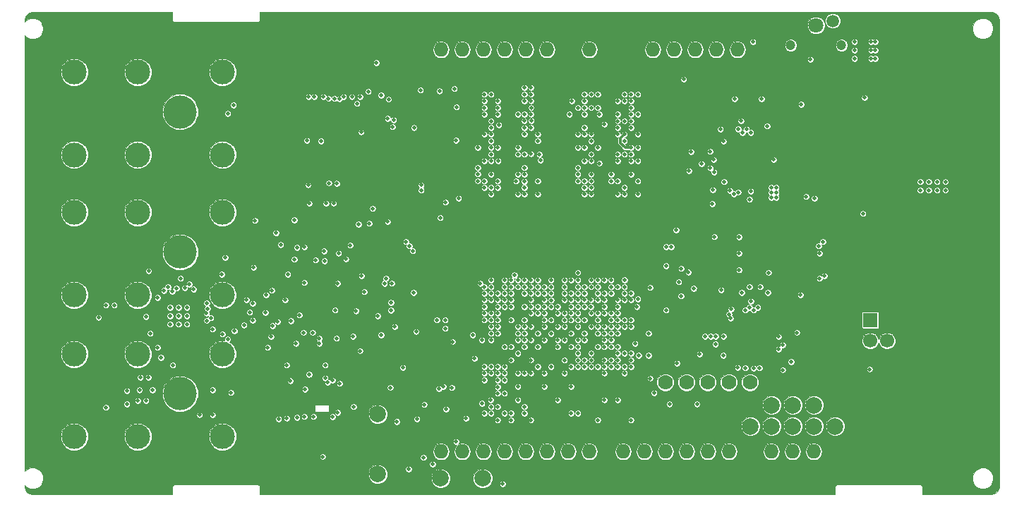
<source format=gbr>
G04 #@! TF.GenerationSoftware,KiCad,Pcbnew,(5.0.1)-rc2*
G04 #@! TF.CreationDate,2021-03-03T09:19:06-05:00*
G04 #@! TF.ProjectId,DFTBoard,444654426F6172642E6B696361645F70,rev?*
G04 #@! TF.SameCoordinates,Original*
G04 #@! TF.FileFunction,Copper,L4,Inr,Plane*
G04 #@! TF.FilePolarity,Positive*
%FSLAX46Y46*%
G04 Gerber Fmt 4.6, Leading zero omitted, Abs format (unit mm)*
G04 Created by KiCad (PCBNEW (5.0.1)-rc2) date 3/3/2021 9:19:06 AM*
%MOMM*%
%LPD*%
G01*
G04 APERTURE LIST*
G04 #@! TA.AperFunction,ViaPad*
%ADD10C,3.048000*%
G04 #@! TD*
G04 #@! TA.AperFunction,ViaPad*
%ADD11O,1.727200X1.727200*%
G04 #@! TD*
G04 #@! TA.AperFunction,ViaPad*
%ADD12C,2.000000*%
G04 #@! TD*
G04 #@! TA.AperFunction,ViaPad*
%ADD13C,1.778000*%
G04 #@! TD*
G04 #@! TA.AperFunction,ViaPad*
%ADD14C,1.200000*%
G04 #@! TD*
G04 #@! TA.AperFunction,ViaPad*
%ADD15C,1.500000*%
G04 #@! TD*
G04 #@! TA.AperFunction,ViaPad*
%ADD16C,1.800000*%
G04 #@! TD*
G04 #@! TA.AperFunction,ViaPad*
%ADD17C,3.000000*%
G04 #@! TD*
G04 #@! TA.AperFunction,ViaPad*
%ADD18C,4.000000*%
G04 #@! TD*
G04 #@! TA.AperFunction,ViaPad*
%ADD19R,1.700000X1.700000*%
G04 #@! TD*
G04 #@! TA.AperFunction,ViaPad*
%ADD20C,1.700000*%
G04 #@! TD*
G04 #@! TA.AperFunction,ViaPad*
%ADD21C,3.500000*%
G04 #@! TD*
G04 #@! TA.AperFunction,ViaPad*
%ADD22C,1.600000*%
G04 #@! TD*
G04 #@! TA.AperFunction,ViaPad*
%ADD23C,0.480000*%
G04 #@! TD*
G04 #@! TA.AperFunction,Conductor*
%ADD24C,0.300000*%
G04 #@! TD*
G04 #@! TA.AperFunction,Conductor*
%ADD25C,0.102000*%
G04 #@! TD*
G04 APERTURE END LIST*
D10*
G04 #@! TO.N,GND*
G04 #@! TO.C,J6*
X209641220Y-125570980D03*
X209641220Y-112429020D03*
G04 #@! TD*
D11*
G04 #@! TO.N,LCD_D4*
G04 #@! TO.C,XA1*
X152000000Y-105540000D03*
G04 #@! TO.N,LCD_D5*
X154540000Y-105540000D03*
G04 #@! TO.N,LCD_D6*
X157080000Y-105540000D03*
G04 #@! TO.N,LCD_D7*
X159620000Y-105540000D03*
G04 #@! TO.N,LCD_D8*
X162160000Y-105540000D03*
G04 #@! TO.N,*
X187560000Y-105540000D03*
G04 #@! TO.N,LCD_D20*
X181464000Y-153800000D03*
G04 #@! TO.N,LCD_D21*
X184004000Y-153800000D03*
G04 #@! TO.N,LCD_D22*
X186544000Y-153800000D03*
G04 #@! TO.N,LCD_D10*
X191624000Y-153800000D03*
G04 #@! TO.N,LCD_D3*
X194164000Y-153800000D03*
G04 #@! TO.N,LCD_D2*
X196704000Y-153800000D03*
G04 #@! TO.N,LCD_D19*
X178924000Y-153800000D03*
G04 #@! TO.N,LCD_D18*
X176384000Y-153800000D03*
G04 #@! TO.N,LCD_D17*
X173844000Y-153800000D03*
G04 #@! TO.N,GND*
X189084000Y-153800000D03*
G04 #@! TO.N,LCD_D16*
X169780000Y-153800000D03*
G04 #@! TO.N,LCD_D15*
X167240000Y-153800000D03*
G04 #@! TO.N,LCD_D14*
X164700000Y-153800000D03*
G04 #@! TO.N,LCD_D13*
X162160000Y-153800000D03*
G04 #@! TO.N,LCD_D12*
X159620000Y-153800000D03*
G04 #@! TO.N,LCD_D11*
X157080000Y-153800000D03*
G04 #@! TO.N,LCD_D1*
X154540000Y-153800000D03*
G04 #@! TO.N,LCD_D0*
X152000000Y-153800000D03*
G04 #@! TO.N,+3V3*
X185020000Y-105540000D03*
G04 #@! TO.N,LCD_D23*
X182480000Y-105540000D03*
G04 #@! TO.N,+3V3*
X179940000Y-105540000D03*
G04 #@! TO.N,+5V*
X177400000Y-105540000D03*
G04 #@! TO.N,GND*
X174860000Y-105540000D03*
X172320000Y-105540000D03*
G04 #@! TO.N,+5V*
X169780000Y-105540000D03*
G04 #@! TO.N,LCD_D9*
X164700000Y-105540000D03*
G04 #@! TD*
D12*
G04 #@! TO.N,AX_TMS*
G04 #@! TO.C,CON1*
X194200000Y-150770000D03*
G04 #@! TO.N,N/C*
X194200000Y-148230000D03*
X196740000Y-148230000D03*
G04 #@! TO.N,GND*
X199280000Y-148230000D03*
G04 #@! TO.N,AX_TDI*
X199280000Y-150770000D03*
G04 #@! TO.N,N/C*
X196740000Y-150770000D03*
G04 #@! TO.N,AX_TDO*
X191660000Y-150770000D03*
G04 #@! TO.N,+1V8*
X191660000Y-148230000D03*
G04 #@! TO.N,GND*
X189120000Y-148230000D03*
G04 #@! TO.N,AX_TCLK*
X189120000Y-150770000D03*
G04 #@! TD*
D13*
G04 #@! TO.N,N/C*
G04 #@! TO.C,U17*
X178900000Y-145500000D03*
G04 #@! TO.N,UART33_TX*
X181440000Y-145500000D03*
G04 #@! TO.N,UART33_RX*
X183980000Y-145500000D03*
G04 #@! TO.N,+3V3*
X186520000Y-145500000D03*
G04 #@! TO.N,N/C*
X189060000Y-145500000D03*
G04 #@! TO.N,GND*
X191600000Y-145500000D03*
G04 #@! TD*
D14*
G04 #@! TO.N,/Sensors/TEMPO_LED_R*
G04 #@! TO.C,SW1*
X200050000Y-105025000D03*
G04 #@! TO.N,/Sensors/TEMPO_LED_D*
X193950000Y-105025000D03*
D15*
G04 #@! TO.N,TEMPO_SW*
X199000000Y-102075000D03*
D16*
G04 #@! TO.N,N/C*
X197000000Y-102625000D03*
D15*
G04 #@! TO.N,GND*
X195000000Y-102075000D03*
G04 #@! TD*
D17*
G04 #@! TO.N,GNDA*
G04 #@! TO.C,J4*
X108000000Y-118160000D03*
G04 #@! TO.N,ROUT_N*
X115620000Y-118160000D03*
G04 #@! TO.N,ROUT_P*
X125780000Y-118160000D03*
G04 #@! TO.N,/Audio/RSWITCH*
X125780000Y-108250000D03*
G04 #@! TO.N,GNDA*
X115620000Y-108250000D03*
G04 #@! TO.N,N/C*
X108000000Y-108250000D03*
D18*
X120700000Y-113000000D03*
G04 #@! TD*
D17*
G04 #@! TO.N,GNDA*
G04 #@! TO.C,J3*
X108000000Y-135000000D03*
G04 #@! TO.N,LOUT_N*
X115620000Y-135000000D03*
G04 #@! TO.N,LOUT_P*
X125780000Y-135000000D03*
G04 #@! TO.N,/Audio/LSWITCH*
X125780000Y-125090000D03*
G04 #@! TO.N,GNDA*
X115620000Y-125090000D03*
G04 #@! TO.N,N/C*
X108000000Y-125090000D03*
D18*
X120700000Y-129840000D03*
G04 #@! TD*
D17*
G04 #@! TO.N,GNDA*
G04 #@! TO.C,J2*
X108000000Y-152000000D03*
G04 #@! TO.N,/Audio/JACK_IN_N*
X115620000Y-152000000D03*
G04 #@! TO.N,/Audio/JACK_IN_P*
X125780000Y-152000000D03*
G04 #@! TO.N,/Audio/INSWITCH*
X125780000Y-142090000D03*
G04 #@! TO.N,GNDA*
X115620000Y-142090000D03*
G04 #@! TO.N,N/C*
X108000000Y-142090000D03*
D18*
X120700000Y-146840000D03*
G04 #@! TD*
D19*
G04 #@! TO.N,+5V*
G04 #@! TO.C,J7*
X203500000Y-138000000D03*
D20*
G04 #@! TO.N,USBD_D_N*
X203500000Y-140500000D03*
G04 #@! TO.N,USBD_D_P*
X205500000Y-140500000D03*
G04 #@! TO.N,GND*
X205500000Y-138000000D03*
D21*
X208210000Y-133230000D03*
X208210000Y-145270000D03*
G04 #@! TD*
D22*
G04 #@! TO.N,GND*
G04 #@! TO.C,J9*
X132650000Y-102600000D03*
X133250000Y-107550000D03*
X148350000Y-102600000D03*
X147750000Y-107550000D03*
G04 #@! TD*
D12*
G04 #@! TO.N,N/C*
G04 #@! TO.C,J5*
X144400000Y-156500000D03*
X144400000Y-149300000D03*
G04 #@! TD*
G04 #@! TO.N,IR_RX*
G04 #@! TO.C,U22*
X151960000Y-157000000D03*
G04 #@! TO.N,GND*
X154500000Y-157000000D03*
G04 #@! TO.N,+3V3*
X157000000Y-157000000D03*
G04 #@! TD*
D23*
G04 #@! TO.N,+3V3*
X174000000Y-134800000D03*
X172400000Y-140400000D03*
X173200000Y-137200000D03*
X159600000Y-144400000D03*
X158800000Y-146800000D03*
X174000000Y-143600000D03*
X158000000Y-149200000D03*
X160400000Y-150000000D03*
X164400000Y-146000000D03*
X171600000Y-142800000D03*
X167600000Y-146000000D03*
X168400000Y-149200000D03*
X161200000Y-147600000D03*
X166000000Y-147600000D03*
X174800000Y-150000000D03*
X149515000Y-110400000D03*
X118750000Y-134450000D03*
X161200000Y-138800000D03*
X158800000Y-138000000D03*
X159600000Y-135600000D03*
X157200000Y-134800000D03*
X160400000Y-141200000D03*
X158000000Y-140400000D03*
X162000000Y-136400000D03*
X157200000Y-143600000D03*
X175275000Y-140825000D03*
X186750000Y-137800000D03*
X190200000Y-143750000D03*
X188500000Y-143750000D03*
X185950000Y-121400000D03*
X187650000Y-122650000D03*
X189150000Y-122550000D03*
X185900000Y-116550000D03*
X173200000Y-147600000D03*
X171600000Y-147600000D03*
X135600000Y-149600000D03*
X124600000Y-139100000D03*
X138535000Y-121550000D03*
X135900000Y-116450000D03*
X139100000Y-124000000D03*
X114300000Y-146512500D03*
X131800000Y-138700000D03*
X203600000Y-105600000D03*
X203600000Y-104600000D03*
X201600000Y-104600000D03*
X201600000Y-105600000D03*
X204100000Y-106600000D03*
X203600000Y-106600000D03*
X201600000Y-106600000D03*
X204100000Y-104600000D03*
X204100000Y-105600000D03*
X170800000Y-150000000D03*
X179000000Y-131500000D03*
X167600000Y-149200000D03*
X184800000Y-128000000D03*
X159400000Y-157685000D03*
X145200000Y-133600000D03*
X179400000Y-148100000D03*
X182700000Y-148100000D03*
X181100000Y-109100000D03*
X125772107Y-139683679D03*
X181675607Y-132268607D03*
X117100000Y-139600000D03*
X140600000Y-130685000D03*
X115915000Y-144900000D03*
X115812500Y-146400000D03*
X146300000Y-114000000D03*
X146100000Y-133585000D03*
X160400000Y-138000000D03*
X118000000Y-135300000D03*
X145700000Y-111500000D03*
X124587500Y-149400000D03*
X112785000Y-136200000D03*
X116585000Y-147700000D03*
X151900000Y-125715000D03*
X130915000Y-137100000D03*
X141800000Y-136912500D03*
X191115000Y-114700000D03*
X189015000Y-123500000D03*
X193000000Y-143985000D03*
X183015000Y-142100000D03*
X194000000Y-143015000D03*
X203415000Y-143900000D03*
X137400000Y-140200000D03*
X137400000Y-140800000D03*
X134600000Y-140800000D03*
X133500000Y-143400000D03*
X149600000Y-122400000D03*
X146200000Y-114800000D03*
X145600000Y-113800000D03*
X145600000Y-126200000D03*
X138100000Y-143400000D03*
X138400000Y-145500000D03*
X135700000Y-146300000D03*
X202600000Y-125200000D03*
X180807000Y-131800000D03*
X137586001Y-116500000D03*
X139850000Y-145600000D03*
X142300000Y-141700000D03*
X186550000Y-137300000D03*
X185850000Y-142250000D03*
X179000000Y-136800000D03*
G04 #@! TO.N,JD_IN*
X159600000Y-146800000D03*
X126800000Y-146700000D03*
G04 #@! TO.N,JD_ROUT*
X126400000Y-113200000D03*
X156900000Y-148000000D03*
X128346573Y-138609228D03*
G04 #@! TO.N,JD_LOUT*
X126100000Y-130500000D03*
G04 #@! TO.N,+5V*
X192500000Y-140000000D03*
X191900000Y-118750000D03*
X144242000Y-107100000D03*
X149000000Y-139400000D03*
X148600000Y-129700000D03*
X136200000Y-124000000D03*
X138200000Y-124000000D03*
X134400000Y-126000000D03*
X129500000Y-131700000D03*
X192200000Y-122700000D03*
X192200000Y-122100000D03*
X191600000Y-122100000D03*
X191600000Y-122700000D03*
X191600000Y-123300000D03*
X192200000Y-123300000D03*
X139285000Y-136800000D03*
X149887500Y-154500000D03*
X184600000Y-122385000D03*
X195800000Y-123185000D03*
X195115000Y-135000000D03*
X194700000Y-139500000D03*
X148700000Y-134700000D03*
X139500000Y-121600000D03*
X197400000Y-130000000D03*
X197800000Y-128600000D03*
X198000000Y-132700000D03*
G04 #@! TO.N,RF_IRQ*
X136050000Y-121800000D03*
X142459179Y-132700001D03*
G04 #@! TO.N,GNDA*
X119250000Y-134000000D03*
X114300000Y-148087500D03*
X209500000Y-122400000D03*
X210500000Y-122400000D03*
X211500000Y-122400000D03*
X212500000Y-122400000D03*
X212500000Y-121400000D03*
X211500000Y-121400000D03*
X210500000Y-121400000D03*
X209500000Y-121400000D03*
X131000000Y-135000000D03*
X116600000Y-137600000D03*
X118400000Y-142500000D03*
X116885000Y-144900000D03*
X117387500Y-146400000D03*
X148100000Y-155900000D03*
X123012500Y-149400000D03*
X111815000Y-136200000D03*
X115615000Y-147700000D03*
X132400000Y-138200000D03*
X119500000Y-136500000D03*
X121500000Y-136500000D03*
X120500000Y-137500000D03*
X119500000Y-138500000D03*
X121500000Y-138500000D03*
X120500000Y-138500000D03*
X119500000Y-137500000D03*
X120500000Y-136500000D03*
X121500000Y-137500000D03*
X131722107Y-134422107D03*
X134000000Y-138100000D03*
G04 #@! TO.N,GND*
X125800000Y-148400000D03*
X158800000Y-150800000D03*
X174800000Y-145200000D03*
X172400000Y-150000000D03*
X166800000Y-142000000D03*
X157200000Y-146800000D03*
X165200000Y-149200000D03*
X163600000Y-119700000D03*
X163600000Y-110100000D03*
X173200000Y-122100000D03*
X157200000Y-116500000D03*
X163600000Y-122100000D03*
X156400000Y-122100000D03*
X156400000Y-118100000D03*
X157200000Y-119700000D03*
X157200000Y-118100000D03*
X156400000Y-118900000D03*
X156400000Y-112500000D03*
X158800000Y-134000000D03*
X158000000Y-136400000D03*
X167600000Y-134000000D03*
X164400000Y-133200000D03*
X163600000Y-135600000D03*
X161200000Y-134800000D03*
X170000000Y-134800000D03*
X174000000Y-137200000D03*
X172400000Y-136400000D03*
X169200000Y-137200000D03*
X166800000Y-136400000D03*
X170000000Y-139600000D03*
X168400000Y-139600000D03*
X169200000Y-138800000D03*
X167600000Y-138800000D03*
X166000000Y-139600000D03*
X164400000Y-139600000D03*
X162800000Y-139600000D03*
X163600000Y-140400000D03*
X160400000Y-137200000D03*
X156800000Y-139200000D03*
X159600000Y-139600000D03*
X158800000Y-142800000D03*
X162800000Y-141200000D03*
X164400000Y-141200000D03*
X165200000Y-141200000D03*
X165200000Y-140400000D03*
X166800000Y-139600000D03*
X163600000Y-142800000D03*
X164400000Y-142800000D03*
X165200000Y-142800000D03*
X164400000Y-143600000D03*
X162800000Y-143600000D03*
X162000000Y-143600000D03*
X161200000Y-143600000D03*
X163600000Y-144400000D03*
X160400000Y-146000000D03*
X165200000Y-147600000D03*
X174000000Y-150000000D03*
X162800000Y-149200000D03*
X159600000Y-148400000D03*
X158000000Y-145200000D03*
X170000000Y-140400000D03*
X170800000Y-140400000D03*
X172400000Y-142000000D03*
X174000000Y-139600000D03*
X166000000Y-142800000D03*
X167600000Y-142800000D03*
X166800000Y-143600000D03*
X165200000Y-144400000D03*
X167600000Y-144400000D03*
X169200000Y-142000000D03*
X167600000Y-142000000D03*
X166800000Y-141200000D03*
X171600000Y-138000000D03*
X168400000Y-148400000D03*
X174000000Y-147600000D03*
X163600000Y-146000000D03*
X168400000Y-144400000D03*
X170800000Y-149200000D03*
X171600000Y-146800000D03*
X169200000Y-146000000D03*
X172400000Y-144400000D03*
X163600000Y-138800000D03*
X167600000Y-140400000D03*
X166800000Y-145200000D03*
X162000000Y-147600000D03*
X156400000Y-110900000D03*
X175600000Y-114100000D03*
X175600000Y-122100000D03*
X175600000Y-120500000D03*
X168400000Y-110900000D03*
X168400000Y-122100000D03*
X175600000Y-112500000D03*
X175600000Y-119700000D03*
X175600000Y-118100000D03*
X174800000Y-119700000D03*
X169200000Y-116500000D03*
X169200000Y-118100000D03*
X174800000Y-116500000D03*
X175600000Y-110100000D03*
X168400000Y-113300000D03*
X161200000Y-122100000D03*
X156485148Y-122921782D03*
X165200000Y-137200000D03*
X162798946Y-115693010D03*
X157200000Y-120500000D03*
X168400000Y-122900000D03*
X163600000Y-111698957D03*
X163599738Y-113293010D03*
X168406990Y-118095987D03*
X168406999Y-111700000D03*
X173181990Y-133197925D03*
X169200000Y-119700000D03*
X169200000Y-120500000D03*
X162779514Y-119105606D03*
X163700000Y-117500000D03*
X163593242Y-120525867D03*
X168400000Y-118894490D03*
X157200000Y-114100000D03*
X153465000Y-115200000D03*
X164485000Y-109094967D03*
X164341294Y-127726187D03*
X164199608Y-126694607D03*
X164315000Y-125850000D03*
X158900000Y-131200000D03*
X150412500Y-117700000D03*
X150412500Y-116200000D03*
X149140000Y-116895000D03*
X153600000Y-111185000D03*
X153840000Y-113997500D03*
X153800000Y-117987500D03*
X150485000Y-110400000D03*
X150840000Y-113210000D03*
X151400000Y-112400000D03*
X150400000Y-112400000D03*
X150400000Y-114000000D03*
X151400000Y-114000000D03*
X147800000Y-116887500D03*
X170000000Y-138000000D03*
X171600000Y-142000000D03*
X191900000Y-117750000D03*
X190200000Y-134700000D03*
X190135000Y-135750000D03*
X189000000Y-134700000D03*
X189465000Y-111450000D03*
X188185000Y-111450000D03*
X201000000Y-142985000D03*
X189250000Y-140250000D03*
X190250000Y-139250000D03*
X190250000Y-141250000D03*
X188250000Y-141250000D03*
X188250000Y-139250000D03*
X188400000Y-119000000D03*
X189250000Y-118000000D03*
X187500000Y-118000000D03*
X187500000Y-120000000D03*
X189250000Y-120000000D03*
X194400000Y-133650000D03*
X167600000Y-150000000D03*
X177300000Y-138786001D03*
X180300000Y-136685000D03*
X140700000Y-106700000D03*
X139300000Y-106700000D03*
X143700000Y-106700000D03*
X137800000Y-106700000D03*
X136300000Y-106700000D03*
X162000000Y-146000000D03*
X137800000Y-149600000D03*
X141300000Y-149600000D03*
X124200000Y-138558000D03*
X136700000Y-118050000D03*
X136687029Y-116362971D03*
X136700000Y-118850000D03*
X136700000Y-119650000D03*
X136700000Y-121450000D03*
X134700000Y-134400000D03*
X138650000Y-135500000D03*
X158800000Y-140400000D03*
X131300000Y-151300000D03*
X148500000Y-139100000D03*
X138900000Y-130800000D03*
X193200000Y-111800000D03*
X132000000Y-127000000D03*
X129500000Y-145000000D03*
X129500000Y-131100000D03*
X196800000Y-122000000D03*
X194700000Y-119300000D03*
X194500000Y-117200000D03*
X162800000Y-138000000D03*
X147200000Y-142700000D03*
X153400000Y-138400000D03*
X125100000Y-131600000D03*
X150700000Y-122200000D03*
X151900000Y-120500000D03*
X152500000Y-120200000D03*
X151100000Y-119300000D03*
X202100000Y-111500000D03*
X204700000Y-112200000D03*
X209500000Y-116500000D03*
X210500000Y-116500000D03*
X210500000Y-117500000D03*
X209500000Y-117500000D03*
X211500000Y-116500000D03*
X212500000Y-116500000D03*
X212500000Y-117500000D03*
X211500000Y-117500000D03*
X153400000Y-141600000D03*
X156400000Y-125937500D03*
X125300000Y-114900000D03*
X123387500Y-132700000D03*
X149400000Y-141400000D03*
X187015000Y-114093000D03*
X154100000Y-146000000D03*
X156100000Y-146000000D03*
X159600000Y-142800000D03*
X158800000Y-147600000D03*
X167600000Y-148400000D03*
X181659990Y-131048000D03*
X159400000Y-156715000D03*
X149100000Y-152700000D03*
X153719148Y-151380852D03*
X185600000Y-135800000D03*
X209871644Y-115115856D03*
X199700000Y-128100000D03*
X203100000Y-129800000D03*
X194700000Y-137500000D03*
X194700000Y-138500000D03*
X160400000Y-142000000D03*
X179400000Y-150855000D03*
X182700000Y-150900000D03*
X181100000Y-111900000D03*
X117885000Y-132100000D03*
X146000000Y-134962500D03*
X140600000Y-129715000D03*
X151887500Y-128500000D03*
X146100000Y-132615000D03*
X140600000Y-143400000D03*
X151900000Y-126685000D03*
X131885000Y-137100000D03*
X143050000Y-146600000D03*
X141800000Y-138487500D03*
X138315000Y-136800000D03*
X148312500Y-154500000D03*
X150500000Y-133342002D03*
X184600000Y-121415000D03*
X192085000Y-114700000D03*
X189985000Y-123500000D03*
X195800000Y-122215000D03*
X193000000Y-143015000D03*
X183985000Y-142100000D03*
X194000000Y-143985000D03*
X162093000Y-156800000D03*
X178700000Y-139586001D03*
X178315000Y-141200000D03*
X204385000Y-143900000D03*
X196085000Y-135000000D03*
X148000000Y-134400000D03*
X162000000Y-137200000D03*
X146225000Y-141725000D03*
X172400000Y-145200000D03*
X144800000Y-126100000D03*
X139700000Y-123700000D03*
X146400000Y-143800000D03*
X148700000Y-124200000D03*
X165900000Y-108300000D03*
X177600000Y-108300000D03*
X190400000Y-131000000D03*
X195200000Y-129100000D03*
X139950000Y-141700000D03*
X143000000Y-141816179D03*
X185600000Y-131700000D03*
X184950000Y-143750000D03*
X180850008Y-138694206D03*
X125685027Y-138040829D03*
G04 #@! TO.N,/Audio/MICBIAS*
X118000000Y-141300000D03*
X128659179Y-135585035D03*
X133300000Y-135600000D03*
G04 #@! TO.N,/Audio/SIGC_F*
X119800000Y-143400000D03*
X129400000Y-136000000D03*
G04 #@! TO.N,/DDR3/VREF*
X175600000Y-117300000D03*
X163597857Y-116493010D03*
X158000000Y-114100000D03*
X169200000Y-138000000D03*
X166000000Y-136400000D03*
X164400000Y-138000000D03*
X171000000Y-113300000D03*
X151800000Y-110500000D03*
G04 #@! TO.N,DDR3_CK_P*
X170000000Y-116500000D03*
X164400000Y-135600000D03*
X158000000Y-116500000D03*
G04 #@! TO.N,DDR3_CK_N*
X158000000Y-115700000D03*
X164400000Y-136400000D03*
X170000000Y-115700000D03*
G04 #@! TO.N,DDR3_RAS#*
X162800000Y-136400000D03*
X173200000Y-115700000D03*
X162004488Y-115693010D03*
G04 #@! TO.N,DDR3_WE#*
X161974367Y-114093010D03*
X162800000Y-135600000D03*
X173200000Y-114100000D03*
G04 #@! TO.N,DDR3_CKE*
X157200000Y-115700000D03*
X160400000Y-134800000D03*
X168400000Y-115700000D03*
G04 #@! TO.N,DDR3_CAS#*
X163600000Y-134800000D03*
X173200000Y-114900000D03*
X162000000Y-114925000D03*
G04 #@! TO.N,DDR3_BA1*
X166800000Y-137200000D03*
X157200000Y-113300000D03*
X169200000Y-113300000D03*
G04 #@! TO.N,DDR3_BA0*
X166800000Y-138000000D03*
X174800000Y-114100000D03*
X162800000Y-113293010D03*
G04 #@! TO.N,DDR3_A0*
X161200000Y-113300000D03*
X173200000Y-113300000D03*
X165205333Y-135606990D03*
G04 #@! TO.N,DDR3_A2*
X162000000Y-111700000D03*
X167600000Y-135600000D03*
X173200000Y-111700000D03*
G04 #@! TO.N,DDR3_A1*
X165200000Y-136400000D03*
X170000000Y-112500000D03*
X158793010Y-112498402D03*
G04 #@! TO.N,DDR3_A10*
X168400000Y-134800000D03*
X158926746Y-114586512D03*
X171600000Y-114500000D03*
G04 #@! TO.N,DDR3_A4*
X157200000Y-112500000D03*
X167600000Y-137200000D03*
X169200000Y-112500000D03*
G04 #@! TO.N,DDR3_A6*
X169200000Y-111700000D03*
X157200000Y-111700000D03*
X168400000Y-138000000D03*
G04 #@! TO.N,DDR3_A5*
X167600000Y-136400000D03*
X162800000Y-111698957D03*
X174800000Y-112500000D03*
G04 #@! TO.N,DDR3_A3*
X166800000Y-135600000D03*
X174800000Y-113300000D03*
X162800619Y-112493010D03*
G04 #@! TO.N,DDR3_A8*
X157200000Y-110900000D03*
X168400000Y-136400000D03*
X169200000Y-110900000D03*
G04 #@! TO.N,DDR3_A11*
X170800000Y-110900000D03*
X169988632Y-136399475D03*
X158800000Y-111700000D03*
G04 #@! TO.N,DDR3_A9*
X162000000Y-110900000D03*
X169200000Y-136400000D03*
X174000000Y-111700000D03*
G04 #@! TO.N,DDR3_A7*
X162800000Y-110900000D03*
X168400000Y-137200000D03*
X174800000Y-111700000D03*
G04 #@! TO.N,DDR3_A12*
X169200000Y-135600000D03*
X170800000Y-112500000D03*
X158800000Y-113300000D03*
G04 #@! TO.N,DDR3_ODT*
X163600000Y-136400000D03*
X175600000Y-115700000D03*
X163600000Y-115700000D03*
G04 #@! TO.N,Net-(C76-Pad2)*
X190435000Y-111450000D03*
G04 #@! TO.N,Net-(C85-Pad2)*
X191200000Y-134700000D03*
X190300000Y-134000000D03*
G04 #@! TO.N,+1V35*
X171600000Y-134800000D03*
X167600000Y-138000000D03*
X165200000Y-134800000D03*
X162800000Y-134000000D03*
X170000000Y-137200000D03*
X168400000Y-135600000D03*
X175600000Y-118900000D03*
X175600000Y-122900000D03*
X175600000Y-121300000D03*
X175600000Y-110900000D03*
X168400000Y-133200000D03*
X156400000Y-119700000D03*
X158000000Y-114900000D03*
X156400000Y-117300000D03*
X158000000Y-118100000D03*
X163600000Y-121300000D03*
X158000000Y-122100000D03*
X162000000Y-122100000D03*
X174000000Y-115700000D03*
X163600000Y-122900000D03*
X168400000Y-121300000D03*
X170000000Y-118100000D03*
X169200000Y-122900000D03*
X174800000Y-117300000D03*
X168400000Y-117300000D03*
X169200000Y-115700000D03*
X164400000Y-137200000D03*
X156402274Y-120453296D03*
X174793010Y-120512732D03*
X162800000Y-114893010D03*
X168400000Y-120481990D03*
X156406990Y-121293472D03*
X173995087Y-122106990D03*
X161993010Y-120506797D03*
X168403748Y-112501148D03*
X175600000Y-113300000D03*
X168400000Y-119695979D03*
X160800000Y-132600000D03*
X163800000Y-118100000D03*
X153840000Y-112422500D03*
X153600000Y-110215000D03*
X153800000Y-116412500D03*
X167700000Y-111700000D03*
X165200000Y-138000000D03*
X154100000Y-123400000D03*
G04 #@! TO.N,AX_TCLK*
X170000000Y-142000000D03*
G04 #@! TO.N,AX_TDI*
X169200000Y-142800000D03*
X177553001Y-146753001D03*
G04 #@! TO.N,AX_TMS*
X170000000Y-142800000D03*
G04 #@! TO.N,LCD_D6*
X157200000Y-135600000D03*
G04 #@! TO.N,LCD_D5*
X157200000Y-136400000D03*
G04 #@! TO.N,LCD_D4*
X160400000Y-136400000D03*
G04 #@! TO.N,LCD_D13*
X158800000Y-150000000D03*
G04 #@! TO.N,/Audio/LED_1BC*
X187749180Y-128023880D03*
G04 #@! TO.N,/Audio/LED_1GC*
X187749180Y-130000000D03*
G04 #@! TO.N,/Audio/LED_1RC*
X187749180Y-131976120D03*
G04 #@! TO.N,SD_D2*
X132500000Y-149900000D03*
X174800000Y-138800000D03*
X153800000Y-152600000D03*
G04 #@! TO.N,SD_D3*
X170800000Y-141200000D03*
X133500000Y-149800000D03*
G04 #@! TO.N,SD_CMD*
X171600000Y-139600000D03*
X134700000Y-149700000D03*
G04 #@! TO.N,SD_CLK*
X136700000Y-149600000D03*
G04 #@! TO.N,SD_D0*
X174800000Y-138000000D03*
X139000000Y-149607000D03*
G04 #@! TO.N,SD_D1*
X171600000Y-141200000D03*
X141500000Y-148400000D03*
G04 #@! TO.N,SD_CD*
X131200000Y-141300000D03*
X174800000Y-143600000D03*
X155000000Y-149800000D03*
G04 #@! TO.N,TEMPO_SW*
X158800000Y-144400000D03*
X189400000Y-104600000D03*
G04 #@! TO.N,DDR3_DM0*
X170998968Y-119181088D03*
X174017044Y-133197457D03*
G04 #@! TO.N,DDR3_DQ2*
X174000000Y-134000000D03*
X174800000Y-118900000D03*
G04 #@! TO.N,DDR3_DQ3*
X170800000Y-133200000D03*
X169200000Y-118900000D03*
G04 #@! TO.N,DDR3_DQ6*
X172400000Y-134800000D03*
X174800000Y-118100000D03*
G04 #@! TO.N,DDR3_DQ5*
X171600000Y-133200000D03*
X169200000Y-117300000D03*
G04 #@! TO.N,DDR3_DQ7*
X170800000Y-117300000D03*
X172395979Y-133200000D03*
G04 #@! TO.N,DDR3_DM1*
X169200000Y-134800000D03*
X172400000Y-121300000D03*
G04 #@! TO.N,DDR3_DQ14*
X167600000Y-134800000D03*
X169200000Y-122100000D03*
G04 #@! TO.N,DDR3_DQ15*
X173200000Y-122900000D03*
X170000000Y-133200000D03*
G04 #@! TO.N,DDR3_DQS0_N*
X172400000Y-134000000D03*
X173200000Y-118100000D03*
G04 #@! TO.N,DDR3_DQ1*
X170800000Y-134000000D03*
X170000000Y-118900000D03*
G04 #@! TO.N,DDR3_DRST#*
X162800000Y-110100000D03*
X170800000Y-134800000D03*
X174800000Y-110900000D03*
G04 #@! TO.N,DDR3_DQS0_P*
X174000000Y-118100000D03*
X173200000Y-134000000D03*
G04 #@! TO.N,DDR3_DQ0*
X173200000Y-135600000D03*
X173200000Y-118900000D03*
G04 #@! TO.N,RF2_IRQ*
X180200000Y-127200000D03*
X170800000Y-138000000D03*
X135600000Y-129250000D03*
X139450000Y-140200000D03*
X136950000Y-130800000D03*
G04 #@! TO.N,DDR3_DQ4*
X174000000Y-116500000D03*
X171600000Y-135600000D03*
G04 #@! TO.N,DDR3_A13*
X162000000Y-110100000D03*
X174000000Y-110900000D03*
X170811234Y-135595186D03*
G04 #@! TO.N,DDR3_DQ8*
X170000000Y-120500000D03*
X166800000Y-134800000D03*
G04 #@! TO.N,DDR3_DQ9*
X166800000Y-133200000D03*
X172400000Y-120500000D03*
G04 #@! TO.N,I2S_BCLK*
X158000000Y-143600000D03*
X123986656Y-136620334D03*
G04 #@! TO.N,DDR3_DQS1_N*
X168400000Y-134000000D03*
X170000000Y-122100000D03*
G04 #@! TO.N,DDR3_A14*
X170000000Y-110900000D03*
X158000000Y-110900000D03*
X169995097Y-135600000D03*
G04 #@! TO.N,DDR3_DQ10*
X169200000Y-121300000D03*
X166800000Y-134000000D03*
G04 #@! TO.N,DDR3_DQS1_P*
X170000000Y-121300000D03*
X169200000Y-134000000D03*
G04 #@! TO.N,DDR3_DQ13*
X174000000Y-122900000D03*
X170000000Y-134000000D03*
G04 #@! TO.N,DDR3_DQ11*
X173200000Y-121300000D03*
X168400000Y-132300000D03*
G04 #@! TO.N,DDR3_DQ12*
X167600000Y-133200000D03*
X170000000Y-122900000D03*
G04 #@! TO.N,DDR3_DQ18*
X163925000Y-118825000D03*
X165200000Y-133200000D03*
G04 #@! TO.N,DDR3_DQ17*
X158000000Y-118900000D03*
X162000000Y-133200000D03*
G04 #@! TO.N,DDR3_DQS2_P*
X162000000Y-118100000D03*
X164400000Y-134000000D03*
G04 #@! TO.N,DDR3_CS#*
X163600000Y-137200000D03*
X174800000Y-114900000D03*
X162806993Y-114087683D03*
G04 #@! TO.N,DDR3_DQ16*
X162000000Y-119700000D03*
X162000000Y-134800000D03*
G04 #@! TO.N,DDR3_DQ19*
X157200000Y-118900000D03*
X162000000Y-134000000D03*
G04 #@! TO.N,DDR3_DM2*
X163600000Y-133200000D03*
X158850000Y-118900000D03*
G04 #@! TO.N,DDR3_DQS2_N*
X161200000Y-118100000D03*
X163600000Y-134000000D03*
G04 #@! TO.N,DDR3_DQ20*
X161236686Y-117306990D03*
X165200000Y-134000000D03*
G04 #@! TO.N,DDR3_BA2*
X166000000Y-137200000D03*
X162000000Y-113300000D03*
X174000000Y-114100000D03*
G04 #@! TO.N,I2S_ADCSD*
X157200000Y-145200000D03*
X123892780Y-138058000D03*
G04 #@! TO.N,I2S_DACSD*
X124372107Y-137727893D03*
X158000000Y-144400000D03*
G04 #@! TO.N,I2S_LRCLK*
X157200000Y-144400000D03*
X123848137Y-137185622D03*
G04 #@! TO.N,I2S_MCLK*
X158800000Y-143600000D03*
X123884371Y-135962247D03*
G04 #@! TO.N,+1V8*
X162000000Y-138800000D03*
X162000000Y-138000000D03*
X162000000Y-139600000D03*
X166000000Y-140400000D03*
X162000000Y-140400000D03*
X162800000Y-142800000D03*
X167600000Y-139600000D03*
X167600000Y-141200000D03*
X163600000Y-139600000D03*
X161200000Y-144400000D03*
X189500000Y-136800000D03*
X188500000Y-136800000D03*
X187650000Y-115067002D03*
X188650000Y-115100000D03*
X189165000Y-135750000D03*
X122300000Y-134300000D03*
X124600000Y-146400000D03*
X196300000Y-106700000D03*
X127100000Y-112200000D03*
X187985000Y-114093000D03*
X116915000Y-132100000D03*
X125700000Y-132500000D03*
X134700000Y-129300000D03*
X146000000Y-135900000D03*
X166000000Y-141200000D03*
X161200000Y-146000000D03*
X168400000Y-141200000D03*
X166800000Y-142825000D03*
X155800000Y-139800000D03*
X156000000Y-142600000D03*
X146000000Y-136837500D03*
X146450000Y-138800000D03*
X153400000Y-140600000D03*
X151500000Y-138000000D03*
X152500000Y-139000000D03*
X152500000Y-138000000D03*
X144800000Y-139800000D03*
X184350000Y-139950000D03*
G04 #@! TO.N,+1V0*
X158800000Y-146025000D03*
X159600000Y-143625000D03*
X162800000Y-138800000D03*
X164400000Y-138800000D03*
X168400000Y-142800000D03*
X162800000Y-144400000D03*
X164400000Y-144400000D03*
X169200000Y-139600000D03*
X163600000Y-143600000D03*
X165200000Y-143600000D03*
X166800000Y-144400000D03*
X167600000Y-143600000D03*
X166800000Y-138800000D03*
X168400000Y-142000000D03*
X169200000Y-140400000D03*
X168400000Y-143600000D03*
X168400000Y-140400000D03*
X168400000Y-138800000D03*
X150000000Y-148137500D03*
X147400000Y-143700000D03*
X152600000Y-148700000D03*
X151750000Y-146250000D03*
X149100000Y-149900000D03*
X145900000Y-146100000D03*
G04 #@! TO.N,Net-(C75-Pad2)*
X187215000Y-111450000D03*
G04 #@! TO.N,Net-(C84-Pad2)*
X188065000Y-134700000D03*
X189000000Y-134000000D03*
G04 #@! TO.N,I2C33_SCLK*
X173200000Y-136400000D03*
X179600000Y-129200000D03*
X143400000Y-126400000D03*
X143800000Y-124600000D03*
X129031286Y-137068714D03*
X136172216Y-144527636D03*
X131600000Y-140000000D03*
X142400000Y-115450000D03*
X127206990Y-139313786D03*
G04 #@! TO.N,/Audio/LED_2RC*
X139600000Y-133600000D03*
G04 #@! TO.N,/Audio/LED_2GC*
X138000000Y-130900000D03*
G04 #@! TO.N,/Audio/LED_2BC*
X135600000Y-133500000D03*
G04 #@! TO.N,/Audio/LED_2RA*
X141099989Y-129007000D03*
G04 #@! TO.N,LOUT_P*
X119750000Y-134575000D03*
G04 #@! TO.N,LOUT_N*
X120250000Y-134175000D03*
G04 #@! TO.N,ROUT_P*
X120750000Y-133000000D03*
G04 #@! TO.N,ROUT_N*
X121250000Y-134150000D03*
G04 #@! TO.N,TEMPO_LED*
X195200000Y-112100000D03*
X162800000Y-137200000D03*
G04 #@! TO.N,1v0en*
X129690014Y-126050000D03*
X153300000Y-146107000D03*
X141450000Y-139950000D03*
G04 #@! TO.N,1v8en*
X145400000Y-133000000D03*
X132196999Y-127547647D03*
G04 #@! TO.N,3v3en*
X202800000Y-111300000D03*
X133600000Y-132500000D03*
G04 #@! TO.N,1v35en*
X134400000Y-130700000D03*
X142100000Y-126500000D03*
G04 #@! TO.N,ZYNQ_POR*
X180800000Y-135100000D03*
X132750000Y-128950000D03*
G04 #@! TO.N,PROGRAM_B*
X162000000Y-141200000D03*
G04 #@! TO.N,INIT_B*
X162000000Y-144400000D03*
G04 #@! TO.N,LED_1R_CTRL*
X197400000Y-133000000D03*
X158000000Y-148400000D03*
G04 #@! TO.N,LED_2R_CTRL*
X142800000Y-134600000D03*
G04 #@! TO.N,LED_1G_CTRL*
X191300000Y-132300000D03*
X157200000Y-149200000D03*
G04 #@! TO.N,LED_2G_CTRL*
X144400000Y-137500000D03*
X139692002Y-129987701D03*
G04 #@! TO.N,LED_1B_CTRL*
X158800000Y-148400000D03*
X197300000Y-129100000D03*
G04 #@! TO.N,LED_2B_CTRL*
X135000000Y-137400000D03*
G04 #@! TO.N,Net-(R33-Pad1)*
X173200000Y-139600000D03*
X176900000Y-139600000D03*
G04 #@! TO.N,Net-(R75-Pad1)*
X166000000Y-138800000D03*
G04 #@! TO.N,Net-(R76-Pad1)*
X165200000Y-139634260D03*
X156900000Y-140400000D03*
G04 #@! TO.N,BOOTSPI_SCK_BMODE4*
X175500000Y-136400000D03*
G04 #@! TO.N,BOOTSPI_DQ0_BMODE3*
X174800000Y-134800000D03*
G04 #@! TO.N,BOOTSPI_DQ2_BMODE2*
X171600000Y-136400000D03*
G04 #@! TO.N,BOOTSPI_DQ1_BMODE1*
X170800000Y-137200000D03*
G04 #@! TO.N,BOOTSPI_DQ3_BMODE0*
X174800000Y-135600000D03*
G04 #@! TO.N,VMODE0*
X172400000Y-137200000D03*
G04 #@! TO.N,VMODE1*
X171599999Y-137193000D03*
G04 #@! TO.N,Net-(R100-Pad1)*
X170800000Y-138800000D03*
X179000000Y-129200000D03*
G04 #@! TO.N,1v35PG*
X160400000Y-135600000D03*
X152550000Y-123850000D03*
G04 #@! TO.N,BOOTSPI_CS*
X177100000Y-134100000D03*
G04 #@! TO.N,UART33_TX*
X174000000Y-135600000D03*
X175607000Y-135482201D03*
G04 #@! TO.N,UART33_RX*
X170000000Y-138800000D03*
X172400000Y-139600000D03*
X176901032Y-142243000D03*
G04 #@! TO.N,TLV_RST#*
X121800000Y-133700000D03*
X152300000Y-146000000D03*
G04 #@! TO.N,LCD_D7*
X158000000Y-135600000D03*
G04 #@! TO.N,LCD_D9*
X157200000Y-134000000D03*
G04 #@! TO.N,LCD_D10*
X162000000Y-149200000D03*
G04 #@! TO.N,LCD_D8*
X158800000Y-135600000D03*
G04 #@! TO.N,LCD_D14*
X159600000Y-149200000D03*
G04 #@! TO.N,LCD_D2*
X162000000Y-148400000D03*
G04 #@! TO.N,LCD_D3*
X160400000Y-149200000D03*
G04 #@! TO.N,USBD_D_N*
X193000000Y-141000000D03*
G04 #@! TO.N,USBD_D_P*
X192500000Y-141500000D03*
G04 #@! TO.N,DDR3_DQ27*
X161993010Y-121368010D03*
X160400000Y-133200000D03*
G04 #@! TO.N,DDR3_DQ25*
X159600000Y-133200000D03*
X161000000Y-121300000D03*
G04 #@! TO.N,DDR3_DQ28*
X158000000Y-122900000D03*
X158000000Y-133200000D03*
G04 #@! TO.N,DDR3_DM3*
X158000000Y-134000000D03*
X161200000Y-120500000D03*
G04 #@! TO.N,DDR3_DQS3_P*
X158800000Y-121300000D03*
X160400000Y-134000000D03*
G04 #@! TO.N,DDR3_DQS3_N*
X158800000Y-122100000D03*
X159600000Y-134000000D03*
G04 #@! TO.N,DDR3_DQ29*
X161200000Y-133200000D03*
X162000000Y-122900000D03*
G04 #@! TO.N,DDR3_DQ26*
X158800000Y-134800000D03*
X157200000Y-121300000D03*
G04 #@! TO.N,DDR3_DQ31*
X161200000Y-134000000D03*
X161200000Y-122900000D03*
G04 #@! TO.N,DDR3_DQ30*
X157200000Y-122100000D03*
X159600000Y-134800000D03*
G04 #@! TO.N,DDR3_DQ24*
X158000000Y-120500000D03*
X158000000Y-134800000D03*
G04 #@! TO.N,DDR3_DQ21*
X158000000Y-117300000D03*
X162800000Y-133200000D03*
G04 #@! TO.N,DDR3_DQ23*
X162800000Y-134800000D03*
X158806990Y-117293010D03*
G04 #@! TO.N,DDR3_DQ22*
X164400000Y-134800000D03*
X162800000Y-118050000D03*
G04 #@! TO.N,USB1_D0*
X171600000Y-143600000D03*
X185900000Y-139950000D03*
G04 #@! TO.N,USB0_D3*
X184300000Y-119750000D03*
X170800001Y-143600000D03*
G04 #@! TO.N,USB0_nxt*
X170800000Y-139600000D03*
X184300000Y-117750000D03*
X182000000Y-117800000D03*
G04 #@! TO.N,USB0_D6*
X169999999Y-143600000D03*
X187109625Y-122866150D03*
G04 #@! TO.N,USB1_stp*
X172400000Y-138800000D03*
X189000000Y-136500000D03*
G04 #@! TO.N,USB1_D2*
X172400000Y-142800000D03*
X184904814Y-140893010D03*
G04 #@! TO.N,USB0_D1*
X169200000Y-143600000D03*
X184700000Y-118750000D03*
X185600000Y-134400000D03*
G04 #@! TO.N,USB1_D4*
X171600000Y-144400000D03*
X177103414Y-145002976D03*
G04 #@! TO.N,USB0_D7*
X173200000Y-143600000D03*
X184550000Y-124050000D03*
G04 #@! TO.N,USB1_dir*
X173200000Y-138800000D03*
X186800000Y-136700000D03*
G04 #@! TO.N,USB0_D4*
X184750000Y-120250000D03*
X174800000Y-142800000D03*
G04 #@! TO.N,USB0_stp*
X188150000Y-115500000D03*
X174800000Y-142000000D03*
G04 #@! TO.N,USB0_dir*
X171600000Y-138800000D03*
X185500000Y-115100000D03*
G04 #@! TO.N,USB1_RST*
X173200000Y-142800000D03*
X190000000Y-136500000D03*
X180300000Y-143200000D03*
G04 #@! TO.N,USB0_RST*
X171600000Y-140400000D03*
X189150000Y-115500000D03*
G04 #@! TO.N,USB1_D6*
X172400000Y-143600000D03*
X187600000Y-143700000D03*
G04 #@! TO.N,USB1_CLK*
X172400000Y-141200000D03*
X183650000Y-139950000D03*
G04 #@! TO.N,USB1_D7*
X173200000Y-141200000D03*
X189500000Y-143800000D03*
G04 #@! TO.N,USB0_D0*
X181750000Y-120100000D03*
X173202189Y-138000000D03*
G04 #@! TO.N,USB0_D2*
X174000000Y-142000000D03*
X183250000Y-119250000D03*
G04 #@! TO.N,USB0_D5*
X174000000Y-144400000D03*
X186650000Y-122450000D03*
G04 #@! TO.N,USB1_nxt*
X173200000Y-142000000D03*
X184950000Y-139950000D03*
G04 #@! TO.N,HDMI_CLK_P*
X158800000Y-139600000D03*
X140300000Y-111200000D03*
G04 #@! TO.N,HDMI_CLK_N*
X158800000Y-138800000D03*
X141300000Y-111200000D03*
G04 #@! TO.N,HDMI_CEC*
X159600000Y-136400000D03*
X141900000Y-112000000D03*
G04 #@! TO.N,HDMI_HEAC_P*
X142300000Y-111200000D03*
X157200000Y-138000000D03*
G04 #@! TO.N,HDMI_HEAC_N*
X157200000Y-137200000D03*
X144800000Y-111000000D03*
G04 #@! TO.N,HDMI_R_N*
X158800000Y-136400000D03*
X139779442Y-111460279D03*
G04 #@! TO.N,HDMI_R_P*
X158800000Y-137200000D03*
X139200000Y-111400000D03*
G04 #@! TO.N,HDMI_G_N*
X158000000Y-137200000D03*
X138500000Y-111400000D03*
G04 #@! TO.N,HDMI_G_P*
X137900000Y-111200000D03*
X158000000Y-138000000D03*
G04 #@! TO.N,HDMI_B_N*
X158000000Y-138800000D03*
X136800000Y-111200000D03*
G04 #@! TO.N,HDMI_B_P*
X158000000Y-139600000D03*
X136100000Y-111200000D03*
G04 #@! TO.N,I2C33_SDA*
X143250000Y-110550000D03*
X126394214Y-140305786D03*
X137972107Y-129727893D03*
X182312131Y-134193671D03*
X129400000Y-138050000D03*
G04 #@! TO.N,DDR3_VTT*
X167400000Y-113300000D03*
G04 #@! TO.N,DDR3_VTT_EN*
X173983253Y-138000001D03*
X148747000Y-114900000D03*
G04 #@! TO.N,/DDR3/ZQL*
X169200000Y-114900000D03*
G04 #@! TO.N,IR_RX*
X157965740Y-147600000D03*
G04 #@! TO.N,LCD_D23*
X156700000Y-133600000D03*
G04 #@! TO.N,LCD_D22*
X162800000Y-150000000D03*
G04 #@! TO.N,Net-(R26-Pad1)*
X172400000Y-138000000D03*
X151000000Y-155300000D03*
X139600000Y-149100000D03*
G04 #@! TO.N,/Power/VCCAUX*
X162800000Y-140400000D03*
X163600000Y-141200000D03*
X164400000Y-140400000D03*
X166800000Y-140400000D03*
X175700000Y-142243000D03*
X159600000Y-141200000D03*
G04 #@! TO.N,ACC_INT2*
X161200000Y-142000000D03*
X136600000Y-139500000D03*
G04 #@! TO.N,ACC_INT1*
X160400000Y-142800000D03*
X135500000Y-139500000D03*
G04 #@! TO.N,I2C33_HDMI_SDA*
X161200000Y-140400000D03*
X147800000Y-128600000D03*
G04 #@! TO.N,I2C33_HDMI_SCLK*
X161200000Y-139600000D03*
X149600000Y-121800000D03*
X148200000Y-129100000D03*
G04 #@! TO.N,IMU_INT2*
X158800000Y-145200000D03*
X138100000Y-144983001D03*
G04 #@! TO.N,IMU_INT1*
X159600000Y-145200000D03*
X133924277Y-145307000D03*
X139000000Y-145250000D03*
G04 #@! TO.N,USBH_FAULT*
X174000000Y-138800000D03*
X180518714Y-133418714D03*
X196800000Y-123400000D03*
G04 #@! TO.N,/Audio/HPRCOM_C_N*
X111800000Y-148500000D03*
X137800000Y-154400000D03*
G04 #@! TO.N,/Audio/HPRCOM_C_P*
X110900000Y-137700000D03*
X146700000Y-150200000D03*
G04 #@! TD*
D24*
G04 #@! TO.N,+1V35*
X174071838Y-117300000D02*
X174800000Y-117300000D01*
X173507999Y-116736161D02*
X174071838Y-117300000D01*
X173507999Y-116192001D02*
X173507999Y-116736161D01*
X174000000Y-115700000D02*
X173507999Y-116192001D01*
G04 #@! TD*
D25*
G04 #@! TO.N,GND*
G36*
X119782000Y-101978533D02*
X119777730Y-102000000D01*
X119794649Y-102085059D01*
X119842831Y-102157169D01*
X119914941Y-102205351D01*
X120000000Y-102222270D01*
X120021467Y-102218000D01*
X129978533Y-102218000D01*
X130000000Y-102222270D01*
X130021467Y-102218000D01*
X130085059Y-102205351D01*
X130157169Y-102157169D01*
X130205351Y-102085059D01*
X130222270Y-102000000D01*
X130218000Y-101978533D01*
X130218000Y-101051000D01*
X218008975Y-101051000D01*
X218376840Y-101124184D01*
X218684420Y-101329744D01*
X218889905Y-101637378D01*
X218962999Y-102005257D01*
X218949247Y-157995211D01*
X218876018Y-158362945D01*
X218670501Y-158670421D01*
X218362974Y-158875862D01*
X217995226Y-158949000D01*
X209718000Y-158949000D01*
X209718000Y-158021467D01*
X209722270Y-158000000D01*
X209705351Y-157914941D01*
X209657169Y-157842831D01*
X209585059Y-157794649D01*
X209521467Y-157782000D01*
X209500000Y-157777730D01*
X209478533Y-157782000D01*
X199521467Y-157782000D01*
X199500000Y-157777730D01*
X199478533Y-157782000D01*
X199414941Y-157794649D01*
X199342831Y-157842831D01*
X199294649Y-157914941D01*
X199277730Y-158000000D01*
X199282001Y-158021472D01*
X199282000Y-158949000D01*
X130218000Y-158949000D01*
X130218000Y-158021467D01*
X130222270Y-158000000D01*
X130205351Y-157914941D01*
X130157169Y-157842831D01*
X130085059Y-157794649D01*
X130021467Y-157782000D01*
X130000000Y-157777730D01*
X129978533Y-157782000D01*
X120021467Y-157782000D01*
X120000000Y-157777730D01*
X119978533Y-157782000D01*
X119914941Y-157794649D01*
X119842831Y-157842831D01*
X119794649Y-157914941D01*
X119777730Y-158000000D01*
X119782001Y-158021472D01*
X119782000Y-158949000D01*
X103019269Y-158949000D01*
X102651462Y-158875839D01*
X102343908Y-158670338D01*
X102138407Y-158362784D01*
X102065246Y-157994977D01*
X102065246Y-157837256D01*
X102290232Y-158062242D01*
X102750763Y-158253000D01*
X103249237Y-158253000D01*
X103709768Y-158062242D01*
X104062242Y-157709768D01*
X104253000Y-157249237D01*
X104253000Y-156750763D01*
X104062242Y-156290232D01*
X104042664Y-156270654D01*
X143247000Y-156270654D01*
X143247000Y-156729346D01*
X143422533Y-157153122D01*
X143746878Y-157477467D01*
X144170654Y-157653000D01*
X144629346Y-157653000D01*
X145053122Y-157477467D01*
X145377467Y-157153122D01*
X145535889Y-156770654D01*
X150807000Y-156770654D01*
X150807000Y-157229346D01*
X150982533Y-157653122D01*
X151306878Y-157977467D01*
X151730654Y-158153000D01*
X152189346Y-158153000D01*
X152613122Y-157977467D01*
X152937467Y-157653122D01*
X153113000Y-157229346D01*
X153113000Y-156770654D01*
X155847000Y-156770654D01*
X155847000Y-157229346D01*
X156022533Y-157653122D01*
X156346878Y-157977467D01*
X156770654Y-158153000D01*
X157229346Y-158153000D01*
X157653122Y-157977467D01*
X157977467Y-157653122D01*
X157996642Y-157606828D01*
X159007000Y-157606828D01*
X159007000Y-157763172D01*
X159066831Y-157907616D01*
X159177384Y-158018169D01*
X159321828Y-158078000D01*
X159478172Y-158078000D01*
X159622616Y-158018169D01*
X159733169Y-157907616D01*
X159793000Y-157763172D01*
X159793000Y-157606828D01*
X159733169Y-157462384D01*
X159622616Y-157351831D01*
X159478172Y-157292000D01*
X159321828Y-157292000D01*
X159177384Y-157351831D01*
X159066831Y-157462384D01*
X159007000Y-157606828D01*
X157996642Y-157606828D01*
X158153000Y-157229346D01*
X158153000Y-156770654D01*
X158144761Y-156750763D01*
X215747000Y-156750763D01*
X215747000Y-157249237D01*
X215937758Y-157709768D01*
X216290232Y-158062242D01*
X216750763Y-158253000D01*
X217249237Y-158253000D01*
X217709768Y-158062242D01*
X218062242Y-157709768D01*
X218253000Y-157249237D01*
X218253000Y-156750763D01*
X218062242Y-156290232D01*
X217709768Y-155937758D01*
X217249237Y-155747000D01*
X216750763Y-155747000D01*
X216290232Y-155937758D01*
X215937758Y-156290232D01*
X215747000Y-156750763D01*
X158144761Y-156750763D01*
X157977467Y-156346878D01*
X157653122Y-156022533D01*
X157229346Y-155847000D01*
X156770654Y-155847000D01*
X156346878Y-156022533D01*
X156022533Y-156346878D01*
X155847000Y-156770654D01*
X153113000Y-156770654D01*
X152937467Y-156346878D01*
X152613122Y-156022533D01*
X152189346Y-155847000D01*
X151730654Y-155847000D01*
X151306878Y-156022533D01*
X150982533Y-156346878D01*
X150807000Y-156770654D01*
X145535889Y-156770654D01*
X145553000Y-156729346D01*
X145553000Y-156270654D01*
X145377467Y-155846878D01*
X145352417Y-155821828D01*
X147707000Y-155821828D01*
X147707000Y-155978172D01*
X147766831Y-156122616D01*
X147877384Y-156233169D01*
X148021828Y-156293000D01*
X148178172Y-156293000D01*
X148322616Y-156233169D01*
X148433169Y-156122616D01*
X148493000Y-155978172D01*
X148493000Y-155821828D01*
X148433169Y-155677384D01*
X148322616Y-155566831D01*
X148178172Y-155507000D01*
X148021828Y-155507000D01*
X147877384Y-155566831D01*
X147766831Y-155677384D01*
X147707000Y-155821828D01*
X145352417Y-155821828D01*
X145053122Y-155522533D01*
X144629346Y-155347000D01*
X144170654Y-155347000D01*
X143746878Y-155522533D01*
X143422533Y-155846878D01*
X143247000Y-156270654D01*
X104042664Y-156270654D01*
X103709768Y-155937758D01*
X103249237Y-155747000D01*
X102750763Y-155747000D01*
X102290232Y-155937758D01*
X102065246Y-156162744D01*
X102065246Y-155221828D01*
X150607000Y-155221828D01*
X150607000Y-155378172D01*
X150666831Y-155522616D01*
X150777384Y-155633169D01*
X150921828Y-155693000D01*
X151078172Y-155693000D01*
X151222616Y-155633169D01*
X151333169Y-155522616D01*
X151393000Y-155378172D01*
X151393000Y-155221828D01*
X151333169Y-155077384D01*
X151222616Y-154966831D01*
X151078172Y-154907000D01*
X150921828Y-154907000D01*
X150777384Y-154966831D01*
X150666831Y-155077384D01*
X150607000Y-155221828D01*
X102065246Y-155221828D01*
X102065246Y-154321828D01*
X137407000Y-154321828D01*
X137407000Y-154478172D01*
X137466831Y-154622616D01*
X137577384Y-154733169D01*
X137721828Y-154793000D01*
X137878172Y-154793000D01*
X138022616Y-154733169D01*
X138133169Y-154622616D01*
X138193000Y-154478172D01*
X138193000Y-154421828D01*
X149494500Y-154421828D01*
X149494500Y-154578172D01*
X149554331Y-154722616D01*
X149664884Y-154833169D01*
X149809328Y-154893000D01*
X149965672Y-154893000D01*
X150110116Y-154833169D01*
X150220669Y-154722616D01*
X150280500Y-154578172D01*
X150280500Y-154421828D01*
X150220669Y-154277384D01*
X150110116Y-154166831D01*
X149965672Y-154107000D01*
X149809328Y-154107000D01*
X149664884Y-154166831D01*
X149554331Y-154277384D01*
X149494500Y-154421828D01*
X138193000Y-154421828D01*
X138193000Y-154321828D01*
X138133169Y-154177384D01*
X138022616Y-154066831D01*
X137878172Y-154007000D01*
X137721828Y-154007000D01*
X137577384Y-154066831D01*
X137466831Y-154177384D01*
X137407000Y-154321828D01*
X102065246Y-154321828D01*
X102065246Y-153800000D01*
X150963484Y-153800000D01*
X151042384Y-154196658D01*
X151267073Y-154532927D01*
X151603342Y-154757616D01*
X151899875Y-154816600D01*
X152100125Y-154816600D01*
X152396658Y-154757616D01*
X152732927Y-154532927D01*
X152957616Y-154196658D01*
X153036516Y-153800000D01*
X152957616Y-153403342D01*
X152732927Y-153067073D01*
X152396658Y-152842384D01*
X152100125Y-152783400D01*
X151899875Y-152783400D01*
X151603342Y-152842384D01*
X151267073Y-153067073D01*
X151042384Y-153403342D01*
X150963484Y-153800000D01*
X102065246Y-153800000D01*
X102065246Y-151671198D01*
X106347000Y-151671198D01*
X106347000Y-152328802D01*
X106598654Y-152936349D01*
X107063651Y-153401346D01*
X107671198Y-153653000D01*
X108328802Y-153653000D01*
X108936349Y-153401346D01*
X109401346Y-152936349D01*
X109653000Y-152328802D01*
X109653000Y-151671198D01*
X113967000Y-151671198D01*
X113967000Y-152328802D01*
X114218654Y-152936349D01*
X114683651Y-153401346D01*
X115291198Y-153653000D01*
X115948802Y-153653000D01*
X116556349Y-153401346D01*
X117021346Y-152936349D01*
X117273000Y-152328802D01*
X117273000Y-151671198D01*
X124127000Y-151671198D01*
X124127000Y-152328802D01*
X124378654Y-152936349D01*
X124843651Y-153401346D01*
X125451198Y-153653000D01*
X126108802Y-153653000D01*
X126716349Y-153401346D01*
X127181346Y-152936349D01*
X127353046Y-152521828D01*
X153407000Y-152521828D01*
X153407000Y-152678172D01*
X153466831Y-152822616D01*
X153577384Y-152933169D01*
X153721828Y-152993000D01*
X153878172Y-152993000D01*
X153982776Y-152949671D01*
X153807073Y-153067073D01*
X153582384Y-153403342D01*
X153503484Y-153800000D01*
X153582384Y-154196658D01*
X153807073Y-154532927D01*
X154143342Y-154757616D01*
X154439875Y-154816600D01*
X154640125Y-154816600D01*
X154936658Y-154757616D01*
X155272927Y-154532927D01*
X155497616Y-154196658D01*
X155576516Y-153800000D01*
X156043484Y-153800000D01*
X156122384Y-154196658D01*
X156347073Y-154532927D01*
X156683342Y-154757616D01*
X156979875Y-154816600D01*
X157180125Y-154816600D01*
X157476658Y-154757616D01*
X157812927Y-154532927D01*
X158037616Y-154196658D01*
X158116516Y-153800000D01*
X158583484Y-153800000D01*
X158662384Y-154196658D01*
X158887073Y-154532927D01*
X159223342Y-154757616D01*
X159519875Y-154816600D01*
X159720125Y-154816600D01*
X160016658Y-154757616D01*
X160352927Y-154532927D01*
X160577616Y-154196658D01*
X160656516Y-153800000D01*
X161123484Y-153800000D01*
X161202384Y-154196658D01*
X161427073Y-154532927D01*
X161763342Y-154757616D01*
X162059875Y-154816600D01*
X162260125Y-154816600D01*
X162556658Y-154757616D01*
X162892927Y-154532927D01*
X163117616Y-154196658D01*
X163196516Y-153800000D01*
X163663484Y-153800000D01*
X163742384Y-154196658D01*
X163967073Y-154532927D01*
X164303342Y-154757616D01*
X164599875Y-154816600D01*
X164800125Y-154816600D01*
X165096658Y-154757616D01*
X165432927Y-154532927D01*
X165657616Y-154196658D01*
X165736516Y-153800000D01*
X166203484Y-153800000D01*
X166282384Y-154196658D01*
X166507073Y-154532927D01*
X166843342Y-154757616D01*
X167139875Y-154816600D01*
X167340125Y-154816600D01*
X167636658Y-154757616D01*
X167972927Y-154532927D01*
X168197616Y-154196658D01*
X168276516Y-153800000D01*
X168743484Y-153800000D01*
X168822384Y-154196658D01*
X169047073Y-154532927D01*
X169383342Y-154757616D01*
X169679875Y-154816600D01*
X169880125Y-154816600D01*
X170176658Y-154757616D01*
X170512927Y-154532927D01*
X170737616Y-154196658D01*
X170816516Y-153800000D01*
X172807484Y-153800000D01*
X172886384Y-154196658D01*
X173111073Y-154532927D01*
X173447342Y-154757616D01*
X173743875Y-154816600D01*
X173944125Y-154816600D01*
X174240658Y-154757616D01*
X174576927Y-154532927D01*
X174801616Y-154196658D01*
X174880516Y-153800000D01*
X175347484Y-153800000D01*
X175426384Y-154196658D01*
X175651073Y-154532927D01*
X175987342Y-154757616D01*
X176283875Y-154816600D01*
X176484125Y-154816600D01*
X176780658Y-154757616D01*
X177116927Y-154532927D01*
X177341616Y-154196658D01*
X177420516Y-153800000D01*
X177887484Y-153800000D01*
X177966384Y-154196658D01*
X178191073Y-154532927D01*
X178527342Y-154757616D01*
X178823875Y-154816600D01*
X179024125Y-154816600D01*
X179320658Y-154757616D01*
X179656927Y-154532927D01*
X179881616Y-154196658D01*
X179960516Y-153800000D01*
X180427484Y-153800000D01*
X180506384Y-154196658D01*
X180731073Y-154532927D01*
X181067342Y-154757616D01*
X181363875Y-154816600D01*
X181564125Y-154816600D01*
X181860658Y-154757616D01*
X182196927Y-154532927D01*
X182421616Y-154196658D01*
X182500516Y-153800000D01*
X182967484Y-153800000D01*
X183046384Y-154196658D01*
X183271073Y-154532927D01*
X183607342Y-154757616D01*
X183903875Y-154816600D01*
X184104125Y-154816600D01*
X184400658Y-154757616D01*
X184736927Y-154532927D01*
X184961616Y-154196658D01*
X185040516Y-153800000D01*
X185507484Y-153800000D01*
X185586384Y-154196658D01*
X185811073Y-154532927D01*
X186147342Y-154757616D01*
X186443875Y-154816600D01*
X186644125Y-154816600D01*
X186940658Y-154757616D01*
X187276927Y-154532927D01*
X187501616Y-154196658D01*
X187580516Y-153800000D01*
X190587484Y-153800000D01*
X190666384Y-154196658D01*
X190891073Y-154532927D01*
X191227342Y-154757616D01*
X191523875Y-154816600D01*
X191724125Y-154816600D01*
X192020658Y-154757616D01*
X192356927Y-154532927D01*
X192581616Y-154196658D01*
X192660516Y-153800000D01*
X193127484Y-153800000D01*
X193206384Y-154196658D01*
X193431073Y-154532927D01*
X193767342Y-154757616D01*
X194063875Y-154816600D01*
X194264125Y-154816600D01*
X194560658Y-154757616D01*
X194896927Y-154532927D01*
X195121616Y-154196658D01*
X195200516Y-153800000D01*
X195667484Y-153800000D01*
X195746384Y-154196658D01*
X195971073Y-154532927D01*
X196307342Y-154757616D01*
X196603875Y-154816600D01*
X196804125Y-154816600D01*
X197100658Y-154757616D01*
X197436927Y-154532927D01*
X197661616Y-154196658D01*
X197740516Y-153800000D01*
X197661616Y-153403342D01*
X197436927Y-153067073D01*
X197100658Y-152842384D01*
X196804125Y-152783400D01*
X196603875Y-152783400D01*
X196307342Y-152842384D01*
X195971073Y-153067073D01*
X195746384Y-153403342D01*
X195667484Y-153800000D01*
X195200516Y-153800000D01*
X195121616Y-153403342D01*
X194896927Y-153067073D01*
X194560658Y-152842384D01*
X194264125Y-152783400D01*
X194063875Y-152783400D01*
X193767342Y-152842384D01*
X193431073Y-153067073D01*
X193206384Y-153403342D01*
X193127484Y-153800000D01*
X192660516Y-153800000D01*
X192581616Y-153403342D01*
X192356927Y-153067073D01*
X192020658Y-152842384D01*
X191724125Y-152783400D01*
X191523875Y-152783400D01*
X191227342Y-152842384D01*
X190891073Y-153067073D01*
X190666384Y-153403342D01*
X190587484Y-153800000D01*
X187580516Y-153800000D01*
X187501616Y-153403342D01*
X187276927Y-153067073D01*
X186940658Y-152842384D01*
X186644125Y-152783400D01*
X186443875Y-152783400D01*
X186147342Y-152842384D01*
X185811073Y-153067073D01*
X185586384Y-153403342D01*
X185507484Y-153800000D01*
X185040516Y-153800000D01*
X184961616Y-153403342D01*
X184736927Y-153067073D01*
X184400658Y-152842384D01*
X184104125Y-152783400D01*
X183903875Y-152783400D01*
X183607342Y-152842384D01*
X183271073Y-153067073D01*
X183046384Y-153403342D01*
X182967484Y-153800000D01*
X182500516Y-153800000D01*
X182421616Y-153403342D01*
X182196927Y-153067073D01*
X181860658Y-152842384D01*
X181564125Y-152783400D01*
X181363875Y-152783400D01*
X181067342Y-152842384D01*
X180731073Y-153067073D01*
X180506384Y-153403342D01*
X180427484Y-153800000D01*
X179960516Y-153800000D01*
X179881616Y-153403342D01*
X179656927Y-153067073D01*
X179320658Y-152842384D01*
X179024125Y-152783400D01*
X178823875Y-152783400D01*
X178527342Y-152842384D01*
X178191073Y-153067073D01*
X177966384Y-153403342D01*
X177887484Y-153800000D01*
X177420516Y-153800000D01*
X177341616Y-153403342D01*
X177116927Y-153067073D01*
X176780658Y-152842384D01*
X176484125Y-152783400D01*
X176283875Y-152783400D01*
X175987342Y-152842384D01*
X175651073Y-153067073D01*
X175426384Y-153403342D01*
X175347484Y-153800000D01*
X174880516Y-153800000D01*
X174801616Y-153403342D01*
X174576927Y-153067073D01*
X174240658Y-152842384D01*
X173944125Y-152783400D01*
X173743875Y-152783400D01*
X173447342Y-152842384D01*
X173111073Y-153067073D01*
X172886384Y-153403342D01*
X172807484Y-153800000D01*
X170816516Y-153800000D01*
X170737616Y-153403342D01*
X170512927Y-153067073D01*
X170176658Y-152842384D01*
X169880125Y-152783400D01*
X169679875Y-152783400D01*
X169383342Y-152842384D01*
X169047073Y-153067073D01*
X168822384Y-153403342D01*
X168743484Y-153800000D01*
X168276516Y-153800000D01*
X168197616Y-153403342D01*
X167972927Y-153067073D01*
X167636658Y-152842384D01*
X167340125Y-152783400D01*
X167139875Y-152783400D01*
X166843342Y-152842384D01*
X166507073Y-153067073D01*
X166282384Y-153403342D01*
X166203484Y-153800000D01*
X165736516Y-153800000D01*
X165657616Y-153403342D01*
X165432927Y-153067073D01*
X165096658Y-152842384D01*
X164800125Y-152783400D01*
X164599875Y-152783400D01*
X164303342Y-152842384D01*
X163967073Y-153067073D01*
X163742384Y-153403342D01*
X163663484Y-153800000D01*
X163196516Y-153800000D01*
X163117616Y-153403342D01*
X162892927Y-153067073D01*
X162556658Y-152842384D01*
X162260125Y-152783400D01*
X162059875Y-152783400D01*
X161763342Y-152842384D01*
X161427073Y-153067073D01*
X161202384Y-153403342D01*
X161123484Y-153800000D01*
X160656516Y-153800000D01*
X160577616Y-153403342D01*
X160352927Y-153067073D01*
X160016658Y-152842384D01*
X159720125Y-152783400D01*
X159519875Y-152783400D01*
X159223342Y-152842384D01*
X158887073Y-153067073D01*
X158662384Y-153403342D01*
X158583484Y-153800000D01*
X158116516Y-153800000D01*
X158037616Y-153403342D01*
X157812927Y-153067073D01*
X157476658Y-152842384D01*
X157180125Y-152783400D01*
X156979875Y-152783400D01*
X156683342Y-152842384D01*
X156347073Y-153067073D01*
X156122384Y-153403342D01*
X156043484Y-153800000D01*
X155576516Y-153800000D01*
X155497616Y-153403342D01*
X155272927Y-153067073D01*
X154936658Y-152842384D01*
X154640125Y-152783400D01*
X154439875Y-152783400D01*
X154143342Y-152842384D01*
X154053109Y-152902676D01*
X154133169Y-152822616D01*
X154193000Y-152678172D01*
X154193000Y-152521828D01*
X154133169Y-152377384D01*
X154022616Y-152266831D01*
X153878172Y-152207000D01*
X153721828Y-152207000D01*
X153577384Y-152266831D01*
X153466831Y-152377384D01*
X153407000Y-152521828D01*
X127353046Y-152521828D01*
X127433000Y-152328802D01*
X127433000Y-151671198D01*
X127181346Y-151063651D01*
X126716349Y-150598654D01*
X126108802Y-150347000D01*
X125451198Y-150347000D01*
X124843651Y-150598654D01*
X124378654Y-151063651D01*
X124127000Y-151671198D01*
X117273000Y-151671198D01*
X117021346Y-151063651D01*
X116556349Y-150598654D01*
X115948802Y-150347000D01*
X115291198Y-150347000D01*
X114683651Y-150598654D01*
X114218654Y-151063651D01*
X113967000Y-151671198D01*
X109653000Y-151671198D01*
X109401346Y-151063651D01*
X108936349Y-150598654D01*
X108328802Y-150347000D01*
X107671198Y-150347000D01*
X107063651Y-150598654D01*
X106598654Y-151063651D01*
X106347000Y-151671198D01*
X102065246Y-151671198D01*
X102065246Y-149821828D01*
X132107000Y-149821828D01*
X132107000Y-149978172D01*
X132166831Y-150122616D01*
X132277384Y-150233169D01*
X132421828Y-150293000D01*
X132578172Y-150293000D01*
X132722616Y-150233169D01*
X132833169Y-150122616D01*
X132893000Y-149978172D01*
X132893000Y-149821828D01*
X132851579Y-149721828D01*
X133107000Y-149721828D01*
X133107000Y-149878172D01*
X133166831Y-150022616D01*
X133277384Y-150133169D01*
X133421828Y-150193000D01*
X133578172Y-150193000D01*
X133722616Y-150133169D01*
X133833169Y-150022616D01*
X133893000Y-149878172D01*
X133893000Y-149721828D01*
X133851579Y-149621828D01*
X134307000Y-149621828D01*
X134307000Y-149778172D01*
X134366831Y-149922616D01*
X134477384Y-150033169D01*
X134621828Y-150093000D01*
X134778172Y-150093000D01*
X134922616Y-150033169D01*
X135033169Y-149922616D01*
X135093000Y-149778172D01*
X135093000Y-149621828D01*
X135051579Y-149521828D01*
X135207000Y-149521828D01*
X135207000Y-149678172D01*
X135266831Y-149822616D01*
X135377384Y-149933169D01*
X135521828Y-149993000D01*
X135678172Y-149993000D01*
X135822616Y-149933169D01*
X135933169Y-149822616D01*
X135993000Y-149678172D01*
X135993000Y-149521828D01*
X136307000Y-149521828D01*
X136307000Y-149678172D01*
X136366831Y-149822616D01*
X136477384Y-149933169D01*
X136621828Y-149993000D01*
X136778172Y-149993000D01*
X136922616Y-149933169D01*
X137033169Y-149822616D01*
X137093000Y-149678172D01*
X137093000Y-149528828D01*
X138607000Y-149528828D01*
X138607000Y-149685172D01*
X138666831Y-149829616D01*
X138777384Y-149940169D01*
X138921828Y-150000000D01*
X139078172Y-150000000D01*
X139222616Y-149940169D01*
X139333169Y-149829616D01*
X139393000Y-149685172D01*
X139393000Y-149528828D01*
X139336401Y-149392186D01*
X139377384Y-149433169D01*
X139521828Y-149493000D01*
X139678172Y-149493000D01*
X139822616Y-149433169D01*
X139933169Y-149322616D01*
X139993000Y-149178172D01*
X139993000Y-149070654D01*
X143247000Y-149070654D01*
X143247000Y-149529346D01*
X143422533Y-149953122D01*
X143746878Y-150277467D01*
X144170654Y-150453000D01*
X144629346Y-150453000D01*
X145053122Y-150277467D01*
X145208761Y-150121828D01*
X146307000Y-150121828D01*
X146307000Y-150278172D01*
X146366831Y-150422616D01*
X146477384Y-150533169D01*
X146621828Y-150593000D01*
X146778172Y-150593000D01*
X146904545Y-150540654D01*
X187967000Y-150540654D01*
X187967000Y-150999346D01*
X188142533Y-151423122D01*
X188466878Y-151747467D01*
X188890654Y-151923000D01*
X189349346Y-151923000D01*
X189773122Y-151747467D01*
X190097467Y-151423122D01*
X190273000Y-150999346D01*
X190273000Y-150540654D01*
X190507000Y-150540654D01*
X190507000Y-150999346D01*
X190682533Y-151423122D01*
X191006878Y-151747467D01*
X191430654Y-151923000D01*
X191889346Y-151923000D01*
X192313122Y-151747467D01*
X192637467Y-151423122D01*
X192813000Y-150999346D01*
X192813000Y-150540654D01*
X193047000Y-150540654D01*
X193047000Y-150999346D01*
X193222533Y-151423122D01*
X193546878Y-151747467D01*
X193970654Y-151923000D01*
X194429346Y-151923000D01*
X194853122Y-151747467D01*
X195177467Y-151423122D01*
X195353000Y-150999346D01*
X195353000Y-150540654D01*
X195587000Y-150540654D01*
X195587000Y-150999346D01*
X195762533Y-151423122D01*
X196086878Y-151747467D01*
X196510654Y-151923000D01*
X196969346Y-151923000D01*
X197393122Y-151747467D01*
X197717467Y-151423122D01*
X197893000Y-150999346D01*
X197893000Y-150540654D01*
X198127000Y-150540654D01*
X198127000Y-150999346D01*
X198302533Y-151423122D01*
X198626878Y-151747467D01*
X199050654Y-151923000D01*
X199509346Y-151923000D01*
X199933122Y-151747467D01*
X200257467Y-151423122D01*
X200433000Y-150999346D01*
X200433000Y-150540654D01*
X200257467Y-150116878D01*
X199933122Y-149792533D01*
X199509346Y-149617000D01*
X199050654Y-149617000D01*
X198626878Y-149792533D01*
X198302533Y-150116878D01*
X198127000Y-150540654D01*
X197893000Y-150540654D01*
X197717467Y-150116878D01*
X197393122Y-149792533D01*
X196969346Y-149617000D01*
X196510654Y-149617000D01*
X196086878Y-149792533D01*
X195762533Y-150116878D01*
X195587000Y-150540654D01*
X195353000Y-150540654D01*
X195177467Y-150116878D01*
X194853122Y-149792533D01*
X194429346Y-149617000D01*
X193970654Y-149617000D01*
X193546878Y-149792533D01*
X193222533Y-150116878D01*
X193047000Y-150540654D01*
X192813000Y-150540654D01*
X192637467Y-150116878D01*
X192313122Y-149792533D01*
X191889346Y-149617000D01*
X191430654Y-149617000D01*
X191006878Y-149792533D01*
X190682533Y-150116878D01*
X190507000Y-150540654D01*
X190273000Y-150540654D01*
X190097467Y-150116878D01*
X189773122Y-149792533D01*
X189349346Y-149617000D01*
X188890654Y-149617000D01*
X188466878Y-149792533D01*
X188142533Y-150116878D01*
X187967000Y-150540654D01*
X146904545Y-150540654D01*
X146922616Y-150533169D01*
X147033169Y-150422616D01*
X147093000Y-150278172D01*
X147093000Y-150121828D01*
X147033169Y-149977384D01*
X146922616Y-149866831D01*
X146813970Y-149821828D01*
X148707000Y-149821828D01*
X148707000Y-149978172D01*
X148766831Y-150122616D01*
X148877384Y-150233169D01*
X149021828Y-150293000D01*
X149178172Y-150293000D01*
X149322616Y-150233169D01*
X149433169Y-150122616D01*
X149493000Y-149978172D01*
X149493000Y-149821828D01*
X149451579Y-149721828D01*
X154607000Y-149721828D01*
X154607000Y-149878172D01*
X154666831Y-150022616D01*
X154777384Y-150133169D01*
X154921828Y-150193000D01*
X155078172Y-150193000D01*
X155222616Y-150133169D01*
X155333169Y-150022616D01*
X155374916Y-149921828D01*
X158407000Y-149921828D01*
X158407000Y-150078172D01*
X158466831Y-150222616D01*
X158577384Y-150333169D01*
X158721828Y-150393000D01*
X158878172Y-150393000D01*
X159022616Y-150333169D01*
X159133169Y-150222616D01*
X159193000Y-150078172D01*
X159193000Y-149921828D01*
X160007000Y-149921828D01*
X160007000Y-150078172D01*
X160066831Y-150222616D01*
X160177384Y-150333169D01*
X160321828Y-150393000D01*
X160478172Y-150393000D01*
X160622616Y-150333169D01*
X160733169Y-150222616D01*
X160793000Y-150078172D01*
X160793000Y-149921828D01*
X162407000Y-149921828D01*
X162407000Y-150078172D01*
X162466831Y-150222616D01*
X162577384Y-150333169D01*
X162721828Y-150393000D01*
X162878172Y-150393000D01*
X163022616Y-150333169D01*
X163133169Y-150222616D01*
X163193000Y-150078172D01*
X163193000Y-149921828D01*
X170407000Y-149921828D01*
X170407000Y-150078172D01*
X170466831Y-150222616D01*
X170577384Y-150333169D01*
X170721828Y-150393000D01*
X170878172Y-150393000D01*
X171022616Y-150333169D01*
X171133169Y-150222616D01*
X171193000Y-150078172D01*
X171193000Y-149921828D01*
X174407000Y-149921828D01*
X174407000Y-150078172D01*
X174466831Y-150222616D01*
X174577384Y-150333169D01*
X174721828Y-150393000D01*
X174878172Y-150393000D01*
X175022616Y-150333169D01*
X175133169Y-150222616D01*
X175193000Y-150078172D01*
X175193000Y-149921828D01*
X175133169Y-149777384D01*
X175022616Y-149666831D01*
X174878172Y-149607000D01*
X174721828Y-149607000D01*
X174577384Y-149666831D01*
X174466831Y-149777384D01*
X174407000Y-149921828D01*
X171193000Y-149921828D01*
X171133169Y-149777384D01*
X171022616Y-149666831D01*
X170878172Y-149607000D01*
X170721828Y-149607000D01*
X170577384Y-149666831D01*
X170466831Y-149777384D01*
X170407000Y-149921828D01*
X163193000Y-149921828D01*
X163133169Y-149777384D01*
X163022616Y-149666831D01*
X162878172Y-149607000D01*
X162721828Y-149607000D01*
X162577384Y-149666831D01*
X162466831Y-149777384D01*
X162407000Y-149921828D01*
X160793000Y-149921828D01*
X160733169Y-149777384D01*
X160622616Y-149666831D01*
X160478172Y-149607000D01*
X160321828Y-149607000D01*
X160177384Y-149666831D01*
X160066831Y-149777384D01*
X160007000Y-149921828D01*
X159193000Y-149921828D01*
X159133169Y-149777384D01*
X159022616Y-149666831D01*
X158878172Y-149607000D01*
X158721828Y-149607000D01*
X158577384Y-149666831D01*
X158466831Y-149777384D01*
X158407000Y-149921828D01*
X155374916Y-149921828D01*
X155393000Y-149878172D01*
X155393000Y-149721828D01*
X155333169Y-149577384D01*
X155222616Y-149466831D01*
X155078172Y-149407000D01*
X154921828Y-149407000D01*
X154777384Y-149466831D01*
X154666831Y-149577384D01*
X154607000Y-149721828D01*
X149451579Y-149721828D01*
X149433169Y-149677384D01*
X149322616Y-149566831D01*
X149178172Y-149507000D01*
X149021828Y-149507000D01*
X148877384Y-149566831D01*
X148766831Y-149677384D01*
X148707000Y-149821828D01*
X146813970Y-149821828D01*
X146778172Y-149807000D01*
X146621828Y-149807000D01*
X146477384Y-149866831D01*
X146366831Y-149977384D01*
X146307000Y-150121828D01*
X145208761Y-150121828D01*
X145377467Y-149953122D01*
X145553000Y-149529346D01*
X145553000Y-149121828D01*
X156807000Y-149121828D01*
X156807000Y-149278172D01*
X156866831Y-149422616D01*
X156977384Y-149533169D01*
X157121828Y-149593000D01*
X157278172Y-149593000D01*
X157422616Y-149533169D01*
X157533169Y-149422616D01*
X157593000Y-149278172D01*
X157593000Y-149121828D01*
X157607000Y-149121828D01*
X157607000Y-149278172D01*
X157666831Y-149422616D01*
X157777384Y-149533169D01*
X157921828Y-149593000D01*
X158078172Y-149593000D01*
X158222616Y-149533169D01*
X158333169Y-149422616D01*
X158393000Y-149278172D01*
X158393000Y-149121828D01*
X159207000Y-149121828D01*
X159207000Y-149278172D01*
X159266831Y-149422616D01*
X159377384Y-149533169D01*
X159521828Y-149593000D01*
X159678172Y-149593000D01*
X159822616Y-149533169D01*
X159933169Y-149422616D01*
X159993000Y-149278172D01*
X159993000Y-149121828D01*
X160007000Y-149121828D01*
X160007000Y-149278172D01*
X160066831Y-149422616D01*
X160177384Y-149533169D01*
X160321828Y-149593000D01*
X160478172Y-149593000D01*
X160622616Y-149533169D01*
X160733169Y-149422616D01*
X160793000Y-149278172D01*
X160793000Y-149121828D01*
X161607000Y-149121828D01*
X161607000Y-149278172D01*
X161666831Y-149422616D01*
X161777384Y-149533169D01*
X161921828Y-149593000D01*
X162078172Y-149593000D01*
X162222616Y-149533169D01*
X162333169Y-149422616D01*
X162393000Y-149278172D01*
X162393000Y-149121828D01*
X167207000Y-149121828D01*
X167207000Y-149278172D01*
X167266831Y-149422616D01*
X167377384Y-149533169D01*
X167521828Y-149593000D01*
X167678172Y-149593000D01*
X167822616Y-149533169D01*
X167933169Y-149422616D01*
X167993000Y-149278172D01*
X167993000Y-149121828D01*
X168007000Y-149121828D01*
X168007000Y-149278172D01*
X168066831Y-149422616D01*
X168177384Y-149533169D01*
X168321828Y-149593000D01*
X168478172Y-149593000D01*
X168622616Y-149533169D01*
X168733169Y-149422616D01*
X168793000Y-149278172D01*
X168793000Y-149121828D01*
X168733169Y-148977384D01*
X168622616Y-148866831D01*
X168478172Y-148807000D01*
X168321828Y-148807000D01*
X168177384Y-148866831D01*
X168066831Y-148977384D01*
X168007000Y-149121828D01*
X167993000Y-149121828D01*
X167933169Y-148977384D01*
X167822616Y-148866831D01*
X167678172Y-148807000D01*
X167521828Y-148807000D01*
X167377384Y-148866831D01*
X167266831Y-148977384D01*
X167207000Y-149121828D01*
X162393000Y-149121828D01*
X162333169Y-148977384D01*
X162222616Y-148866831D01*
X162078172Y-148807000D01*
X161921828Y-148807000D01*
X161777384Y-148866831D01*
X161666831Y-148977384D01*
X161607000Y-149121828D01*
X160793000Y-149121828D01*
X160733169Y-148977384D01*
X160622616Y-148866831D01*
X160478172Y-148807000D01*
X160321828Y-148807000D01*
X160177384Y-148866831D01*
X160066831Y-148977384D01*
X160007000Y-149121828D01*
X159993000Y-149121828D01*
X159933169Y-148977384D01*
X159822616Y-148866831D01*
X159678172Y-148807000D01*
X159521828Y-148807000D01*
X159377384Y-148866831D01*
X159266831Y-148977384D01*
X159207000Y-149121828D01*
X158393000Y-149121828D01*
X158333169Y-148977384D01*
X158222616Y-148866831D01*
X158078172Y-148807000D01*
X157921828Y-148807000D01*
X157777384Y-148866831D01*
X157666831Y-148977384D01*
X157607000Y-149121828D01*
X157593000Y-149121828D01*
X157533169Y-148977384D01*
X157422616Y-148866831D01*
X157278172Y-148807000D01*
X157121828Y-148807000D01*
X156977384Y-148866831D01*
X156866831Y-148977384D01*
X156807000Y-149121828D01*
X145553000Y-149121828D01*
X145553000Y-149070654D01*
X145377467Y-148646878D01*
X145352417Y-148621828D01*
X152207000Y-148621828D01*
X152207000Y-148778172D01*
X152266831Y-148922616D01*
X152377384Y-149033169D01*
X152521828Y-149093000D01*
X152678172Y-149093000D01*
X152822616Y-149033169D01*
X152933169Y-148922616D01*
X152993000Y-148778172D01*
X152993000Y-148621828D01*
X152933169Y-148477384D01*
X152822616Y-148366831D01*
X152678172Y-148307000D01*
X152521828Y-148307000D01*
X152377384Y-148366831D01*
X152266831Y-148477384D01*
X152207000Y-148621828D01*
X145352417Y-148621828D01*
X145053122Y-148322533D01*
X144629346Y-148147000D01*
X144170654Y-148147000D01*
X143746878Y-148322533D01*
X143422533Y-148646878D01*
X143247000Y-149070654D01*
X139993000Y-149070654D01*
X139993000Y-149021828D01*
X139933169Y-148877384D01*
X139822616Y-148766831D01*
X139678172Y-148707000D01*
X139521828Y-148707000D01*
X139377384Y-148766831D01*
X139266831Y-148877384D01*
X139207000Y-149021828D01*
X139207000Y-149178172D01*
X139263599Y-149314814D01*
X139222616Y-149273831D01*
X139078172Y-149214000D01*
X138921828Y-149214000D01*
X138777384Y-149273831D01*
X138666831Y-149384384D01*
X138607000Y-149528828D01*
X137093000Y-149528828D01*
X137093000Y-149521828D01*
X137033169Y-149377384D01*
X136922616Y-149266831D01*
X136778172Y-149207000D01*
X136621828Y-149207000D01*
X136477384Y-149266831D01*
X136366831Y-149377384D01*
X136307000Y-149521828D01*
X135993000Y-149521828D01*
X135933169Y-149377384D01*
X135822616Y-149266831D01*
X135678172Y-149207000D01*
X135521828Y-149207000D01*
X135377384Y-149266831D01*
X135266831Y-149377384D01*
X135207000Y-149521828D01*
X135051579Y-149521828D01*
X135033169Y-149477384D01*
X134922616Y-149366831D01*
X134778172Y-149307000D01*
X134621828Y-149307000D01*
X134477384Y-149366831D01*
X134366831Y-149477384D01*
X134307000Y-149621828D01*
X133851579Y-149621828D01*
X133833169Y-149577384D01*
X133722616Y-149466831D01*
X133578172Y-149407000D01*
X133421828Y-149407000D01*
X133277384Y-149466831D01*
X133166831Y-149577384D01*
X133107000Y-149721828D01*
X132851579Y-149721828D01*
X132833169Y-149677384D01*
X132722616Y-149566831D01*
X132578172Y-149507000D01*
X132421828Y-149507000D01*
X132277384Y-149566831D01*
X132166831Y-149677384D01*
X132107000Y-149821828D01*
X102065246Y-149821828D01*
X102065246Y-149321828D01*
X122619500Y-149321828D01*
X122619500Y-149478172D01*
X122679331Y-149622616D01*
X122789884Y-149733169D01*
X122934328Y-149793000D01*
X123090672Y-149793000D01*
X123235116Y-149733169D01*
X123345669Y-149622616D01*
X123405500Y-149478172D01*
X123405500Y-149321828D01*
X124194500Y-149321828D01*
X124194500Y-149478172D01*
X124254331Y-149622616D01*
X124364884Y-149733169D01*
X124509328Y-149793000D01*
X124665672Y-149793000D01*
X124810116Y-149733169D01*
X124920669Y-149622616D01*
X124980500Y-149478172D01*
X124980500Y-149321828D01*
X124920669Y-149177384D01*
X124810116Y-149066831D01*
X124665672Y-149007000D01*
X124509328Y-149007000D01*
X124364884Y-149066831D01*
X124254331Y-149177384D01*
X124194500Y-149321828D01*
X123405500Y-149321828D01*
X123345669Y-149177384D01*
X123235116Y-149066831D01*
X123090672Y-149007000D01*
X122934328Y-149007000D01*
X122789884Y-149066831D01*
X122679331Y-149177384D01*
X122619500Y-149321828D01*
X102065246Y-149321828D01*
X102065246Y-148421828D01*
X111407000Y-148421828D01*
X111407000Y-148578172D01*
X111466831Y-148722616D01*
X111577384Y-148833169D01*
X111721828Y-148893000D01*
X111878172Y-148893000D01*
X112022616Y-148833169D01*
X112133169Y-148722616D01*
X112193000Y-148578172D01*
X112193000Y-148421828D01*
X112133169Y-148277384D01*
X112022616Y-148166831D01*
X111878172Y-148107000D01*
X111721828Y-148107000D01*
X111577384Y-148166831D01*
X111466831Y-148277384D01*
X111407000Y-148421828D01*
X102065246Y-148421828D01*
X102065246Y-148009328D01*
X113907000Y-148009328D01*
X113907000Y-148165672D01*
X113966831Y-148310116D01*
X114077384Y-148420669D01*
X114221828Y-148480500D01*
X114378172Y-148480500D01*
X114522616Y-148420669D01*
X114633169Y-148310116D01*
X114693000Y-148165672D01*
X114693000Y-148009328D01*
X114633169Y-147864884D01*
X114522616Y-147754331D01*
X114378172Y-147694500D01*
X114221828Y-147694500D01*
X114077384Y-147754331D01*
X113966831Y-147864884D01*
X113907000Y-148009328D01*
X102065246Y-148009328D01*
X102065246Y-147621828D01*
X115222000Y-147621828D01*
X115222000Y-147778172D01*
X115281831Y-147922616D01*
X115392384Y-148033169D01*
X115536828Y-148093000D01*
X115693172Y-148093000D01*
X115837616Y-148033169D01*
X115948169Y-147922616D01*
X116008000Y-147778172D01*
X116008000Y-147621828D01*
X116192000Y-147621828D01*
X116192000Y-147778172D01*
X116251831Y-147922616D01*
X116362384Y-148033169D01*
X116506828Y-148093000D01*
X116663172Y-148093000D01*
X116807616Y-148033169D01*
X116918169Y-147922616D01*
X116978000Y-147778172D01*
X116978000Y-147621828D01*
X116918169Y-147477384D01*
X116807616Y-147366831D01*
X116663172Y-147307000D01*
X116506828Y-147307000D01*
X116362384Y-147366831D01*
X116251831Y-147477384D01*
X116192000Y-147621828D01*
X116008000Y-147621828D01*
X115948169Y-147477384D01*
X115837616Y-147366831D01*
X115693172Y-147307000D01*
X115536828Y-147307000D01*
X115392384Y-147366831D01*
X115281831Y-147477384D01*
X115222000Y-147621828D01*
X102065246Y-147621828D01*
X102065246Y-146434328D01*
X113907000Y-146434328D01*
X113907000Y-146590672D01*
X113966831Y-146735116D01*
X114077384Y-146845669D01*
X114221828Y-146905500D01*
X114378172Y-146905500D01*
X114522616Y-146845669D01*
X114633169Y-146735116D01*
X114693000Y-146590672D01*
X114693000Y-146434328D01*
X114646401Y-146321828D01*
X115419500Y-146321828D01*
X115419500Y-146478172D01*
X115479331Y-146622616D01*
X115589884Y-146733169D01*
X115734328Y-146793000D01*
X115890672Y-146793000D01*
X116035116Y-146733169D01*
X116145669Y-146622616D01*
X116205500Y-146478172D01*
X116205500Y-146321828D01*
X116994500Y-146321828D01*
X116994500Y-146478172D01*
X117054331Y-146622616D01*
X117164884Y-146733169D01*
X117309328Y-146793000D01*
X117465672Y-146793000D01*
X117610116Y-146733169D01*
X117720669Y-146622616D01*
X117780500Y-146478172D01*
X117780500Y-146411742D01*
X118547000Y-146411742D01*
X118547000Y-147268258D01*
X118874775Y-148059577D01*
X119480423Y-148665225D01*
X120271742Y-148993000D01*
X121128258Y-148993000D01*
X121919577Y-148665225D01*
X122384802Y-148200000D01*
X136849000Y-148200000D01*
X136849000Y-149000000D01*
X136852882Y-149019517D01*
X136863938Y-149036062D01*
X136880483Y-149047118D01*
X136900000Y-149051000D01*
X138500000Y-149051000D01*
X138519517Y-149047118D01*
X138536062Y-149036062D01*
X138547118Y-149019517D01*
X138551000Y-149000000D01*
X138551000Y-148321828D01*
X141107000Y-148321828D01*
X141107000Y-148478172D01*
X141166831Y-148622616D01*
X141277384Y-148733169D01*
X141421828Y-148793000D01*
X141578172Y-148793000D01*
X141722616Y-148733169D01*
X141833169Y-148622616D01*
X141893000Y-148478172D01*
X141893000Y-148321828D01*
X141833169Y-148177384D01*
X141722616Y-148066831D01*
X141704503Y-148059328D01*
X149607000Y-148059328D01*
X149607000Y-148215672D01*
X149666831Y-148360116D01*
X149777384Y-148470669D01*
X149921828Y-148530500D01*
X150078172Y-148530500D01*
X150222616Y-148470669D01*
X150333169Y-148360116D01*
X150393000Y-148215672D01*
X150393000Y-148059328D01*
X150336046Y-147921828D01*
X156507000Y-147921828D01*
X156507000Y-148078172D01*
X156566831Y-148222616D01*
X156677384Y-148333169D01*
X156821828Y-148393000D01*
X156978172Y-148393000D01*
X157122616Y-148333169D01*
X157133957Y-148321828D01*
X157607000Y-148321828D01*
X157607000Y-148478172D01*
X157666831Y-148622616D01*
X157777384Y-148733169D01*
X157921828Y-148793000D01*
X158078172Y-148793000D01*
X158222616Y-148733169D01*
X158333169Y-148622616D01*
X158393000Y-148478172D01*
X158393000Y-148321828D01*
X158407000Y-148321828D01*
X158407000Y-148478172D01*
X158466831Y-148622616D01*
X158577384Y-148733169D01*
X158721828Y-148793000D01*
X158878172Y-148793000D01*
X159022616Y-148733169D01*
X159133169Y-148622616D01*
X159193000Y-148478172D01*
X159193000Y-148321828D01*
X161607000Y-148321828D01*
X161607000Y-148478172D01*
X161666831Y-148622616D01*
X161777384Y-148733169D01*
X161921828Y-148793000D01*
X162078172Y-148793000D01*
X162222616Y-148733169D01*
X162333169Y-148622616D01*
X162393000Y-148478172D01*
X162393000Y-148321828D01*
X162333169Y-148177384D01*
X162222616Y-148066831D01*
X162113970Y-148021828D01*
X179007000Y-148021828D01*
X179007000Y-148178172D01*
X179066831Y-148322616D01*
X179177384Y-148433169D01*
X179321828Y-148493000D01*
X179478172Y-148493000D01*
X179622616Y-148433169D01*
X179733169Y-148322616D01*
X179793000Y-148178172D01*
X179793000Y-148021828D01*
X182307000Y-148021828D01*
X182307000Y-148178172D01*
X182366831Y-148322616D01*
X182477384Y-148433169D01*
X182621828Y-148493000D01*
X182778172Y-148493000D01*
X182922616Y-148433169D01*
X183033169Y-148322616D01*
X183093000Y-148178172D01*
X183093000Y-148021828D01*
X183084230Y-148000654D01*
X190507000Y-148000654D01*
X190507000Y-148459346D01*
X190682533Y-148883122D01*
X191006878Y-149207467D01*
X191430654Y-149383000D01*
X191889346Y-149383000D01*
X192313122Y-149207467D01*
X192637467Y-148883122D01*
X192813000Y-148459346D01*
X192813000Y-148000654D01*
X193047000Y-148000654D01*
X193047000Y-148459346D01*
X193222533Y-148883122D01*
X193546878Y-149207467D01*
X193970654Y-149383000D01*
X194429346Y-149383000D01*
X194853122Y-149207467D01*
X195177467Y-148883122D01*
X195353000Y-148459346D01*
X195353000Y-148000654D01*
X195587000Y-148000654D01*
X195587000Y-148459346D01*
X195762533Y-148883122D01*
X196086878Y-149207467D01*
X196510654Y-149383000D01*
X196969346Y-149383000D01*
X197393122Y-149207467D01*
X197717467Y-148883122D01*
X197893000Y-148459346D01*
X197893000Y-148000654D01*
X197717467Y-147576878D01*
X197393122Y-147252533D01*
X196969346Y-147077000D01*
X196510654Y-147077000D01*
X196086878Y-147252533D01*
X195762533Y-147576878D01*
X195587000Y-148000654D01*
X195353000Y-148000654D01*
X195177467Y-147576878D01*
X194853122Y-147252533D01*
X194429346Y-147077000D01*
X193970654Y-147077000D01*
X193546878Y-147252533D01*
X193222533Y-147576878D01*
X193047000Y-148000654D01*
X192813000Y-148000654D01*
X192637467Y-147576878D01*
X192313122Y-147252533D01*
X191889346Y-147077000D01*
X191430654Y-147077000D01*
X191006878Y-147252533D01*
X190682533Y-147576878D01*
X190507000Y-148000654D01*
X183084230Y-148000654D01*
X183033169Y-147877384D01*
X182922616Y-147766831D01*
X182778172Y-147707000D01*
X182621828Y-147707000D01*
X182477384Y-147766831D01*
X182366831Y-147877384D01*
X182307000Y-148021828D01*
X179793000Y-148021828D01*
X179733169Y-147877384D01*
X179622616Y-147766831D01*
X179478172Y-147707000D01*
X179321828Y-147707000D01*
X179177384Y-147766831D01*
X179066831Y-147877384D01*
X179007000Y-148021828D01*
X162113970Y-148021828D01*
X162078172Y-148007000D01*
X161921828Y-148007000D01*
X161777384Y-148066831D01*
X161666831Y-148177384D01*
X161607000Y-148321828D01*
X159193000Y-148321828D01*
X159133169Y-148177384D01*
X159022616Y-148066831D01*
X158878172Y-148007000D01*
X158721828Y-148007000D01*
X158577384Y-148066831D01*
X158466831Y-148177384D01*
X158407000Y-148321828D01*
X158393000Y-148321828D01*
X158333169Y-148177384D01*
X158222616Y-148066831D01*
X158078172Y-148007000D01*
X157921828Y-148007000D01*
X157777384Y-148066831D01*
X157666831Y-148177384D01*
X157607000Y-148321828D01*
X157133957Y-148321828D01*
X157233169Y-148222616D01*
X157293000Y-148078172D01*
X157293000Y-147921828D01*
X157233169Y-147777384D01*
X157122616Y-147666831D01*
X156978172Y-147607000D01*
X156821828Y-147607000D01*
X156677384Y-147666831D01*
X156566831Y-147777384D01*
X156507000Y-147921828D01*
X150336046Y-147921828D01*
X150333169Y-147914884D01*
X150222616Y-147804331D01*
X150078172Y-147744500D01*
X149921828Y-147744500D01*
X149777384Y-147804331D01*
X149666831Y-147914884D01*
X149607000Y-148059328D01*
X141704503Y-148059328D01*
X141578172Y-148007000D01*
X141421828Y-148007000D01*
X141277384Y-148066831D01*
X141166831Y-148177384D01*
X141107000Y-148321828D01*
X138551000Y-148321828D01*
X138551000Y-148200000D01*
X138547118Y-148180483D01*
X138536062Y-148163938D01*
X138519517Y-148152882D01*
X138500000Y-148149000D01*
X136900000Y-148149000D01*
X136880483Y-148152882D01*
X136863938Y-148163938D01*
X136852882Y-148180483D01*
X136849000Y-148200000D01*
X122384802Y-148200000D01*
X122525225Y-148059577D01*
X122747967Y-147521828D01*
X157572740Y-147521828D01*
X157572740Y-147678172D01*
X157632571Y-147822616D01*
X157743124Y-147933169D01*
X157887568Y-147993000D01*
X158043912Y-147993000D01*
X158188356Y-147933169D01*
X158298909Y-147822616D01*
X158358740Y-147678172D01*
X158358740Y-147521828D01*
X160807000Y-147521828D01*
X160807000Y-147678172D01*
X160866831Y-147822616D01*
X160977384Y-147933169D01*
X161121828Y-147993000D01*
X161278172Y-147993000D01*
X161422616Y-147933169D01*
X161533169Y-147822616D01*
X161593000Y-147678172D01*
X161593000Y-147521828D01*
X165607000Y-147521828D01*
X165607000Y-147678172D01*
X165666831Y-147822616D01*
X165777384Y-147933169D01*
X165921828Y-147993000D01*
X166078172Y-147993000D01*
X166222616Y-147933169D01*
X166333169Y-147822616D01*
X166393000Y-147678172D01*
X166393000Y-147521828D01*
X171207000Y-147521828D01*
X171207000Y-147678172D01*
X171266831Y-147822616D01*
X171377384Y-147933169D01*
X171521828Y-147993000D01*
X171678172Y-147993000D01*
X171822616Y-147933169D01*
X171933169Y-147822616D01*
X171993000Y-147678172D01*
X171993000Y-147521828D01*
X172807000Y-147521828D01*
X172807000Y-147678172D01*
X172866831Y-147822616D01*
X172977384Y-147933169D01*
X173121828Y-147993000D01*
X173278172Y-147993000D01*
X173422616Y-147933169D01*
X173533169Y-147822616D01*
X173593000Y-147678172D01*
X173593000Y-147521828D01*
X173533169Y-147377384D01*
X173422616Y-147266831D01*
X173278172Y-147207000D01*
X173121828Y-147207000D01*
X172977384Y-147266831D01*
X172866831Y-147377384D01*
X172807000Y-147521828D01*
X171993000Y-147521828D01*
X171933169Y-147377384D01*
X171822616Y-147266831D01*
X171678172Y-147207000D01*
X171521828Y-147207000D01*
X171377384Y-147266831D01*
X171266831Y-147377384D01*
X171207000Y-147521828D01*
X166393000Y-147521828D01*
X166333169Y-147377384D01*
X166222616Y-147266831D01*
X166078172Y-147207000D01*
X165921828Y-147207000D01*
X165777384Y-147266831D01*
X165666831Y-147377384D01*
X165607000Y-147521828D01*
X161593000Y-147521828D01*
X161533169Y-147377384D01*
X161422616Y-147266831D01*
X161278172Y-147207000D01*
X161121828Y-147207000D01*
X160977384Y-147266831D01*
X160866831Y-147377384D01*
X160807000Y-147521828D01*
X158358740Y-147521828D01*
X158298909Y-147377384D01*
X158188356Y-147266831D01*
X158043912Y-147207000D01*
X157887568Y-147207000D01*
X157743124Y-147266831D01*
X157632571Y-147377384D01*
X157572740Y-147521828D01*
X122747967Y-147521828D01*
X122853000Y-147268258D01*
X122853000Y-146411742D01*
X122815757Y-146321828D01*
X124207000Y-146321828D01*
X124207000Y-146478172D01*
X124266831Y-146622616D01*
X124377384Y-146733169D01*
X124521828Y-146793000D01*
X124678172Y-146793000D01*
X124822616Y-146733169D01*
X124933169Y-146622616D01*
X124933495Y-146621828D01*
X126407000Y-146621828D01*
X126407000Y-146778172D01*
X126466831Y-146922616D01*
X126577384Y-147033169D01*
X126721828Y-147093000D01*
X126878172Y-147093000D01*
X127022616Y-147033169D01*
X127133169Y-146922616D01*
X127193000Y-146778172D01*
X127193000Y-146621828D01*
X127133169Y-146477384D01*
X127022616Y-146366831D01*
X126878172Y-146307000D01*
X126721828Y-146307000D01*
X126577384Y-146366831D01*
X126466831Y-146477384D01*
X126407000Y-146621828D01*
X124933495Y-146621828D01*
X124993000Y-146478172D01*
X124993000Y-146321828D01*
X124951579Y-146221828D01*
X135307000Y-146221828D01*
X135307000Y-146378172D01*
X135366831Y-146522616D01*
X135477384Y-146633169D01*
X135621828Y-146693000D01*
X135778172Y-146693000D01*
X135922616Y-146633169D01*
X136033169Y-146522616D01*
X136093000Y-146378172D01*
X136093000Y-146221828D01*
X136033169Y-146077384D01*
X135977613Y-146021828D01*
X145507000Y-146021828D01*
X145507000Y-146178172D01*
X145566831Y-146322616D01*
X145677384Y-146433169D01*
X145821828Y-146493000D01*
X145978172Y-146493000D01*
X146122616Y-146433169D01*
X146233169Y-146322616D01*
X146293000Y-146178172D01*
X146293000Y-146171828D01*
X151357000Y-146171828D01*
X151357000Y-146328172D01*
X151416831Y-146472616D01*
X151527384Y-146583169D01*
X151671828Y-146643000D01*
X151828172Y-146643000D01*
X151972616Y-146583169D01*
X152083169Y-146472616D01*
X152131624Y-146355636D01*
X152221828Y-146393000D01*
X152378172Y-146393000D01*
X152522616Y-146333169D01*
X152633169Y-146222616D01*
X152693000Y-146078172D01*
X152693000Y-146028828D01*
X152907000Y-146028828D01*
X152907000Y-146185172D01*
X152966831Y-146329616D01*
X153077384Y-146440169D01*
X153221828Y-146500000D01*
X153378172Y-146500000D01*
X153522616Y-146440169D01*
X153633169Y-146329616D01*
X153693000Y-146185172D01*
X153693000Y-146028828D01*
X153659035Y-145946828D01*
X158407000Y-145946828D01*
X158407000Y-146103172D01*
X158466831Y-146247616D01*
X158577384Y-146358169D01*
X158708550Y-146412500D01*
X158577384Y-146466831D01*
X158466831Y-146577384D01*
X158407000Y-146721828D01*
X158407000Y-146878172D01*
X158466831Y-147022616D01*
X158577384Y-147133169D01*
X158721828Y-147193000D01*
X158878172Y-147193000D01*
X159022616Y-147133169D01*
X159133169Y-147022616D01*
X159193000Y-146878172D01*
X159193000Y-146721828D01*
X159207000Y-146721828D01*
X159207000Y-146878172D01*
X159266831Y-147022616D01*
X159377384Y-147133169D01*
X159521828Y-147193000D01*
X159678172Y-147193000D01*
X159822616Y-147133169D01*
X159933169Y-147022616D01*
X159993000Y-146878172D01*
X159993000Y-146721828D01*
X159973533Y-146674829D01*
X177160001Y-146674829D01*
X177160001Y-146831173D01*
X177219832Y-146975617D01*
X177330385Y-147086170D01*
X177474829Y-147146001D01*
X177631173Y-147146001D01*
X177775617Y-147086170D01*
X177886170Y-146975617D01*
X177946001Y-146831173D01*
X177946001Y-146674829D01*
X177886170Y-146530385D01*
X177775617Y-146419832D01*
X177631173Y-146360001D01*
X177474829Y-146360001D01*
X177330385Y-146419832D01*
X177219832Y-146530385D01*
X177160001Y-146674829D01*
X159973533Y-146674829D01*
X159933169Y-146577384D01*
X159822616Y-146466831D01*
X159678172Y-146407000D01*
X159521828Y-146407000D01*
X159377384Y-146466831D01*
X159266831Y-146577384D01*
X159207000Y-146721828D01*
X159193000Y-146721828D01*
X159133169Y-146577384D01*
X159022616Y-146466831D01*
X158891450Y-146412500D01*
X159022616Y-146358169D01*
X159133169Y-146247616D01*
X159193000Y-146103172D01*
X159193000Y-145946828D01*
X159182645Y-145921828D01*
X160807000Y-145921828D01*
X160807000Y-146078172D01*
X160866831Y-146222616D01*
X160977384Y-146333169D01*
X161121828Y-146393000D01*
X161278172Y-146393000D01*
X161422616Y-146333169D01*
X161533169Y-146222616D01*
X161593000Y-146078172D01*
X161593000Y-145921828D01*
X164007000Y-145921828D01*
X164007000Y-146078172D01*
X164066831Y-146222616D01*
X164177384Y-146333169D01*
X164321828Y-146393000D01*
X164478172Y-146393000D01*
X164622616Y-146333169D01*
X164733169Y-146222616D01*
X164793000Y-146078172D01*
X164793000Y-145921828D01*
X167207000Y-145921828D01*
X167207000Y-146078172D01*
X167266831Y-146222616D01*
X167377384Y-146333169D01*
X167521828Y-146393000D01*
X167678172Y-146393000D01*
X167822616Y-146333169D01*
X167933169Y-146222616D01*
X167993000Y-146078172D01*
X167993000Y-145921828D01*
X167933169Y-145777384D01*
X167822616Y-145666831D01*
X167678172Y-145607000D01*
X167521828Y-145607000D01*
X167377384Y-145666831D01*
X167266831Y-145777384D01*
X167207000Y-145921828D01*
X164793000Y-145921828D01*
X164733169Y-145777384D01*
X164622616Y-145666831D01*
X164478172Y-145607000D01*
X164321828Y-145607000D01*
X164177384Y-145666831D01*
X164066831Y-145777384D01*
X164007000Y-145921828D01*
X161593000Y-145921828D01*
X161533169Y-145777384D01*
X161422616Y-145666831D01*
X161278172Y-145607000D01*
X161121828Y-145607000D01*
X160977384Y-145666831D01*
X160866831Y-145777384D01*
X160807000Y-145921828D01*
X159182645Y-145921828D01*
X159133169Y-145802384D01*
X159022616Y-145691831D01*
X158878172Y-145632000D01*
X158721828Y-145632000D01*
X158577384Y-145691831D01*
X158466831Y-145802384D01*
X158407000Y-145946828D01*
X153659035Y-145946828D01*
X153633169Y-145884384D01*
X153522616Y-145773831D01*
X153378172Y-145714000D01*
X153221828Y-145714000D01*
X153077384Y-145773831D01*
X152966831Y-145884384D01*
X152907000Y-146028828D01*
X152693000Y-146028828D01*
X152693000Y-145921828D01*
X152633169Y-145777384D01*
X152522616Y-145666831D01*
X152378172Y-145607000D01*
X152221828Y-145607000D01*
X152077384Y-145666831D01*
X151966831Y-145777384D01*
X151918376Y-145894364D01*
X151828172Y-145857000D01*
X151671828Y-145857000D01*
X151527384Y-145916831D01*
X151416831Y-146027384D01*
X151357000Y-146171828D01*
X146293000Y-146171828D01*
X146293000Y-146021828D01*
X146233169Y-145877384D01*
X146122616Y-145766831D01*
X145978172Y-145707000D01*
X145821828Y-145707000D01*
X145677384Y-145766831D01*
X145566831Y-145877384D01*
X145507000Y-146021828D01*
X135977613Y-146021828D01*
X135922616Y-145966831D01*
X135778172Y-145907000D01*
X135621828Y-145907000D01*
X135477384Y-145966831D01*
X135366831Y-146077384D01*
X135307000Y-146221828D01*
X124951579Y-146221828D01*
X124933169Y-146177384D01*
X124822616Y-146066831D01*
X124678172Y-146007000D01*
X124521828Y-146007000D01*
X124377384Y-146066831D01*
X124266831Y-146177384D01*
X124207000Y-146321828D01*
X122815757Y-146321828D01*
X122525225Y-145620423D01*
X122133630Y-145228828D01*
X133531277Y-145228828D01*
X133531277Y-145385172D01*
X133591108Y-145529616D01*
X133701661Y-145640169D01*
X133846105Y-145700000D01*
X134002449Y-145700000D01*
X134146893Y-145640169D01*
X134257446Y-145529616D01*
X134317277Y-145385172D01*
X134317277Y-145228828D01*
X134257446Y-145084384D01*
X134146893Y-144973831D01*
X134002449Y-144914000D01*
X133846105Y-144914000D01*
X133701661Y-144973831D01*
X133591108Y-145084384D01*
X133531277Y-145228828D01*
X122133630Y-145228828D01*
X121919577Y-145014775D01*
X121128258Y-144687000D01*
X120271742Y-144687000D01*
X119480423Y-145014775D01*
X118874775Y-145620423D01*
X118547000Y-146411742D01*
X117780500Y-146411742D01*
X117780500Y-146321828D01*
X117720669Y-146177384D01*
X117610116Y-146066831D01*
X117465672Y-146007000D01*
X117309328Y-146007000D01*
X117164884Y-146066831D01*
X117054331Y-146177384D01*
X116994500Y-146321828D01*
X116205500Y-146321828D01*
X116145669Y-146177384D01*
X116035116Y-146066831D01*
X115890672Y-146007000D01*
X115734328Y-146007000D01*
X115589884Y-146066831D01*
X115479331Y-146177384D01*
X115419500Y-146321828D01*
X114646401Y-146321828D01*
X114633169Y-146289884D01*
X114522616Y-146179331D01*
X114378172Y-146119500D01*
X114221828Y-146119500D01*
X114077384Y-146179331D01*
X113966831Y-146289884D01*
X113907000Y-146434328D01*
X102065246Y-146434328D01*
X102065246Y-144821828D01*
X115522000Y-144821828D01*
X115522000Y-144978172D01*
X115581831Y-145122616D01*
X115692384Y-145233169D01*
X115836828Y-145293000D01*
X115993172Y-145293000D01*
X116137616Y-145233169D01*
X116248169Y-145122616D01*
X116308000Y-144978172D01*
X116308000Y-144821828D01*
X116492000Y-144821828D01*
X116492000Y-144978172D01*
X116551831Y-145122616D01*
X116662384Y-145233169D01*
X116806828Y-145293000D01*
X116963172Y-145293000D01*
X117107616Y-145233169D01*
X117218169Y-145122616D01*
X117278000Y-144978172D01*
X117278000Y-144821828D01*
X117218169Y-144677384D01*
X117107616Y-144566831D01*
X116963172Y-144507000D01*
X116806828Y-144507000D01*
X116662384Y-144566831D01*
X116551831Y-144677384D01*
X116492000Y-144821828D01*
X116308000Y-144821828D01*
X116248169Y-144677384D01*
X116137616Y-144566831D01*
X115993172Y-144507000D01*
X115836828Y-144507000D01*
X115692384Y-144566831D01*
X115581831Y-144677384D01*
X115522000Y-144821828D01*
X102065246Y-144821828D01*
X102065246Y-144449464D01*
X135779216Y-144449464D01*
X135779216Y-144605808D01*
X135839047Y-144750252D01*
X135949600Y-144860805D01*
X136094044Y-144920636D01*
X136250388Y-144920636D01*
X136288549Y-144904829D01*
X137707000Y-144904829D01*
X137707000Y-145061173D01*
X137766831Y-145205617D01*
X137877384Y-145316170D01*
X138021828Y-145376001D01*
X138025982Y-145376001D01*
X138007000Y-145421828D01*
X138007000Y-145578172D01*
X138066831Y-145722616D01*
X138177384Y-145833169D01*
X138321828Y-145893000D01*
X138478172Y-145893000D01*
X138622616Y-145833169D01*
X138733169Y-145722616D01*
X138788946Y-145587958D01*
X138921828Y-145643000D01*
X139078172Y-145643000D01*
X139222616Y-145583169D01*
X139283957Y-145521828D01*
X139457000Y-145521828D01*
X139457000Y-145678172D01*
X139516831Y-145822616D01*
X139627384Y-145933169D01*
X139771828Y-145993000D01*
X139928172Y-145993000D01*
X140072616Y-145933169D01*
X140183169Y-145822616D01*
X140243000Y-145678172D01*
X140243000Y-145521828D01*
X140183169Y-145377384D01*
X140072616Y-145266831D01*
X139928172Y-145207000D01*
X139771828Y-145207000D01*
X139627384Y-145266831D01*
X139516831Y-145377384D01*
X139457000Y-145521828D01*
X139283957Y-145521828D01*
X139333169Y-145472616D01*
X139393000Y-145328172D01*
X139393000Y-145171828D01*
X139372290Y-145121828D01*
X156807000Y-145121828D01*
X156807000Y-145278172D01*
X156866831Y-145422616D01*
X156977384Y-145533169D01*
X157121828Y-145593000D01*
X157278172Y-145593000D01*
X157422616Y-145533169D01*
X157533169Y-145422616D01*
X157593000Y-145278172D01*
X157593000Y-145121828D01*
X158407000Y-145121828D01*
X158407000Y-145278172D01*
X158466831Y-145422616D01*
X158577384Y-145533169D01*
X158721828Y-145593000D01*
X158878172Y-145593000D01*
X159022616Y-145533169D01*
X159133169Y-145422616D01*
X159193000Y-145278172D01*
X159193000Y-145121828D01*
X159207000Y-145121828D01*
X159207000Y-145278172D01*
X159266831Y-145422616D01*
X159377384Y-145533169D01*
X159521828Y-145593000D01*
X159678172Y-145593000D01*
X159822616Y-145533169D01*
X159933169Y-145422616D01*
X159993000Y-145278172D01*
X159993000Y-145121828D01*
X159933169Y-144977384D01*
X159880589Y-144924804D01*
X176710414Y-144924804D01*
X176710414Y-145081148D01*
X176770245Y-145225592D01*
X176880798Y-145336145D01*
X177025242Y-145395976D01*
X177181586Y-145395976D01*
X177326030Y-145336145D01*
X177369442Y-145292733D01*
X177858000Y-145292733D01*
X177858000Y-145707267D01*
X178016635Y-146090246D01*
X178309754Y-146383365D01*
X178692733Y-146542000D01*
X179107267Y-146542000D01*
X179490246Y-146383365D01*
X179783365Y-146090246D01*
X179942000Y-145707267D01*
X179942000Y-145292733D01*
X180398000Y-145292733D01*
X180398000Y-145707267D01*
X180556635Y-146090246D01*
X180849754Y-146383365D01*
X181232733Y-146542000D01*
X181647267Y-146542000D01*
X182030246Y-146383365D01*
X182323365Y-146090246D01*
X182482000Y-145707267D01*
X182482000Y-145292733D01*
X182938000Y-145292733D01*
X182938000Y-145707267D01*
X183096635Y-146090246D01*
X183389754Y-146383365D01*
X183772733Y-146542000D01*
X184187267Y-146542000D01*
X184570246Y-146383365D01*
X184863365Y-146090246D01*
X185022000Y-145707267D01*
X185022000Y-145292733D01*
X185478000Y-145292733D01*
X185478000Y-145707267D01*
X185636635Y-146090246D01*
X185929754Y-146383365D01*
X186312733Y-146542000D01*
X186727267Y-146542000D01*
X187110246Y-146383365D01*
X187403365Y-146090246D01*
X187562000Y-145707267D01*
X187562000Y-145292733D01*
X188018000Y-145292733D01*
X188018000Y-145707267D01*
X188176635Y-146090246D01*
X188469754Y-146383365D01*
X188852733Y-146542000D01*
X189267267Y-146542000D01*
X189650246Y-146383365D01*
X189943365Y-146090246D01*
X190102000Y-145707267D01*
X190102000Y-145292733D01*
X189943365Y-144909754D01*
X189650246Y-144616635D01*
X189267267Y-144458000D01*
X188852733Y-144458000D01*
X188469754Y-144616635D01*
X188176635Y-144909754D01*
X188018000Y-145292733D01*
X187562000Y-145292733D01*
X187403365Y-144909754D01*
X187110246Y-144616635D01*
X186727267Y-144458000D01*
X186312733Y-144458000D01*
X185929754Y-144616635D01*
X185636635Y-144909754D01*
X185478000Y-145292733D01*
X185022000Y-145292733D01*
X184863365Y-144909754D01*
X184570246Y-144616635D01*
X184187267Y-144458000D01*
X183772733Y-144458000D01*
X183389754Y-144616635D01*
X183096635Y-144909754D01*
X182938000Y-145292733D01*
X182482000Y-145292733D01*
X182323365Y-144909754D01*
X182030246Y-144616635D01*
X181647267Y-144458000D01*
X181232733Y-144458000D01*
X180849754Y-144616635D01*
X180556635Y-144909754D01*
X180398000Y-145292733D01*
X179942000Y-145292733D01*
X179783365Y-144909754D01*
X179490246Y-144616635D01*
X179107267Y-144458000D01*
X178692733Y-144458000D01*
X178309754Y-144616635D01*
X178016635Y-144909754D01*
X177858000Y-145292733D01*
X177369442Y-145292733D01*
X177436583Y-145225592D01*
X177496414Y-145081148D01*
X177496414Y-144924804D01*
X177436583Y-144780360D01*
X177326030Y-144669807D01*
X177181586Y-144609976D01*
X177025242Y-144609976D01*
X176880798Y-144669807D01*
X176770245Y-144780360D01*
X176710414Y-144924804D01*
X159880589Y-144924804D01*
X159822616Y-144866831D01*
X159678172Y-144807000D01*
X159521828Y-144807000D01*
X159377384Y-144866831D01*
X159266831Y-144977384D01*
X159207000Y-145121828D01*
X159193000Y-145121828D01*
X159133169Y-144977384D01*
X159022616Y-144866831D01*
X158878172Y-144807000D01*
X158721828Y-144807000D01*
X158577384Y-144866831D01*
X158466831Y-144977384D01*
X158407000Y-145121828D01*
X157593000Y-145121828D01*
X157533169Y-144977384D01*
X157422616Y-144866831D01*
X157278172Y-144807000D01*
X157121828Y-144807000D01*
X156977384Y-144866831D01*
X156866831Y-144977384D01*
X156807000Y-145121828D01*
X139372290Y-145121828D01*
X139333169Y-145027384D01*
X139222616Y-144916831D01*
X139078172Y-144857000D01*
X138921828Y-144857000D01*
X138777384Y-144916831D01*
X138666831Y-145027384D01*
X138611054Y-145162042D01*
X138478172Y-145107000D01*
X138474018Y-145107000D01*
X138493000Y-145061173D01*
X138493000Y-144904829D01*
X138433169Y-144760385D01*
X138322616Y-144649832D01*
X138178172Y-144590001D01*
X138021828Y-144590001D01*
X137877384Y-144649832D01*
X137766831Y-144760385D01*
X137707000Y-144904829D01*
X136288549Y-144904829D01*
X136394832Y-144860805D01*
X136505385Y-144750252D01*
X136565216Y-144605808D01*
X136565216Y-144449464D01*
X136512348Y-144321828D01*
X156807000Y-144321828D01*
X156807000Y-144478172D01*
X156866831Y-144622616D01*
X156977384Y-144733169D01*
X157121828Y-144793000D01*
X157278172Y-144793000D01*
X157422616Y-144733169D01*
X157533169Y-144622616D01*
X157593000Y-144478172D01*
X157593000Y-144321828D01*
X157607000Y-144321828D01*
X157607000Y-144478172D01*
X157666831Y-144622616D01*
X157777384Y-144733169D01*
X157921828Y-144793000D01*
X158078172Y-144793000D01*
X158222616Y-144733169D01*
X158333169Y-144622616D01*
X158393000Y-144478172D01*
X158393000Y-144321828D01*
X158407000Y-144321828D01*
X158407000Y-144478172D01*
X158466831Y-144622616D01*
X158577384Y-144733169D01*
X158721828Y-144793000D01*
X158878172Y-144793000D01*
X159022616Y-144733169D01*
X159133169Y-144622616D01*
X159193000Y-144478172D01*
X159193000Y-144321828D01*
X159133169Y-144177384D01*
X159022616Y-144066831D01*
X158878172Y-144007000D01*
X158721828Y-144007000D01*
X158577384Y-144066831D01*
X158466831Y-144177384D01*
X158407000Y-144321828D01*
X158393000Y-144321828D01*
X158333169Y-144177384D01*
X158222616Y-144066831D01*
X158078172Y-144007000D01*
X157921828Y-144007000D01*
X157777384Y-144066831D01*
X157666831Y-144177384D01*
X157607000Y-144321828D01*
X157593000Y-144321828D01*
X157533169Y-144177384D01*
X157422616Y-144066831D01*
X157278172Y-144007000D01*
X157121828Y-144007000D01*
X156977384Y-144066831D01*
X156866831Y-144177384D01*
X156807000Y-144321828D01*
X136512348Y-144321828D01*
X136505385Y-144305020D01*
X136394832Y-144194467D01*
X136250388Y-144134636D01*
X136094044Y-144134636D01*
X135949600Y-144194467D01*
X135839047Y-144305020D01*
X135779216Y-144449464D01*
X102065246Y-144449464D01*
X102065246Y-141761198D01*
X106347000Y-141761198D01*
X106347000Y-142418802D01*
X106598654Y-143026349D01*
X107063651Y-143491346D01*
X107671198Y-143743000D01*
X108328802Y-143743000D01*
X108936349Y-143491346D01*
X109401346Y-143026349D01*
X109653000Y-142418802D01*
X109653000Y-141761198D01*
X113967000Y-141761198D01*
X113967000Y-142418802D01*
X114218654Y-143026349D01*
X114683651Y-143491346D01*
X115291198Y-143743000D01*
X115948802Y-143743000D01*
X116556349Y-143491346D01*
X116725867Y-143321828D01*
X119407000Y-143321828D01*
X119407000Y-143478172D01*
X119466831Y-143622616D01*
X119577384Y-143733169D01*
X119721828Y-143793000D01*
X119878172Y-143793000D01*
X120022616Y-143733169D01*
X120133169Y-143622616D01*
X120193000Y-143478172D01*
X120193000Y-143321828D01*
X120133169Y-143177384D01*
X120022616Y-143066831D01*
X119878172Y-143007000D01*
X119721828Y-143007000D01*
X119577384Y-143066831D01*
X119466831Y-143177384D01*
X119407000Y-143321828D01*
X116725867Y-143321828D01*
X117021346Y-143026349D01*
X117271746Y-142421828D01*
X118007000Y-142421828D01*
X118007000Y-142578172D01*
X118066831Y-142722616D01*
X118177384Y-142833169D01*
X118321828Y-142893000D01*
X118478172Y-142893000D01*
X118622616Y-142833169D01*
X118733169Y-142722616D01*
X118793000Y-142578172D01*
X118793000Y-142421828D01*
X118733169Y-142277384D01*
X118622616Y-142166831D01*
X118478172Y-142107000D01*
X118321828Y-142107000D01*
X118177384Y-142166831D01*
X118066831Y-142277384D01*
X118007000Y-142421828D01*
X117271746Y-142421828D01*
X117273000Y-142418802D01*
X117273000Y-141761198D01*
X124127000Y-141761198D01*
X124127000Y-142418802D01*
X124378654Y-143026349D01*
X124843651Y-143491346D01*
X125451198Y-143743000D01*
X126108802Y-143743000D01*
X126716349Y-143491346D01*
X126885867Y-143321828D01*
X133107000Y-143321828D01*
X133107000Y-143478172D01*
X133166831Y-143622616D01*
X133277384Y-143733169D01*
X133421828Y-143793000D01*
X133578172Y-143793000D01*
X133722616Y-143733169D01*
X133833169Y-143622616D01*
X133893000Y-143478172D01*
X133893000Y-143321828D01*
X137707000Y-143321828D01*
X137707000Y-143478172D01*
X137766831Y-143622616D01*
X137877384Y-143733169D01*
X138021828Y-143793000D01*
X138178172Y-143793000D01*
X138322616Y-143733169D01*
X138433169Y-143622616D01*
X138433495Y-143621828D01*
X147007000Y-143621828D01*
X147007000Y-143778172D01*
X147066831Y-143922616D01*
X147177384Y-144033169D01*
X147321828Y-144093000D01*
X147478172Y-144093000D01*
X147622616Y-144033169D01*
X147733169Y-143922616D01*
X147793000Y-143778172D01*
X147793000Y-143621828D01*
X147751579Y-143521828D01*
X156807000Y-143521828D01*
X156807000Y-143678172D01*
X156866831Y-143822616D01*
X156977384Y-143933169D01*
X157121828Y-143993000D01*
X157278172Y-143993000D01*
X157422616Y-143933169D01*
X157533169Y-143822616D01*
X157593000Y-143678172D01*
X157593000Y-143521828D01*
X157607000Y-143521828D01*
X157607000Y-143678172D01*
X157666831Y-143822616D01*
X157777384Y-143933169D01*
X157921828Y-143993000D01*
X158078172Y-143993000D01*
X158222616Y-143933169D01*
X158333169Y-143822616D01*
X158393000Y-143678172D01*
X158393000Y-143521828D01*
X158407000Y-143521828D01*
X158407000Y-143678172D01*
X158466831Y-143822616D01*
X158577384Y-143933169D01*
X158721828Y-143993000D01*
X158878172Y-143993000D01*
X159022616Y-143933169D01*
X159133169Y-143822616D01*
X159193000Y-143678172D01*
X159193000Y-143546828D01*
X159207000Y-143546828D01*
X159207000Y-143703172D01*
X159266831Y-143847616D01*
X159377384Y-143958169D01*
X159508550Y-144012500D01*
X159377384Y-144066831D01*
X159266831Y-144177384D01*
X159207000Y-144321828D01*
X159207000Y-144478172D01*
X159266831Y-144622616D01*
X159377384Y-144733169D01*
X159521828Y-144793000D01*
X159678172Y-144793000D01*
X159822616Y-144733169D01*
X159933169Y-144622616D01*
X159993000Y-144478172D01*
X159993000Y-144321828D01*
X160807000Y-144321828D01*
X160807000Y-144478172D01*
X160866831Y-144622616D01*
X160977384Y-144733169D01*
X161121828Y-144793000D01*
X161278172Y-144793000D01*
X161422616Y-144733169D01*
X161533169Y-144622616D01*
X161593000Y-144478172D01*
X161593000Y-144321828D01*
X161607000Y-144321828D01*
X161607000Y-144478172D01*
X161666831Y-144622616D01*
X161777384Y-144733169D01*
X161921828Y-144793000D01*
X162078172Y-144793000D01*
X162222616Y-144733169D01*
X162333169Y-144622616D01*
X162393000Y-144478172D01*
X162393000Y-144321828D01*
X162407000Y-144321828D01*
X162407000Y-144478172D01*
X162466831Y-144622616D01*
X162577384Y-144733169D01*
X162721828Y-144793000D01*
X162878172Y-144793000D01*
X163022616Y-144733169D01*
X163133169Y-144622616D01*
X163193000Y-144478172D01*
X163193000Y-144321828D01*
X164007000Y-144321828D01*
X164007000Y-144478172D01*
X164066831Y-144622616D01*
X164177384Y-144733169D01*
X164321828Y-144793000D01*
X164478172Y-144793000D01*
X164622616Y-144733169D01*
X164733169Y-144622616D01*
X164793000Y-144478172D01*
X164793000Y-144321828D01*
X166407000Y-144321828D01*
X166407000Y-144478172D01*
X166466831Y-144622616D01*
X166577384Y-144733169D01*
X166721828Y-144793000D01*
X166878172Y-144793000D01*
X167022616Y-144733169D01*
X167133169Y-144622616D01*
X167193000Y-144478172D01*
X167193000Y-144321828D01*
X171207000Y-144321828D01*
X171207000Y-144478172D01*
X171266831Y-144622616D01*
X171377384Y-144733169D01*
X171521828Y-144793000D01*
X171678172Y-144793000D01*
X171822616Y-144733169D01*
X171933169Y-144622616D01*
X171993000Y-144478172D01*
X171993000Y-144321828D01*
X173607000Y-144321828D01*
X173607000Y-144478172D01*
X173666831Y-144622616D01*
X173777384Y-144733169D01*
X173921828Y-144793000D01*
X174078172Y-144793000D01*
X174222616Y-144733169D01*
X174333169Y-144622616D01*
X174393000Y-144478172D01*
X174393000Y-144321828D01*
X174333169Y-144177384D01*
X174222616Y-144066831D01*
X174078172Y-144007000D01*
X173921828Y-144007000D01*
X173777384Y-144066831D01*
X173666831Y-144177384D01*
X173607000Y-144321828D01*
X171993000Y-144321828D01*
X171933169Y-144177384D01*
X171822616Y-144066831D01*
X171678172Y-144007000D01*
X171521828Y-144007000D01*
X171377384Y-144066831D01*
X171266831Y-144177384D01*
X171207000Y-144321828D01*
X167193000Y-144321828D01*
X167133169Y-144177384D01*
X167022616Y-144066831D01*
X166878172Y-144007000D01*
X166721828Y-144007000D01*
X166577384Y-144066831D01*
X166466831Y-144177384D01*
X166407000Y-144321828D01*
X164793000Y-144321828D01*
X164733169Y-144177384D01*
X164622616Y-144066831D01*
X164478172Y-144007000D01*
X164321828Y-144007000D01*
X164177384Y-144066831D01*
X164066831Y-144177384D01*
X164007000Y-144321828D01*
X163193000Y-144321828D01*
X163133169Y-144177384D01*
X163022616Y-144066831D01*
X162878172Y-144007000D01*
X162721828Y-144007000D01*
X162577384Y-144066831D01*
X162466831Y-144177384D01*
X162407000Y-144321828D01*
X162393000Y-144321828D01*
X162333169Y-144177384D01*
X162222616Y-144066831D01*
X162078172Y-144007000D01*
X161921828Y-144007000D01*
X161777384Y-144066831D01*
X161666831Y-144177384D01*
X161607000Y-144321828D01*
X161593000Y-144321828D01*
X161533169Y-144177384D01*
X161422616Y-144066831D01*
X161278172Y-144007000D01*
X161121828Y-144007000D01*
X160977384Y-144066831D01*
X160866831Y-144177384D01*
X160807000Y-144321828D01*
X159993000Y-144321828D01*
X159933169Y-144177384D01*
X159822616Y-144066831D01*
X159691450Y-144012500D01*
X159822616Y-143958169D01*
X159933169Y-143847616D01*
X159993000Y-143703172D01*
X159993000Y-143546828D01*
X159982645Y-143521828D01*
X163207000Y-143521828D01*
X163207000Y-143678172D01*
X163266831Y-143822616D01*
X163377384Y-143933169D01*
X163521828Y-143993000D01*
X163678172Y-143993000D01*
X163822616Y-143933169D01*
X163933169Y-143822616D01*
X163993000Y-143678172D01*
X163993000Y-143521828D01*
X164807000Y-143521828D01*
X164807000Y-143678172D01*
X164866831Y-143822616D01*
X164977384Y-143933169D01*
X165121828Y-143993000D01*
X165278172Y-143993000D01*
X165422616Y-143933169D01*
X165533169Y-143822616D01*
X165593000Y-143678172D01*
X165593000Y-143521828D01*
X167207000Y-143521828D01*
X167207000Y-143678172D01*
X167266831Y-143822616D01*
X167377384Y-143933169D01*
X167521828Y-143993000D01*
X167678172Y-143993000D01*
X167822616Y-143933169D01*
X167933169Y-143822616D01*
X167993000Y-143678172D01*
X167993000Y-143521828D01*
X168007000Y-143521828D01*
X168007000Y-143678172D01*
X168066831Y-143822616D01*
X168177384Y-143933169D01*
X168321828Y-143993000D01*
X168478172Y-143993000D01*
X168622616Y-143933169D01*
X168733169Y-143822616D01*
X168793000Y-143678172D01*
X168793000Y-143521828D01*
X168807000Y-143521828D01*
X168807000Y-143678172D01*
X168866831Y-143822616D01*
X168977384Y-143933169D01*
X169121828Y-143993000D01*
X169278172Y-143993000D01*
X169422616Y-143933169D01*
X169533169Y-143822616D01*
X169593000Y-143678172D01*
X169593000Y-143521828D01*
X169606999Y-143521828D01*
X169606999Y-143678172D01*
X169666830Y-143822616D01*
X169777383Y-143933169D01*
X169921827Y-143993000D01*
X170078171Y-143993000D01*
X170222615Y-143933169D01*
X170333168Y-143822616D01*
X170392999Y-143678172D01*
X170392999Y-143521828D01*
X170407001Y-143521828D01*
X170407001Y-143678172D01*
X170466832Y-143822616D01*
X170577385Y-143933169D01*
X170721829Y-143993000D01*
X170878173Y-143993000D01*
X171022617Y-143933169D01*
X171133170Y-143822616D01*
X171193001Y-143678172D01*
X171193001Y-143521828D01*
X171207000Y-143521828D01*
X171207000Y-143678172D01*
X171266831Y-143822616D01*
X171377384Y-143933169D01*
X171521828Y-143993000D01*
X171678172Y-143993000D01*
X171822616Y-143933169D01*
X171933169Y-143822616D01*
X171993000Y-143678172D01*
X171993000Y-143521828D01*
X172007000Y-143521828D01*
X172007000Y-143678172D01*
X172066831Y-143822616D01*
X172177384Y-143933169D01*
X172321828Y-143993000D01*
X172478172Y-143993000D01*
X172622616Y-143933169D01*
X172733169Y-143822616D01*
X172793000Y-143678172D01*
X172793000Y-143521828D01*
X172807000Y-143521828D01*
X172807000Y-143678172D01*
X172866831Y-143822616D01*
X172977384Y-143933169D01*
X173121828Y-143993000D01*
X173278172Y-143993000D01*
X173422616Y-143933169D01*
X173533169Y-143822616D01*
X173593000Y-143678172D01*
X173593000Y-143521828D01*
X173607000Y-143521828D01*
X173607000Y-143678172D01*
X173666831Y-143822616D01*
X173777384Y-143933169D01*
X173921828Y-143993000D01*
X174078172Y-143993000D01*
X174222616Y-143933169D01*
X174333169Y-143822616D01*
X174393000Y-143678172D01*
X174393000Y-143521828D01*
X174407000Y-143521828D01*
X174407000Y-143678172D01*
X174466831Y-143822616D01*
X174577384Y-143933169D01*
X174721828Y-143993000D01*
X174878172Y-143993000D01*
X175022616Y-143933169D01*
X175133169Y-143822616D01*
X175193000Y-143678172D01*
X175193000Y-143621828D01*
X187207000Y-143621828D01*
X187207000Y-143778172D01*
X187266831Y-143922616D01*
X187377384Y-144033169D01*
X187521828Y-144093000D01*
X187678172Y-144093000D01*
X187822616Y-144033169D01*
X187933169Y-143922616D01*
X187993000Y-143778172D01*
X187993000Y-143671828D01*
X188107000Y-143671828D01*
X188107000Y-143828172D01*
X188166831Y-143972616D01*
X188277384Y-144083169D01*
X188421828Y-144143000D01*
X188578172Y-144143000D01*
X188722616Y-144083169D01*
X188833169Y-143972616D01*
X188893000Y-143828172D01*
X188893000Y-143721828D01*
X189107000Y-143721828D01*
X189107000Y-143878172D01*
X189166831Y-144022616D01*
X189277384Y-144133169D01*
X189421828Y-144193000D01*
X189578172Y-144193000D01*
X189722616Y-144133169D01*
X189833169Y-144022616D01*
X189860355Y-143956983D01*
X189866831Y-143972616D01*
X189977384Y-144083169D01*
X190121828Y-144143000D01*
X190278172Y-144143000D01*
X190422616Y-144083169D01*
X190533169Y-143972616D01*
X190560419Y-143906828D01*
X192607000Y-143906828D01*
X192607000Y-144063172D01*
X192666831Y-144207616D01*
X192777384Y-144318169D01*
X192921828Y-144378000D01*
X193078172Y-144378000D01*
X193222616Y-144318169D01*
X193333169Y-144207616D01*
X193393000Y-144063172D01*
X193393000Y-143906828D01*
X193357792Y-143821828D01*
X203022000Y-143821828D01*
X203022000Y-143978172D01*
X203081831Y-144122616D01*
X203192384Y-144233169D01*
X203336828Y-144293000D01*
X203493172Y-144293000D01*
X203637616Y-144233169D01*
X203748169Y-144122616D01*
X203808000Y-143978172D01*
X203808000Y-143821828D01*
X203748169Y-143677384D01*
X203637616Y-143566831D01*
X203493172Y-143507000D01*
X203336828Y-143507000D01*
X203192384Y-143566831D01*
X203081831Y-143677384D01*
X203022000Y-143821828D01*
X193357792Y-143821828D01*
X193333169Y-143762384D01*
X193222616Y-143651831D01*
X193078172Y-143592000D01*
X192921828Y-143592000D01*
X192777384Y-143651831D01*
X192666831Y-143762384D01*
X192607000Y-143906828D01*
X190560419Y-143906828D01*
X190593000Y-143828172D01*
X190593000Y-143671828D01*
X190533169Y-143527384D01*
X190422616Y-143416831D01*
X190278172Y-143357000D01*
X190121828Y-143357000D01*
X189977384Y-143416831D01*
X189866831Y-143527384D01*
X189839645Y-143593017D01*
X189833169Y-143577384D01*
X189722616Y-143466831D01*
X189578172Y-143407000D01*
X189421828Y-143407000D01*
X189277384Y-143466831D01*
X189166831Y-143577384D01*
X189107000Y-143721828D01*
X188893000Y-143721828D01*
X188893000Y-143671828D01*
X188833169Y-143527384D01*
X188722616Y-143416831D01*
X188578172Y-143357000D01*
X188421828Y-143357000D01*
X188277384Y-143416831D01*
X188166831Y-143527384D01*
X188107000Y-143671828D01*
X187993000Y-143671828D01*
X187993000Y-143621828D01*
X187933169Y-143477384D01*
X187822616Y-143366831D01*
X187678172Y-143307000D01*
X187521828Y-143307000D01*
X187377384Y-143366831D01*
X187266831Y-143477384D01*
X187207000Y-143621828D01*
X175193000Y-143621828D01*
X175193000Y-143521828D01*
X175133169Y-143377384D01*
X175022616Y-143266831D01*
X174878172Y-143207000D01*
X174721828Y-143207000D01*
X174577384Y-143266831D01*
X174466831Y-143377384D01*
X174407000Y-143521828D01*
X174393000Y-143521828D01*
X174333169Y-143377384D01*
X174222616Y-143266831D01*
X174078172Y-143207000D01*
X173921828Y-143207000D01*
X173777384Y-143266831D01*
X173666831Y-143377384D01*
X173607000Y-143521828D01*
X173593000Y-143521828D01*
X173533169Y-143377384D01*
X173422616Y-143266831D01*
X173278172Y-143207000D01*
X173121828Y-143207000D01*
X172977384Y-143266831D01*
X172866831Y-143377384D01*
X172807000Y-143521828D01*
X172793000Y-143521828D01*
X172733169Y-143377384D01*
X172622616Y-143266831D01*
X172478172Y-143207000D01*
X172321828Y-143207000D01*
X172177384Y-143266831D01*
X172066831Y-143377384D01*
X172007000Y-143521828D01*
X171993000Y-143521828D01*
X171933169Y-143377384D01*
X171822616Y-143266831D01*
X171678172Y-143207000D01*
X171521828Y-143207000D01*
X171377384Y-143266831D01*
X171266831Y-143377384D01*
X171207000Y-143521828D01*
X171193001Y-143521828D01*
X171133170Y-143377384D01*
X171022617Y-143266831D01*
X170878173Y-143207000D01*
X170721829Y-143207000D01*
X170577385Y-143266831D01*
X170466832Y-143377384D01*
X170407001Y-143521828D01*
X170392999Y-143521828D01*
X170333168Y-143377384D01*
X170222615Y-143266831D01*
X170078171Y-143207000D01*
X169921827Y-143207000D01*
X169777383Y-143266831D01*
X169666830Y-143377384D01*
X169606999Y-143521828D01*
X169593000Y-143521828D01*
X169533169Y-143377384D01*
X169422616Y-143266831D01*
X169278172Y-143207000D01*
X169121828Y-143207000D01*
X168977384Y-143266831D01*
X168866831Y-143377384D01*
X168807000Y-143521828D01*
X168793000Y-143521828D01*
X168733169Y-143377384D01*
X168622616Y-143266831D01*
X168478172Y-143207000D01*
X168321828Y-143207000D01*
X168177384Y-143266831D01*
X168066831Y-143377384D01*
X168007000Y-143521828D01*
X167993000Y-143521828D01*
X167933169Y-143377384D01*
X167822616Y-143266831D01*
X167678172Y-143207000D01*
X167521828Y-143207000D01*
X167377384Y-143266831D01*
X167266831Y-143377384D01*
X167207000Y-143521828D01*
X165593000Y-143521828D01*
X165533169Y-143377384D01*
X165422616Y-143266831D01*
X165278172Y-143207000D01*
X165121828Y-143207000D01*
X164977384Y-143266831D01*
X164866831Y-143377384D01*
X164807000Y-143521828D01*
X163993000Y-143521828D01*
X163933169Y-143377384D01*
X163822616Y-143266831D01*
X163678172Y-143207000D01*
X163521828Y-143207000D01*
X163377384Y-143266831D01*
X163266831Y-143377384D01*
X163207000Y-143521828D01*
X159982645Y-143521828D01*
X159933169Y-143402384D01*
X159822616Y-143291831D01*
X159678172Y-143232000D01*
X159521828Y-143232000D01*
X159377384Y-143291831D01*
X159266831Y-143402384D01*
X159207000Y-143546828D01*
X159193000Y-143546828D01*
X159193000Y-143521828D01*
X159133169Y-143377384D01*
X159022616Y-143266831D01*
X158878172Y-143207000D01*
X158721828Y-143207000D01*
X158577384Y-143266831D01*
X158466831Y-143377384D01*
X158407000Y-143521828D01*
X158393000Y-143521828D01*
X158333169Y-143377384D01*
X158222616Y-143266831D01*
X158078172Y-143207000D01*
X157921828Y-143207000D01*
X157777384Y-143266831D01*
X157666831Y-143377384D01*
X157607000Y-143521828D01*
X157593000Y-143521828D01*
X157533169Y-143377384D01*
X157422616Y-143266831D01*
X157278172Y-143207000D01*
X157121828Y-143207000D01*
X156977384Y-143266831D01*
X156866831Y-143377384D01*
X156807000Y-143521828D01*
X147751579Y-143521828D01*
X147733169Y-143477384D01*
X147622616Y-143366831D01*
X147478172Y-143307000D01*
X147321828Y-143307000D01*
X147177384Y-143366831D01*
X147066831Y-143477384D01*
X147007000Y-143621828D01*
X138433495Y-143621828D01*
X138493000Y-143478172D01*
X138493000Y-143321828D01*
X138433169Y-143177384D01*
X138322616Y-143066831D01*
X138178172Y-143007000D01*
X138021828Y-143007000D01*
X137877384Y-143066831D01*
X137766831Y-143177384D01*
X137707000Y-143321828D01*
X133893000Y-143321828D01*
X133833169Y-143177384D01*
X133722616Y-143066831D01*
X133578172Y-143007000D01*
X133421828Y-143007000D01*
X133277384Y-143066831D01*
X133166831Y-143177384D01*
X133107000Y-143321828D01*
X126885867Y-143321828D01*
X127181346Y-143026349D01*
X127390325Y-142521828D01*
X155607000Y-142521828D01*
X155607000Y-142678172D01*
X155666831Y-142822616D01*
X155777384Y-142933169D01*
X155921828Y-142993000D01*
X156078172Y-142993000D01*
X156222616Y-142933169D01*
X156333169Y-142822616D01*
X156374916Y-142721828D01*
X160007000Y-142721828D01*
X160007000Y-142878172D01*
X160066831Y-143022616D01*
X160177384Y-143133169D01*
X160321828Y-143193000D01*
X160478172Y-143193000D01*
X160622616Y-143133169D01*
X160733169Y-143022616D01*
X160793000Y-142878172D01*
X160793000Y-142721828D01*
X162407000Y-142721828D01*
X162407000Y-142878172D01*
X162466831Y-143022616D01*
X162577384Y-143133169D01*
X162721828Y-143193000D01*
X162878172Y-143193000D01*
X163022616Y-143133169D01*
X163133169Y-143022616D01*
X163193000Y-142878172D01*
X163193000Y-142746828D01*
X166407000Y-142746828D01*
X166407000Y-142903172D01*
X166466831Y-143047616D01*
X166577384Y-143158169D01*
X166721828Y-143218000D01*
X166878172Y-143218000D01*
X167022616Y-143158169D01*
X167133169Y-143047616D01*
X167193000Y-142903172D01*
X167193000Y-142746828D01*
X167182645Y-142721828D01*
X168007000Y-142721828D01*
X168007000Y-142878172D01*
X168066831Y-143022616D01*
X168177384Y-143133169D01*
X168321828Y-143193000D01*
X168478172Y-143193000D01*
X168622616Y-143133169D01*
X168733169Y-143022616D01*
X168793000Y-142878172D01*
X168793000Y-142721828D01*
X168807000Y-142721828D01*
X168807000Y-142878172D01*
X168866831Y-143022616D01*
X168977384Y-143133169D01*
X169121828Y-143193000D01*
X169278172Y-143193000D01*
X169422616Y-143133169D01*
X169533169Y-143022616D01*
X169593000Y-142878172D01*
X169593000Y-142721828D01*
X169607000Y-142721828D01*
X169607000Y-142878172D01*
X169666831Y-143022616D01*
X169777384Y-143133169D01*
X169921828Y-143193000D01*
X170078172Y-143193000D01*
X170222616Y-143133169D01*
X170333169Y-143022616D01*
X170393000Y-142878172D01*
X170393000Y-142721828D01*
X171207000Y-142721828D01*
X171207000Y-142878172D01*
X171266831Y-143022616D01*
X171377384Y-143133169D01*
X171521828Y-143193000D01*
X171678172Y-143193000D01*
X171822616Y-143133169D01*
X171933169Y-143022616D01*
X171993000Y-142878172D01*
X171993000Y-142721828D01*
X172007000Y-142721828D01*
X172007000Y-142878172D01*
X172066831Y-143022616D01*
X172177384Y-143133169D01*
X172321828Y-143193000D01*
X172478172Y-143193000D01*
X172622616Y-143133169D01*
X172733169Y-143022616D01*
X172793000Y-142878172D01*
X172793000Y-142721828D01*
X172807000Y-142721828D01*
X172807000Y-142878172D01*
X172866831Y-143022616D01*
X172977384Y-143133169D01*
X173121828Y-143193000D01*
X173278172Y-143193000D01*
X173422616Y-143133169D01*
X173533169Y-143022616D01*
X173593000Y-142878172D01*
X173593000Y-142721828D01*
X174407000Y-142721828D01*
X174407000Y-142878172D01*
X174466831Y-143022616D01*
X174577384Y-143133169D01*
X174721828Y-143193000D01*
X174878172Y-143193000D01*
X175022616Y-143133169D01*
X175033957Y-143121828D01*
X179907000Y-143121828D01*
X179907000Y-143278172D01*
X179966831Y-143422616D01*
X180077384Y-143533169D01*
X180221828Y-143593000D01*
X180378172Y-143593000D01*
X180522616Y-143533169D01*
X180633169Y-143422616D01*
X180693000Y-143278172D01*
X180693000Y-143121828D01*
X180633169Y-142977384D01*
X180592613Y-142936828D01*
X193607000Y-142936828D01*
X193607000Y-143093172D01*
X193666831Y-143237616D01*
X193777384Y-143348169D01*
X193921828Y-143408000D01*
X194078172Y-143408000D01*
X194222616Y-143348169D01*
X194333169Y-143237616D01*
X194393000Y-143093172D01*
X194393000Y-142936828D01*
X194333169Y-142792384D01*
X194222616Y-142681831D01*
X194078172Y-142622000D01*
X193921828Y-142622000D01*
X193777384Y-142681831D01*
X193666831Y-142792384D01*
X193607000Y-142936828D01*
X180592613Y-142936828D01*
X180522616Y-142866831D01*
X180378172Y-142807000D01*
X180221828Y-142807000D01*
X180077384Y-142866831D01*
X179966831Y-142977384D01*
X179907000Y-143121828D01*
X175033957Y-143121828D01*
X175133169Y-143022616D01*
X175193000Y-142878172D01*
X175193000Y-142721828D01*
X175133169Y-142577384D01*
X175022616Y-142466831D01*
X174878172Y-142407000D01*
X174721828Y-142407000D01*
X174577384Y-142466831D01*
X174466831Y-142577384D01*
X174407000Y-142721828D01*
X173593000Y-142721828D01*
X173533169Y-142577384D01*
X173422616Y-142466831D01*
X173278172Y-142407000D01*
X173121828Y-142407000D01*
X172977384Y-142466831D01*
X172866831Y-142577384D01*
X172807000Y-142721828D01*
X172793000Y-142721828D01*
X172733169Y-142577384D01*
X172622616Y-142466831D01*
X172478172Y-142407000D01*
X172321828Y-142407000D01*
X172177384Y-142466831D01*
X172066831Y-142577384D01*
X172007000Y-142721828D01*
X171993000Y-142721828D01*
X171933169Y-142577384D01*
X171822616Y-142466831D01*
X171678172Y-142407000D01*
X171521828Y-142407000D01*
X171377384Y-142466831D01*
X171266831Y-142577384D01*
X171207000Y-142721828D01*
X170393000Y-142721828D01*
X170333169Y-142577384D01*
X170222616Y-142466831D01*
X170078172Y-142407000D01*
X169921828Y-142407000D01*
X169777384Y-142466831D01*
X169666831Y-142577384D01*
X169607000Y-142721828D01*
X169593000Y-142721828D01*
X169533169Y-142577384D01*
X169422616Y-142466831D01*
X169278172Y-142407000D01*
X169121828Y-142407000D01*
X168977384Y-142466831D01*
X168866831Y-142577384D01*
X168807000Y-142721828D01*
X168793000Y-142721828D01*
X168733169Y-142577384D01*
X168622616Y-142466831D01*
X168478172Y-142407000D01*
X168321828Y-142407000D01*
X168177384Y-142466831D01*
X168066831Y-142577384D01*
X168007000Y-142721828D01*
X167182645Y-142721828D01*
X167133169Y-142602384D01*
X167022616Y-142491831D01*
X166878172Y-142432000D01*
X166721828Y-142432000D01*
X166577384Y-142491831D01*
X166466831Y-142602384D01*
X166407000Y-142746828D01*
X163193000Y-142746828D01*
X163193000Y-142721828D01*
X163133169Y-142577384D01*
X163022616Y-142466831D01*
X162878172Y-142407000D01*
X162721828Y-142407000D01*
X162577384Y-142466831D01*
X162466831Y-142577384D01*
X162407000Y-142721828D01*
X160793000Y-142721828D01*
X160733169Y-142577384D01*
X160622616Y-142466831D01*
X160478172Y-142407000D01*
X160321828Y-142407000D01*
X160177384Y-142466831D01*
X160066831Y-142577384D01*
X160007000Y-142721828D01*
X156374916Y-142721828D01*
X156393000Y-142678172D01*
X156393000Y-142521828D01*
X156333169Y-142377384D01*
X156222616Y-142266831D01*
X156078172Y-142207000D01*
X155921828Y-142207000D01*
X155777384Y-142266831D01*
X155666831Y-142377384D01*
X155607000Y-142521828D01*
X127390325Y-142521828D01*
X127433000Y-142418802D01*
X127433000Y-141761198D01*
X127209586Y-141221828D01*
X130807000Y-141221828D01*
X130807000Y-141378172D01*
X130866831Y-141522616D01*
X130977384Y-141633169D01*
X131121828Y-141693000D01*
X131278172Y-141693000D01*
X131422616Y-141633169D01*
X131433957Y-141621828D01*
X141907000Y-141621828D01*
X141907000Y-141778172D01*
X141966831Y-141922616D01*
X142077384Y-142033169D01*
X142221828Y-142093000D01*
X142378172Y-142093000D01*
X142522616Y-142033169D01*
X142633169Y-141922616D01*
X142633495Y-141921828D01*
X160807000Y-141921828D01*
X160807000Y-142078172D01*
X160866831Y-142222616D01*
X160977384Y-142333169D01*
X161121828Y-142393000D01*
X161278172Y-142393000D01*
X161422616Y-142333169D01*
X161533169Y-142222616D01*
X161593000Y-142078172D01*
X161593000Y-141921828D01*
X168007000Y-141921828D01*
X168007000Y-142078172D01*
X168066831Y-142222616D01*
X168177384Y-142333169D01*
X168321828Y-142393000D01*
X168478172Y-142393000D01*
X168622616Y-142333169D01*
X168733169Y-142222616D01*
X168793000Y-142078172D01*
X168793000Y-141921828D01*
X169607000Y-141921828D01*
X169607000Y-142078172D01*
X169666831Y-142222616D01*
X169777384Y-142333169D01*
X169921828Y-142393000D01*
X170078172Y-142393000D01*
X170222616Y-142333169D01*
X170333169Y-142222616D01*
X170393000Y-142078172D01*
X170393000Y-141921828D01*
X172807000Y-141921828D01*
X172807000Y-142078172D01*
X172866831Y-142222616D01*
X172977384Y-142333169D01*
X173121828Y-142393000D01*
X173278172Y-142393000D01*
X173422616Y-142333169D01*
X173533169Y-142222616D01*
X173593000Y-142078172D01*
X173593000Y-141921828D01*
X173607000Y-141921828D01*
X173607000Y-142078172D01*
X173666831Y-142222616D01*
X173777384Y-142333169D01*
X173921828Y-142393000D01*
X174078172Y-142393000D01*
X174222616Y-142333169D01*
X174333169Y-142222616D01*
X174393000Y-142078172D01*
X174393000Y-141921828D01*
X174407000Y-141921828D01*
X174407000Y-142078172D01*
X174466831Y-142222616D01*
X174577384Y-142333169D01*
X174721828Y-142393000D01*
X174878172Y-142393000D01*
X175022616Y-142333169D01*
X175133169Y-142222616D01*
X175157105Y-142164828D01*
X175307000Y-142164828D01*
X175307000Y-142321172D01*
X175366831Y-142465616D01*
X175477384Y-142576169D01*
X175621828Y-142636000D01*
X175778172Y-142636000D01*
X175922616Y-142576169D01*
X176033169Y-142465616D01*
X176093000Y-142321172D01*
X176093000Y-142164828D01*
X176508032Y-142164828D01*
X176508032Y-142321172D01*
X176567863Y-142465616D01*
X176678416Y-142576169D01*
X176822860Y-142636000D01*
X176979204Y-142636000D01*
X177123648Y-142576169D01*
X177234201Y-142465616D01*
X177294032Y-142321172D01*
X177294032Y-142164828D01*
X177234800Y-142021828D01*
X182622000Y-142021828D01*
X182622000Y-142178172D01*
X182681831Y-142322616D01*
X182792384Y-142433169D01*
X182936828Y-142493000D01*
X183093172Y-142493000D01*
X183237616Y-142433169D01*
X183348169Y-142322616D01*
X183408000Y-142178172D01*
X183408000Y-142171828D01*
X185457000Y-142171828D01*
X185457000Y-142328172D01*
X185516831Y-142472616D01*
X185627384Y-142583169D01*
X185771828Y-142643000D01*
X185928172Y-142643000D01*
X186072616Y-142583169D01*
X186183169Y-142472616D01*
X186243000Y-142328172D01*
X186243000Y-142171828D01*
X186183169Y-142027384D01*
X186072616Y-141916831D01*
X185928172Y-141857000D01*
X185771828Y-141857000D01*
X185627384Y-141916831D01*
X185516831Y-142027384D01*
X185457000Y-142171828D01*
X183408000Y-142171828D01*
X183408000Y-142021828D01*
X183348169Y-141877384D01*
X183237616Y-141766831D01*
X183093172Y-141707000D01*
X182936828Y-141707000D01*
X182792384Y-141766831D01*
X182681831Y-141877384D01*
X182622000Y-142021828D01*
X177234800Y-142021828D01*
X177234201Y-142020384D01*
X177123648Y-141909831D01*
X176979204Y-141850000D01*
X176822860Y-141850000D01*
X176678416Y-141909831D01*
X176567863Y-142020384D01*
X176508032Y-142164828D01*
X176093000Y-142164828D01*
X176033169Y-142020384D01*
X175922616Y-141909831D01*
X175778172Y-141850000D01*
X175621828Y-141850000D01*
X175477384Y-141909831D01*
X175366831Y-142020384D01*
X175307000Y-142164828D01*
X175157105Y-142164828D01*
X175193000Y-142078172D01*
X175193000Y-141921828D01*
X175133169Y-141777384D01*
X175022616Y-141666831D01*
X174878172Y-141607000D01*
X174721828Y-141607000D01*
X174577384Y-141666831D01*
X174466831Y-141777384D01*
X174407000Y-141921828D01*
X174393000Y-141921828D01*
X174333169Y-141777384D01*
X174222616Y-141666831D01*
X174078172Y-141607000D01*
X173921828Y-141607000D01*
X173777384Y-141666831D01*
X173666831Y-141777384D01*
X173607000Y-141921828D01*
X173593000Y-141921828D01*
X173533169Y-141777384D01*
X173422616Y-141666831D01*
X173278172Y-141607000D01*
X173121828Y-141607000D01*
X172977384Y-141666831D01*
X172866831Y-141777384D01*
X172807000Y-141921828D01*
X170393000Y-141921828D01*
X170333169Y-141777384D01*
X170222616Y-141666831D01*
X170078172Y-141607000D01*
X169921828Y-141607000D01*
X169777384Y-141666831D01*
X169666831Y-141777384D01*
X169607000Y-141921828D01*
X168793000Y-141921828D01*
X168733169Y-141777384D01*
X168622616Y-141666831D01*
X168478172Y-141607000D01*
X168321828Y-141607000D01*
X168177384Y-141666831D01*
X168066831Y-141777384D01*
X168007000Y-141921828D01*
X161593000Y-141921828D01*
X161533169Y-141777384D01*
X161422616Y-141666831D01*
X161278172Y-141607000D01*
X161121828Y-141607000D01*
X160977384Y-141666831D01*
X160866831Y-141777384D01*
X160807000Y-141921828D01*
X142633495Y-141921828D01*
X142693000Y-141778172D01*
X142693000Y-141621828D01*
X142633169Y-141477384D01*
X142522616Y-141366831D01*
X142378172Y-141307000D01*
X142221828Y-141307000D01*
X142077384Y-141366831D01*
X141966831Y-141477384D01*
X141907000Y-141621828D01*
X131433957Y-141621828D01*
X131533169Y-141522616D01*
X131593000Y-141378172D01*
X131593000Y-141221828D01*
X131533169Y-141077384D01*
X131422616Y-140966831D01*
X131278172Y-140907000D01*
X131121828Y-140907000D01*
X130977384Y-140966831D01*
X130866831Y-141077384D01*
X130807000Y-141221828D01*
X127209586Y-141221828D01*
X127181346Y-141153651D01*
X126749523Y-140721828D01*
X134207000Y-140721828D01*
X134207000Y-140878172D01*
X134266831Y-141022616D01*
X134377384Y-141133169D01*
X134521828Y-141193000D01*
X134678172Y-141193000D01*
X134822616Y-141133169D01*
X134933169Y-141022616D01*
X134993000Y-140878172D01*
X134993000Y-140721828D01*
X134933169Y-140577384D01*
X134822616Y-140466831D01*
X134678172Y-140407000D01*
X134521828Y-140407000D01*
X134377384Y-140466831D01*
X134266831Y-140577384D01*
X134207000Y-140721828D01*
X126749523Y-140721828D01*
X126716349Y-140688654D01*
X126606597Y-140643193D01*
X126616830Y-140638955D01*
X126727383Y-140528402D01*
X126787214Y-140383958D01*
X126787214Y-140227614D01*
X126727383Y-140083170D01*
X126616830Y-139972617D01*
X126494216Y-139921828D01*
X131207000Y-139921828D01*
X131207000Y-140078172D01*
X131266831Y-140222616D01*
X131377384Y-140333169D01*
X131521828Y-140393000D01*
X131678172Y-140393000D01*
X131822616Y-140333169D01*
X131933169Y-140222616D01*
X131974916Y-140121828D01*
X137007000Y-140121828D01*
X137007000Y-140278172D01*
X137066831Y-140422616D01*
X137144215Y-140500000D01*
X137066831Y-140577384D01*
X137007000Y-140721828D01*
X137007000Y-140878172D01*
X137066831Y-141022616D01*
X137177384Y-141133169D01*
X137321828Y-141193000D01*
X137478172Y-141193000D01*
X137622616Y-141133169D01*
X137633957Y-141121828D01*
X159207000Y-141121828D01*
X159207000Y-141278172D01*
X159266831Y-141422616D01*
X159377384Y-141533169D01*
X159521828Y-141593000D01*
X159678172Y-141593000D01*
X159822616Y-141533169D01*
X159933169Y-141422616D01*
X159993000Y-141278172D01*
X159993000Y-141121828D01*
X160007000Y-141121828D01*
X160007000Y-141278172D01*
X160066831Y-141422616D01*
X160177384Y-141533169D01*
X160321828Y-141593000D01*
X160478172Y-141593000D01*
X160622616Y-141533169D01*
X160733169Y-141422616D01*
X160793000Y-141278172D01*
X160793000Y-141121828D01*
X161607000Y-141121828D01*
X161607000Y-141278172D01*
X161666831Y-141422616D01*
X161777384Y-141533169D01*
X161921828Y-141593000D01*
X162078172Y-141593000D01*
X162222616Y-141533169D01*
X162333169Y-141422616D01*
X162393000Y-141278172D01*
X162393000Y-141121828D01*
X163207000Y-141121828D01*
X163207000Y-141278172D01*
X163266831Y-141422616D01*
X163377384Y-141533169D01*
X163521828Y-141593000D01*
X163678172Y-141593000D01*
X163822616Y-141533169D01*
X163933169Y-141422616D01*
X163993000Y-141278172D01*
X163993000Y-141121828D01*
X165607000Y-141121828D01*
X165607000Y-141278172D01*
X165666831Y-141422616D01*
X165777384Y-141533169D01*
X165921828Y-141593000D01*
X166078172Y-141593000D01*
X166222616Y-141533169D01*
X166333169Y-141422616D01*
X166393000Y-141278172D01*
X166393000Y-141121828D01*
X167207000Y-141121828D01*
X167207000Y-141278172D01*
X167266831Y-141422616D01*
X167377384Y-141533169D01*
X167521828Y-141593000D01*
X167678172Y-141593000D01*
X167822616Y-141533169D01*
X167933169Y-141422616D01*
X167993000Y-141278172D01*
X167993000Y-141121828D01*
X168007000Y-141121828D01*
X168007000Y-141278172D01*
X168066831Y-141422616D01*
X168177384Y-141533169D01*
X168321828Y-141593000D01*
X168478172Y-141593000D01*
X168622616Y-141533169D01*
X168733169Y-141422616D01*
X168793000Y-141278172D01*
X168793000Y-141121828D01*
X170407000Y-141121828D01*
X170407000Y-141278172D01*
X170466831Y-141422616D01*
X170577384Y-141533169D01*
X170721828Y-141593000D01*
X170878172Y-141593000D01*
X171022616Y-141533169D01*
X171133169Y-141422616D01*
X171193000Y-141278172D01*
X171193000Y-141121828D01*
X171207000Y-141121828D01*
X171207000Y-141278172D01*
X171266831Y-141422616D01*
X171377384Y-141533169D01*
X171521828Y-141593000D01*
X171678172Y-141593000D01*
X171822616Y-141533169D01*
X171933169Y-141422616D01*
X171993000Y-141278172D01*
X171993000Y-141121828D01*
X172007000Y-141121828D01*
X172007000Y-141278172D01*
X172066831Y-141422616D01*
X172177384Y-141533169D01*
X172321828Y-141593000D01*
X172478172Y-141593000D01*
X172622616Y-141533169D01*
X172733169Y-141422616D01*
X172793000Y-141278172D01*
X172793000Y-141121828D01*
X172807000Y-141121828D01*
X172807000Y-141278172D01*
X172866831Y-141422616D01*
X172977384Y-141533169D01*
X173121828Y-141593000D01*
X173278172Y-141593000D01*
X173422616Y-141533169D01*
X173533169Y-141422616D01*
X173533495Y-141421828D01*
X192107000Y-141421828D01*
X192107000Y-141578172D01*
X192166831Y-141722616D01*
X192277384Y-141833169D01*
X192421828Y-141893000D01*
X192578172Y-141893000D01*
X192722616Y-141833169D01*
X192833169Y-141722616D01*
X192893000Y-141578172D01*
X192893000Y-141421828D01*
X192872615Y-141372615D01*
X192921828Y-141393000D01*
X193078172Y-141393000D01*
X193222616Y-141333169D01*
X193333169Y-141222616D01*
X193393000Y-141078172D01*
X193393000Y-140921828D01*
X193333169Y-140777384D01*
X193222616Y-140666831D01*
X193078172Y-140607000D01*
X192921828Y-140607000D01*
X192777384Y-140666831D01*
X192666831Y-140777384D01*
X192607000Y-140921828D01*
X192607000Y-141078172D01*
X192627385Y-141127385D01*
X192578172Y-141107000D01*
X192421828Y-141107000D01*
X192277384Y-141166831D01*
X192166831Y-141277384D01*
X192107000Y-141421828D01*
X173533495Y-141421828D01*
X173593000Y-141278172D01*
X173593000Y-141121828D01*
X173533169Y-140977384D01*
X173422616Y-140866831D01*
X173278172Y-140807000D01*
X173121828Y-140807000D01*
X172977384Y-140866831D01*
X172866831Y-140977384D01*
X172807000Y-141121828D01*
X172793000Y-141121828D01*
X172733169Y-140977384D01*
X172622616Y-140866831D01*
X172478172Y-140807000D01*
X172321828Y-140807000D01*
X172177384Y-140866831D01*
X172066831Y-140977384D01*
X172007000Y-141121828D01*
X171993000Y-141121828D01*
X171933169Y-140977384D01*
X171822616Y-140866831D01*
X171678172Y-140807000D01*
X171521828Y-140807000D01*
X171377384Y-140866831D01*
X171266831Y-140977384D01*
X171207000Y-141121828D01*
X171193000Y-141121828D01*
X171133169Y-140977384D01*
X171022616Y-140866831D01*
X170878172Y-140807000D01*
X170721828Y-140807000D01*
X170577384Y-140866831D01*
X170466831Y-140977384D01*
X170407000Y-141121828D01*
X168793000Y-141121828D01*
X168733169Y-140977384D01*
X168622616Y-140866831D01*
X168478172Y-140807000D01*
X168321828Y-140807000D01*
X168177384Y-140866831D01*
X168066831Y-140977384D01*
X168007000Y-141121828D01*
X167993000Y-141121828D01*
X167933169Y-140977384D01*
X167822616Y-140866831D01*
X167678172Y-140807000D01*
X167521828Y-140807000D01*
X167377384Y-140866831D01*
X167266831Y-140977384D01*
X167207000Y-141121828D01*
X166393000Y-141121828D01*
X166333169Y-140977384D01*
X166222616Y-140866831D01*
X166078172Y-140807000D01*
X165921828Y-140807000D01*
X165777384Y-140866831D01*
X165666831Y-140977384D01*
X165607000Y-141121828D01*
X163993000Y-141121828D01*
X163933169Y-140977384D01*
X163822616Y-140866831D01*
X163678172Y-140807000D01*
X163521828Y-140807000D01*
X163377384Y-140866831D01*
X163266831Y-140977384D01*
X163207000Y-141121828D01*
X162393000Y-141121828D01*
X162333169Y-140977384D01*
X162222616Y-140866831D01*
X162078172Y-140807000D01*
X161921828Y-140807000D01*
X161777384Y-140866831D01*
X161666831Y-140977384D01*
X161607000Y-141121828D01*
X160793000Y-141121828D01*
X160733169Y-140977384D01*
X160622616Y-140866831D01*
X160478172Y-140807000D01*
X160321828Y-140807000D01*
X160177384Y-140866831D01*
X160066831Y-140977384D01*
X160007000Y-141121828D01*
X159993000Y-141121828D01*
X159933169Y-140977384D01*
X159822616Y-140866831D01*
X159678172Y-140807000D01*
X159521828Y-140807000D01*
X159377384Y-140866831D01*
X159266831Y-140977384D01*
X159207000Y-141121828D01*
X137633957Y-141121828D01*
X137733169Y-141022616D01*
X137793000Y-140878172D01*
X137793000Y-140721828D01*
X137733169Y-140577384D01*
X137655785Y-140500000D01*
X137733169Y-140422616D01*
X137793000Y-140278172D01*
X137793000Y-140121828D01*
X139057000Y-140121828D01*
X139057000Y-140278172D01*
X139116831Y-140422616D01*
X139227384Y-140533169D01*
X139371828Y-140593000D01*
X139528172Y-140593000D01*
X139672616Y-140533169D01*
X139683957Y-140521828D01*
X153007000Y-140521828D01*
X153007000Y-140678172D01*
X153066831Y-140822616D01*
X153177384Y-140933169D01*
X153321828Y-140993000D01*
X153478172Y-140993000D01*
X153622616Y-140933169D01*
X153733169Y-140822616D01*
X153793000Y-140678172D01*
X153793000Y-140521828D01*
X153733169Y-140377384D01*
X153677613Y-140321828D01*
X156507000Y-140321828D01*
X156507000Y-140478172D01*
X156566831Y-140622616D01*
X156677384Y-140733169D01*
X156821828Y-140793000D01*
X156978172Y-140793000D01*
X157122616Y-140733169D01*
X157233169Y-140622616D01*
X157293000Y-140478172D01*
X157293000Y-140321828D01*
X157607000Y-140321828D01*
X157607000Y-140478172D01*
X157666831Y-140622616D01*
X157777384Y-140733169D01*
X157921828Y-140793000D01*
X158078172Y-140793000D01*
X158222616Y-140733169D01*
X158333169Y-140622616D01*
X158393000Y-140478172D01*
X158393000Y-140321828D01*
X160807000Y-140321828D01*
X160807000Y-140478172D01*
X160866831Y-140622616D01*
X160977384Y-140733169D01*
X161121828Y-140793000D01*
X161278172Y-140793000D01*
X161422616Y-140733169D01*
X161533169Y-140622616D01*
X161593000Y-140478172D01*
X161593000Y-140321828D01*
X161607000Y-140321828D01*
X161607000Y-140478172D01*
X161666831Y-140622616D01*
X161777384Y-140733169D01*
X161921828Y-140793000D01*
X162078172Y-140793000D01*
X162222616Y-140733169D01*
X162333169Y-140622616D01*
X162393000Y-140478172D01*
X162393000Y-140321828D01*
X162407000Y-140321828D01*
X162407000Y-140478172D01*
X162466831Y-140622616D01*
X162577384Y-140733169D01*
X162721828Y-140793000D01*
X162878172Y-140793000D01*
X163022616Y-140733169D01*
X163133169Y-140622616D01*
X163193000Y-140478172D01*
X163193000Y-140321828D01*
X164007000Y-140321828D01*
X164007000Y-140478172D01*
X164066831Y-140622616D01*
X164177384Y-140733169D01*
X164321828Y-140793000D01*
X164478172Y-140793000D01*
X164622616Y-140733169D01*
X164733169Y-140622616D01*
X164793000Y-140478172D01*
X164793000Y-140321828D01*
X165607000Y-140321828D01*
X165607000Y-140478172D01*
X165666831Y-140622616D01*
X165777384Y-140733169D01*
X165921828Y-140793000D01*
X166078172Y-140793000D01*
X166222616Y-140733169D01*
X166333169Y-140622616D01*
X166393000Y-140478172D01*
X166393000Y-140321828D01*
X166407000Y-140321828D01*
X166407000Y-140478172D01*
X166466831Y-140622616D01*
X166577384Y-140733169D01*
X166721828Y-140793000D01*
X166878172Y-140793000D01*
X167022616Y-140733169D01*
X167133169Y-140622616D01*
X167193000Y-140478172D01*
X167193000Y-140321828D01*
X168007000Y-140321828D01*
X168007000Y-140478172D01*
X168066831Y-140622616D01*
X168177384Y-140733169D01*
X168321828Y-140793000D01*
X168478172Y-140793000D01*
X168622616Y-140733169D01*
X168733169Y-140622616D01*
X168793000Y-140478172D01*
X168793000Y-140321828D01*
X168807000Y-140321828D01*
X168807000Y-140478172D01*
X168866831Y-140622616D01*
X168977384Y-140733169D01*
X169121828Y-140793000D01*
X169278172Y-140793000D01*
X169422616Y-140733169D01*
X169533169Y-140622616D01*
X169593000Y-140478172D01*
X169593000Y-140321828D01*
X171207000Y-140321828D01*
X171207000Y-140478172D01*
X171266831Y-140622616D01*
X171377384Y-140733169D01*
X171521828Y-140793000D01*
X171678172Y-140793000D01*
X171822616Y-140733169D01*
X171933169Y-140622616D01*
X171993000Y-140478172D01*
X171993000Y-140321828D01*
X172007000Y-140321828D01*
X172007000Y-140478172D01*
X172066831Y-140622616D01*
X172177384Y-140733169D01*
X172321828Y-140793000D01*
X172478172Y-140793000D01*
X172589640Y-140746828D01*
X174882000Y-140746828D01*
X174882000Y-140903172D01*
X174941831Y-141047616D01*
X175052384Y-141158169D01*
X175196828Y-141218000D01*
X175353172Y-141218000D01*
X175497616Y-141158169D01*
X175608169Y-141047616D01*
X175668000Y-140903172D01*
X175668000Y-140814838D01*
X184511814Y-140814838D01*
X184511814Y-140971182D01*
X184571645Y-141115626D01*
X184682198Y-141226179D01*
X184826642Y-141286010D01*
X184982986Y-141286010D01*
X185127430Y-141226179D01*
X185237983Y-141115626D01*
X185297814Y-140971182D01*
X185297814Y-140814838D01*
X185237983Y-140670394D01*
X185127430Y-140559841D01*
X184982986Y-140500010D01*
X184826642Y-140500010D01*
X184682198Y-140559841D01*
X184571645Y-140670394D01*
X184511814Y-140814838D01*
X175668000Y-140814838D01*
X175668000Y-140746828D01*
X175608169Y-140602384D01*
X175497616Y-140491831D01*
X175353172Y-140432000D01*
X175196828Y-140432000D01*
X175052384Y-140491831D01*
X174941831Y-140602384D01*
X174882000Y-140746828D01*
X172589640Y-140746828D01*
X172622616Y-140733169D01*
X172733169Y-140622616D01*
X172793000Y-140478172D01*
X172793000Y-140321828D01*
X172733169Y-140177384D01*
X172622616Y-140066831D01*
X172478172Y-140007000D01*
X172321828Y-140007000D01*
X172177384Y-140066831D01*
X172066831Y-140177384D01*
X172007000Y-140321828D01*
X171993000Y-140321828D01*
X171933169Y-140177384D01*
X171822616Y-140066831D01*
X171678172Y-140007000D01*
X171521828Y-140007000D01*
X171377384Y-140066831D01*
X171266831Y-140177384D01*
X171207000Y-140321828D01*
X169593000Y-140321828D01*
X169533169Y-140177384D01*
X169422616Y-140066831D01*
X169278172Y-140007000D01*
X169121828Y-140007000D01*
X168977384Y-140066831D01*
X168866831Y-140177384D01*
X168807000Y-140321828D01*
X168793000Y-140321828D01*
X168733169Y-140177384D01*
X168622616Y-140066831D01*
X168478172Y-140007000D01*
X168321828Y-140007000D01*
X168177384Y-140066831D01*
X168066831Y-140177384D01*
X168007000Y-140321828D01*
X167193000Y-140321828D01*
X167133169Y-140177384D01*
X167022616Y-140066831D01*
X166878172Y-140007000D01*
X166721828Y-140007000D01*
X166577384Y-140066831D01*
X166466831Y-140177384D01*
X166407000Y-140321828D01*
X166393000Y-140321828D01*
X166333169Y-140177384D01*
X166222616Y-140066831D01*
X166078172Y-140007000D01*
X165921828Y-140007000D01*
X165777384Y-140066831D01*
X165666831Y-140177384D01*
X165607000Y-140321828D01*
X164793000Y-140321828D01*
X164733169Y-140177384D01*
X164622616Y-140066831D01*
X164478172Y-140007000D01*
X164321828Y-140007000D01*
X164177384Y-140066831D01*
X164066831Y-140177384D01*
X164007000Y-140321828D01*
X163193000Y-140321828D01*
X163133169Y-140177384D01*
X163022616Y-140066831D01*
X162878172Y-140007000D01*
X162721828Y-140007000D01*
X162577384Y-140066831D01*
X162466831Y-140177384D01*
X162407000Y-140321828D01*
X162393000Y-140321828D01*
X162333169Y-140177384D01*
X162222616Y-140066831D01*
X162078172Y-140007000D01*
X161921828Y-140007000D01*
X161777384Y-140066831D01*
X161666831Y-140177384D01*
X161607000Y-140321828D01*
X161593000Y-140321828D01*
X161533169Y-140177384D01*
X161422616Y-140066831D01*
X161278172Y-140007000D01*
X161121828Y-140007000D01*
X160977384Y-140066831D01*
X160866831Y-140177384D01*
X160807000Y-140321828D01*
X158393000Y-140321828D01*
X158333169Y-140177384D01*
X158222616Y-140066831D01*
X158078172Y-140007000D01*
X157921828Y-140007000D01*
X157777384Y-140066831D01*
X157666831Y-140177384D01*
X157607000Y-140321828D01*
X157293000Y-140321828D01*
X157233169Y-140177384D01*
X157122616Y-140066831D01*
X156978172Y-140007000D01*
X156821828Y-140007000D01*
X156677384Y-140066831D01*
X156566831Y-140177384D01*
X156507000Y-140321828D01*
X153677613Y-140321828D01*
X153622616Y-140266831D01*
X153478172Y-140207000D01*
X153321828Y-140207000D01*
X153177384Y-140266831D01*
X153066831Y-140377384D01*
X153007000Y-140521828D01*
X139683957Y-140521828D01*
X139783169Y-140422616D01*
X139843000Y-140278172D01*
X139843000Y-140121828D01*
X139783169Y-139977384D01*
X139677613Y-139871828D01*
X141057000Y-139871828D01*
X141057000Y-140028172D01*
X141116831Y-140172616D01*
X141227384Y-140283169D01*
X141371828Y-140343000D01*
X141528172Y-140343000D01*
X141672616Y-140283169D01*
X141783169Y-140172616D01*
X141843000Y-140028172D01*
X141843000Y-139871828D01*
X141783169Y-139727384D01*
X141777613Y-139721828D01*
X144407000Y-139721828D01*
X144407000Y-139878172D01*
X144466831Y-140022616D01*
X144577384Y-140133169D01*
X144721828Y-140193000D01*
X144878172Y-140193000D01*
X145022616Y-140133169D01*
X145133169Y-140022616D01*
X145193000Y-139878172D01*
X145193000Y-139721828D01*
X145133169Y-139577384D01*
X145022616Y-139466831D01*
X144878172Y-139407000D01*
X144721828Y-139407000D01*
X144577384Y-139466831D01*
X144466831Y-139577384D01*
X144407000Y-139721828D01*
X141777613Y-139721828D01*
X141672616Y-139616831D01*
X141528172Y-139557000D01*
X141371828Y-139557000D01*
X141227384Y-139616831D01*
X141116831Y-139727384D01*
X141057000Y-139871828D01*
X139677613Y-139871828D01*
X139672616Y-139866831D01*
X139528172Y-139807000D01*
X139371828Y-139807000D01*
X139227384Y-139866831D01*
X139116831Y-139977384D01*
X139057000Y-140121828D01*
X137793000Y-140121828D01*
X137733169Y-139977384D01*
X137622616Y-139866831D01*
X137478172Y-139807000D01*
X137321828Y-139807000D01*
X137177384Y-139866831D01*
X137066831Y-139977384D01*
X137007000Y-140121828D01*
X131974916Y-140121828D01*
X131993000Y-140078172D01*
X131993000Y-139921828D01*
X131933169Y-139777384D01*
X131822616Y-139666831D01*
X131678172Y-139607000D01*
X131521828Y-139607000D01*
X131377384Y-139666831D01*
X131266831Y-139777384D01*
X131207000Y-139921828D01*
X126494216Y-139921828D01*
X126472386Y-139912786D01*
X126316042Y-139912786D01*
X126171598Y-139972617D01*
X126061045Y-140083170D01*
X126001214Y-140227614D01*
X126001214Y-140383958D01*
X126023185Y-140437000D01*
X125451198Y-140437000D01*
X124843651Y-140688654D01*
X124378654Y-141153651D01*
X124127000Y-141761198D01*
X117273000Y-141761198D01*
X117049586Y-141221828D01*
X117607000Y-141221828D01*
X117607000Y-141378172D01*
X117666831Y-141522616D01*
X117777384Y-141633169D01*
X117921828Y-141693000D01*
X118078172Y-141693000D01*
X118222616Y-141633169D01*
X118333169Y-141522616D01*
X118393000Y-141378172D01*
X118393000Y-141221828D01*
X118333169Y-141077384D01*
X118222616Y-140966831D01*
X118078172Y-140907000D01*
X117921828Y-140907000D01*
X117777384Y-140966831D01*
X117666831Y-141077384D01*
X117607000Y-141221828D01*
X117049586Y-141221828D01*
X117021346Y-141153651D01*
X116556349Y-140688654D01*
X115948802Y-140437000D01*
X115291198Y-140437000D01*
X114683651Y-140688654D01*
X114218654Y-141153651D01*
X113967000Y-141761198D01*
X109653000Y-141761198D01*
X109401346Y-141153651D01*
X108936349Y-140688654D01*
X108328802Y-140437000D01*
X107671198Y-140437000D01*
X107063651Y-140688654D01*
X106598654Y-141153651D01*
X106347000Y-141761198D01*
X102065246Y-141761198D01*
X102065246Y-139521828D01*
X116707000Y-139521828D01*
X116707000Y-139678172D01*
X116766831Y-139822616D01*
X116877384Y-139933169D01*
X117021828Y-139993000D01*
X117178172Y-139993000D01*
X117322616Y-139933169D01*
X117433169Y-139822616D01*
X117493000Y-139678172D01*
X117493000Y-139605507D01*
X125379107Y-139605507D01*
X125379107Y-139761851D01*
X125438938Y-139906295D01*
X125549491Y-140016848D01*
X125693935Y-140076679D01*
X125850279Y-140076679D01*
X125994723Y-140016848D01*
X126105276Y-139906295D01*
X126165107Y-139761851D01*
X126165107Y-139605507D01*
X126105276Y-139461063D01*
X125994723Y-139350510D01*
X125850279Y-139290679D01*
X125693935Y-139290679D01*
X125549491Y-139350510D01*
X125438938Y-139461063D01*
X125379107Y-139605507D01*
X117493000Y-139605507D01*
X117493000Y-139521828D01*
X117433169Y-139377384D01*
X117322616Y-139266831D01*
X117178172Y-139207000D01*
X117021828Y-139207000D01*
X116877384Y-139266831D01*
X116766831Y-139377384D01*
X116707000Y-139521828D01*
X102065246Y-139521828D01*
X102065246Y-139021828D01*
X124207000Y-139021828D01*
X124207000Y-139178172D01*
X124266831Y-139322616D01*
X124377384Y-139433169D01*
X124521828Y-139493000D01*
X124678172Y-139493000D01*
X124822616Y-139433169D01*
X124933169Y-139322616D01*
X124969206Y-139235614D01*
X126813990Y-139235614D01*
X126813990Y-139391958D01*
X126873821Y-139536402D01*
X126984374Y-139646955D01*
X127128818Y-139706786D01*
X127285162Y-139706786D01*
X127429606Y-139646955D01*
X127540159Y-139536402D01*
X127587617Y-139421828D01*
X135107000Y-139421828D01*
X135107000Y-139578172D01*
X135166831Y-139722616D01*
X135277384Y-139833169D01*
X135421828Y-139893000D01*
X135578172Y-139893000D01*
X135722616Y-139833169D01*
X135833169Y-139722616D01*
X135893000Y-139578172D01*
X135893000Y-139421828D01*
X136207000Y-139421828D01*
X136207000Y-139578172D01*
X136266831Y-139722616D01*
X136377384Y-139833169D01*
X136521828Y-139893000D01*
X136678172Y-139893000D01*
X136822616Y-139833169D01*
X136933169Y-139722616D01*
X136993000Y-139578172D01*
X136993000Y-139421828D01*
X136951579Y-139321828D01*
X148607000Y-139321828D01*
X148607000Y-139478172D01*
X148666831Y-139622616D01*
X148777384Y-139733169D01*
X148921828Y-139793000D01*
X149078172Y-139793000D01*
X149222616Y-139733169D01*
X149233957Y-139721828D01*
X155407000Y-139721828D01*
X155407000Y-139878172D01*
X155466831Y-140022616D01*
X155577384Y-140133169D01*
X155721828Y-140193000D01*
X155878172Y-140193000D01*
X156022616Y-140133169D01*
X156133169Y-140022616D01*
X156193000Y-139878172D01*
X156193000Y-139721828D01*
X156133169Y-139577384D01*
X156077613Y-139521828D01*
X157607000Y-139521828D01*
X157607000Y-139678172D01*
X157666831Y-139822616D01*
X157777384Y-139933169D01*
X157921828Y-139993000D01*
X158078172Y-139993000D01*
X158222616Y-139933169D01*
X158333169Y-139822616D01*
X158393000Y-139678172D01*
X158393000Y-139521828D01*
X158407000Y-139521828D01*
X158407000Y-139678172D01*
X158466831Y-139822616D01*
X158577384Y-139933169D01*
X158721828Y-139993000D01*
X158878172Y-139993000D01*
X159022616Y-139933169D01*
X159133169Y-139822616D01*
X159193000Y-139678172D01*
X159193000Y-139521828D01*
X160807000Y-139521828D01*
X160807000Y-139678172D01*
X160866831Y-139822616D01*
X160977384Y-139933169D01*
X161121828Y-139993000D01*
X161278172Y-139993000D01*
X161422616Y-139933169D01*
X161533169Y-139822616D01*
X161593000Y-139678172D01*
X161593000Y-139521828D01*
X161607000Y-139521828D01*
X161607000Y-139678172D01*
X161666831Y-139822616D01*
X161777384Y-139933169D01*
X161921828Y-139993000D01*
X162078172Y-139993000D01*
X162222616Y-139933169D01*
X162333169Y-139822616D01*
X162393000Y-139678172D01*
X162393000Y-139521828D01*
X163207000Y-139521828D01*
X163207000Y-139678172D01*
X163266831Y-139822616D01*
X163377384Y-139933169D01*
X163521828Y-139993000D01*
X163678172Y-139993000D01*
X163822616Y-139933169D01*
X163933169Y-139822616D01*
X163993000Y-139678172D01*
X163993000Y-139556088D01*
X164807000Y-139556088D01*
X164807000Y-139712432D01*
X164866831Y-139856876D01*
X164977384Y-139967429D01*
X165121828Y-140027260D01*
X165278172Y-140027260D01*
X165422616Y-139967429D01*
X165533169Y-139856876D01*
X165593000Y-139712432D01*
X165593000Y-139556088D01*
X165578809Y-139521828D01*
X167207000Y-139521828D01*
X167207000Y-139678172D01*
X167266831Y-139822616D01*
X167377384Y-139933169D01*
X167521828Y-139993000D01*
X167678172Y-139993000D01*
X167822616Y-139933169D01*
X167933169Y-139822616D01*
X167993000Y-139678172D01*
X167993000Y-139521828D01*
X168807000Y-139521828D01*
X168807000Y-139678172D01*
X168866831Y-139822616D01*
X168977384Y-139933169D01*
X169121828Y-139993000D01*
X169278172Y-139993000D01*
X169422616Y-139933169D01*
X169533169Y-139822616D01*
X169593000Y-139678172D01*
X169593000Y-139521828D01*
X170407000Y-139521828D01*
X170407000Y-139678172D01*
X170466831Y-139822616D01*
X170577384Y-139933169D01*
X170721828Y-139993000D01*
X170878172Y-139993000D01*
X171022616Y-139933169D01*
X171133169Y-139822616D01*
X171193000Y-139678172D01*
X171193000Y-139521828D01*
X171207000Y-139521828D01*
X171207000Y-139678172D01*
X171266831Y-139822616D01*
X171377384Y-139933169D01*
X171521828Y-139993000D01*
X171678172Y-139993000D01*
X171822616Y-139933169D01*
X171933169Y-139822616D01*
X171993000Y-139678172D01*
X171993000Y-139521828D01*
X172007000Y-139521828D01*
X172007000Y-139678172D01*
X172066831Y-139822616D01*
X172177384Y-139933169D01*
X172321828Y-139993000D01*
X172478172Y-139993000D01*
X172622616Y-139933169D01*
X172733169Y-139822616D01*
X172793000Y-139678172D01*
X172793000Y-139521828D01*
X172807000Y-139521828D01*
X172807000Y-139678172D01*
X172866831Y-139822616D01*
X172977384Y-139933169D01*
X173121828Y-139993000D01*
X173278172Y-139993000D01*
X173422616Y-139933169D01*
X173533169Y-139822616D01*
X173593000Y-139678172D01*
X173593000Y-139521828D01*
X176507000Y-139521828D01*
X176507000Y-139678172D01*
X176566831Y-139822616D01*
X176677384Y-139933169D01*
X176821828Y-139993000D01*
X176978172Y-139993000D01*
X177122616Y-139933169D01*
X177183957Y-139871828D01*
X183257000Y-139871828D01*
X183257000Y-140028172D01*
X183316831Y-140172616D01*
X183427384Y-140283169D01*
X183571828Y-140343000D01*
X183728172Y-140343000D01*
X183872616Y-140283169D01*
X183983169Y-140172616D01*
X184000000Y-140131983D01*
X184016831Y-140172616D01*
X184127384Y-140283169D01*
X184271828Y-140343000D01*
X184428172Y-140343000D01*
X184572616Y-140283169D01*
X184650000Y-140205785D01*
X184727384Y-140283169D01*
X184871828Y-140343000D01*
X185028172Y-140343000D01*
X185172616Y-140283169D01*
X185283169Y-140172616D01*
X185343000Y-140028172D01*
X185343000Y-139871828D01*
X185507000Y-139871828D01*
X185507000Y-140028172D01*
X185566831Y-140172616D01*
X185677384Y-140283169D01*
X185821828Y-140343000D01*
X185978172Y-140343000D01*
X186122616Y-140283169D01*
X186233169Y-140172616D01*
X186293000Y-140028172D01*
X186293000Y-139921828D01*
X192107000Y-139921828D01*
X192107000Y-140078172D01*
X192166831Y-140222616D01*
X192277384Y-140333169D01*
X192421828Y-140393000D01*
X192578172Y-140393000D01*
X192722616Y-140333169D01*
X192755294Y-140300491D01*
X202497000Y-140300491D01*
X202497000Y-140699509D01*
X202649698Y-141068154D01*
X202931846Y-141350302D01*
X203300491Y-141503000D01*
X203699509Y-141503000D01*
X204068154Y-141350302D01*
X204350302Y-141068154D01*
X204500000Y-140706752D01*
X204649698Y-141068154D01*
X204931846Y-141350302D01*
X205300491Y-141503000D01*
X205699509Y-141503000D01*
X206068154Y-141350302D01*
X206350302Y-141068154D01*
X206503000Y-140699509D01*
X206503000Y-140300491D01*
X206350302Y-139931846D01*
X206068154Y-139649698D01*
X205699509Y-139497000D01*
X205300491Y-139497000D01*
X204931846Y-139649698D01*
X204649698Y-139931846D01*
X204500000Y-140293248D01*
X204350302Y-139931846D01*
X204068154Y-139649698D01*
X203699509Y-139497000D01*
X203300491Y-139497000D01*
X202931846Y-139649698D01*
X202649698Y-139931846D01*
X202497000Y-140300491D01*
X192755294Y-140300491D01*
X192833169Y-140222616D01*
X192893000Y-140078172D01*
X192893000Y-139921828D01*
X192833169Y-139777384D01*
X192722616Y-139666831D01*
X192578172Y-139607000D01*
X192421828Y-139607000D01*
X192277384Y-139666831D01*
X192166831Y-139777384D01*
X192107000Y-139921828D01*
X186293000Y-139921828D01*
X186293000Y-139871828D01*
X186233169Y-139727384D01*
X186122616Y-139616831D01*
X185978172Y-139557000D01*
X185821828Y-139557000D01*
X185677384Y-139616831D01*
X185566831Y-139727384D01*
X185507000Y-139871828D01*
X185343000Y-139871828D01*
X185283169Y-139727384D01*
X185172616Y-139616831D01*
X185028172Y-139557000D01*
X184871828Y-139557000D01*
X184727384Y-139616831D01*
X184650000Y-139694215D01*
X184572616Y-139616831D01*
X184428172Y-139557000D01*
X184271828Y-139557000D01*
X184127384Y-139616831D01*
X184016831Y-139727384D01*
X184000000Y-139768017D01*
X183983169Y-139727384D01*
X183872616Y-139616831D01*
X183728172Y-139557000D01*
X183571828Y-139557000D01*
X183427384Y-139616831D01*
X183316831Y-139727384D01*
X183257000Y-139871828D01*
X177183957Y-139871828D01*
X177233169Y-139822616D01*
X177293000Y-139678172D01*
X177293000Y-139521828D01*
X177251579Y-139421828D01*
X194307000Y-139421828D01*
X194307000Y-139578172D01*
X194366831Y-139722616D01*
X194477384Y-139833169D01*
X194621828Y-139893000D01*
X194778172Y-139893000D01*
X194922616Y-139833169D01*
X195033169Y-139722616D01*
X195093000Y-139578172D01*
X195093000Y-139421828D01*
X195033169Y-139277384D01*
X194922616Y-139166831D01*
X194778172Y-139107000D01*
X194621828Y-139107000D01*
X194477384Y-139166831D01*
X194366831Y-139277384D01*
X194307000Y-139421828D01*
X177251579Y-139421828D01*
X177233169Y-139377384D01*
X177122616Y-139266831D01*
X176978172Y-139207000D01*
X176821828Y-139207000D01*
X176677384Y-139266831D01*
X176566831Y-139377384D01*
X176507000Y-139521828D01*
X173593000Y-139521828D01*
X173533169Y-139377384D01*
X173422616Y-139266831D01*
X173278172Y-139207000D01*
X173121828Y-139207000D01*
X172977384Y-139266831D01*
X172866831Y-139377384D01*
X172807000Y-139521828D01*
X172793000Y-139521828D01*
X172733169Y-139377384D01*
X172622616Y-139266831D01*
X172478172Y-139207000D01*
X172321828Y-139207000D01*
X172177384Y-139266831D01*
X172066831Y-139377384D01*
X172007000Y-139521828D01*
X171993000Y-139521828D01*
X171933169Y-139377384D01*
X171822616Y-139266831D01*
X171678172Y-139207000D01*
X171521828Y-139207000D01*
X171377384Y-139266831D01*
X171266831Y-139377384D01*
X171207000Y-139521828D01*
X171193000Y-139521828D01*
X171133169Y-139377384D01*
X171022616Y-139266831D01*
X170878172Y-139207000D01*
X170721828Y-139207000D01*
X170577384Y-139266831D01*
X170466831Y-139377384D01*
X170407000Y-139521828D01*
X169593000Y-139521828D01*
X169533169Y-139377384D01*
X169422616Y-139266831D01*
X169278172Y-139207000D01*
X169121828Y-139207000D01*
X168977384Y-139266831D01*
X168866831Y-139377384D01*
X168807000Y-139521828D01*
X167993000Y-139521828D01*
X167933169Y-139377384D01*
X167822616Y-139266831D01*
X167678172Y-139207000D01*
X167521828Y-139207000D01*
X167377384Y-139266831D01*
X167266831Y-139377384D01*
X167207000Y-139521828D01*
X165578809Y-139521828D01*
X165533169Y-139411644D01*
X165422616Y-139301091D01*
X165278172Y-139241260D01*
X165121828Y-139241260D01*
X164977384Y-139301091D01*
X164866831Y-139411644D01*
X164807000Y-139556088D01*
X163993000Y-139556088D01*
X163993000Y-139521828D01*
X163933169Y-139377384D01*
X163822616Y-139266831D01*
X163678172Y-139207000D01*
X163521828Y-139207000D01*
X163377384Y-139266831D01*
X163266831Y-139377384D01*
X163207000Y-139521828D01*
X162393000Y-139521828D01*
X162333169Y-139377384D01*
X162222616Y-139266831D01*
X162078172Y-139207000D01*
X161921828Y-139207000D01*
X161777384Y-139266831D01*
X161666831Y-139377384D01*
X161607000Y-139521828D01*
X161593000Y-139521828D01*
X161533169Y-139377384D01*
X161422616Y-139266831D01*
X161278172Y-139207000D01*
X161121828Y-139207000D01*
X160977384Y-139266831D01*
X160866831Y-139377384D01*
X160807000Y-139521828D01*
X159193000Y-139521828D01*
X159133169Y-139377384D01*
X159022616Y-139266831D01*
X158878172Y-139207000D01*
X158721828Y-139207000D01*
X158577384Y-139266831D01*
X158466831Y-139377384D01*
X158407000Y-139521828D01*
X158393000Y-139521828D01*
X158333169Y-139377384D01*
X158222616Y-139266831D01*
X158078172Y-139207000D01*
X157921828Y-139207000D01*
X157777384Y-139266831D01*
X157666831Y-139377384D01*
X157607000Y-139521828D01*
X156077613Y-139521828D01*
X156022616Y-139466831D01*
X155878172Y-139407000D01*
X155721828Y-139407000D01*
X155577384Y-139466831D01*
X155466831Y-139577384D01*
X155407000Y-139721828D01*
X149233957Y-139721828D01*
X149333169Y-139622616D01*
X149393000Y-139478172D01*
X149393000Y-139321828D01*
X149333169Y-139177384D01*
X149222616Y-139066831D01*
X149078172Y-139007000D01*
X148921828Y-139007000D01*
X148777384Y-139066831D01*
X148666831Y-139177384D01*
X148607000Y-139321828D01*
X136951579Y-139321828D01*
X136933169Y-139277384D01*
X136822616Y-139166831D01*
X136678172Y-139107000D01*
X136521828Y-139107000D01*
X136377384Y-139166831D01*
X136266831Y-139277384D01*
X136207000Y-139421828D01*
X135893000Y-139421828D01*
X135833169Y-139277384D01*
X135722616Y-139166831D01*
X135578172Y-139107000D01*
X135421828Y-139107000D01*
X135277384Y-139166831D01*
X135166831Y-139277384D01*
X135107000Y-139421828D01*
X127587617Y-139421828D01*
X127599990Y-139391958D01*
X127599990Y-139235614D01*
X127540159Y-139091170D01*
X127429606Y-138980617D01*
X127285162Y-138920786D01*
X127128818Y-138920786D01*
X126984374Y-138980617D01*
X126873821Y-139091170D01*
X126813990Y-139235614D01*
X124969206Y-139235614D01*
X124993000Y-139178172D01*
X124993000Y-139021828D01*
X124933169Y-138877384D01*
X124822616Y-138766831D01*
X124678172Y-138707000D01*
X124521828Y-138707000D01*
X124377384Y-138766831D01*
X124266831Y-138877384D01*
X124207000Y-139021828D01*
X102065246Y-139021828D01*
X102065246Y-138421828D01*
X119107000Y-138421828D01*
X119107000Y-138578172D01*
X119166831Y-138722616D01*
X119277384Y-138833169D01*
X119421828Y-138893000D01*
X119578172Y-138893000D01*
X119722616Y-138833169D01*
X119833169Y-138722616D01*
X119893000Y-138578172D01*
X119893000Y-138421828D01*
X120107000Y-138421828D01*
X120107000Y-138578172D01*
X120166831Y-138722616D01*
X120277384Y-138833169D01*
X120421828Y-138893000D01*
X120578172Y-138893000D01*
X120722616Y-138833169D01*
X120833169Y-138722616D01*
X120893000Y-138578172D01*
X120893000Y-138421828D01*
X121107000Y-138421828D01*
X121107000Y-138578172D01*
X121166831Y-138722616D01*
X121277384Y-138833169D01*
X121421828Y-138893000D01*
X121578172Y-138893000D01*
X121722616Y-138833169D01*
X121833169Y-138722616D01*
X121893000Y-138578172D01*
X121893000Y-138531056D01*
X127953573Y-138531056D01*
X127953573Y-138687400D01*
X128013404Y-138831844D01*
X128123957Y-138942397D01*
X128268401Y-139002228D01*
X128424745Y-139002228D01*
X128569189Y-138942397D01*
X128679742Y-138831844D01*
X128739573Y-138687400D01*
X128739573Y-138621828D01*
X131407000Y-138621828D01*
X131407000Y-138778172D01*
X131466831Y-138922616D01*
X131577384Y-139033169D01*
X131721828Y-139093000D01*
X131878172Y-139093000D01*
X132022616Y-139033169D01*
X132133169Y-138922616D01*
X132193000Y-138778172D01*
X132193000Y-138721828D01*
X146057000Y-138721828D01*
X146057000Y-138878172D01*
X146116831Y-139022616D01*
X146227384Y-139133169D01*
X146371828Y-139193000D01*
X146528172Y-139193000D01*
X146672616Y-139133169D01*
X146783169Y-139022616D01*
X146824916Y-138921828D01*
X152107000Y-138921828D01*
X152107000Y-139078172D01*
X152166831Y-139222616D01*
X152277384Y-139333169D01*
X152421828Y-139393000D01*
X152578172Y-139393000D01*
X152722616Y-139333169D01*
X152833169Y-139222616D01*
X152893000Y-139078172D01*
X152893000Y-138921828D01*
X152833169Y-138777384D01*
X152777613Y-138721828D01*
X157607000Y-138721828D01*
X157607000Y-138878172D01*
X157666831Y-139022616D01*
X157777384Y-139133169D01*
X157921828Y-139193000D01*
X158078172Y-139193000D01*
X158222616Y-139133169D01*
X158333169Y-139022616D01*
X158393000Y-138878172D01*
X158393000Y-138721828D01*
X158407000Y-138721828D01*
X158407000Y-138878172D01*
X158466831Y-139022616D01*
X158577384Y-139133169D01*
X158721828Y-139193000D01*
X158878172Y-139193000D01*
X159022616Y-139133169D01*
X159133169Y-139022616D01*
X159193000Y-138878172D01*
X159193000Y-138721828D01*
X160807000Y-138721828D01*
X160807000Y-138878172D01*
X160866831Y-139022616D01*
X160977384Y-139133169D01*
X161121828Y-139193000D01*
X161278172Y-139193000D01*
X161422616Y-139133169D01*
X161533169Y-139022616D01*
X161593000Y-138878172D01*
X161593000Y-138721828D01*
X161607000Y-138721828D01*
X161607000Y-138878172D01*
X161666831Y-139022616D01*
X161777384Y-139133169D01*
X161921828Y-139193000D01*
X162078172Y-139193000D01*
X162222616Y-139133169D01*
X162333169Y-139022616D01*
X162393000Y-138878172D01*
X162393000Y-138721828D01*
X162407000Y-138721828D01*
X162407000Y-138878172D01*
X162466831Y-139022616D01*
X162577384Y-139133169D01*
X162721828Y-139193000D01*
X162878172Y-139193000D01*
X163022616Y-139133169D01*
X163133169Y-139022616D01*
X163193000Y-138878172D01*
X163193000Y-138721828D01*
X164007000Y-138721828D01*
X164007000Y-138878172D01*
X164066831Y-139022616D01*
X164177384Y-139133169D01*
X164321828Y-139193000D01*
X164478172Y-139193000D01*
X164622616Y-139133169D01*
X164733169Y-139022616D01*
X164793000Y-138878172D01*
X164793000Y-138721828D01*
X165607000Y-138721828D01*
X165607000Y-138878172D01*
X165666831Y-139022616D01*
X165777384Y-139133169D01*
X165921828Y-139193000D01*
X166078172Y-139193000D01*
X166222616Y-139133169D01*
X166333169Y-139022616D01*
X166393000Y-138878172D01*
X166393000Y-138721828D01*
X166407000Y-138721828D01*
X166407000Y-138878172D01*
X166466831Y-139022616D01*
X166577384Y-139133169D01*
X166721828Y-139193000D01*
X166878172Y-139193000D01*
X167022616Y-139133169D01*
X167133169Y-139022616D01*
X167193000Y-138878172D01*
X167193000Y-138721828D01*
X168007000Y-138721828D01*
X168007000Y-138878172D01*
X168066831Y-139022616D01*
X168177384Y-139133169D01*
X168321828Y-139193000D01*
X168478172Y-139193000D01*
X168622616Y-139133169D01*
X168733169Y-139022616D01*
X168793000Y-138878172D01*
X168793000Y-138721828D01*
X169607000Y-138721828D01*
X169607000Y-138878172D01*
X169666831Y-139022616D01*
X169777384Y-139133169D01*
X169921828Y-139193000D01*
X170078172Y-139193000D01*
X170222616Y-139133169D01*
X170333169Y-139022616D01*
X170393000Y-138878172D01*
X170393000Y-138721828D01*
X170407000Y-138721828D01*
X170407000Y-138878172D01*
X170466831Y-139022616D01*
X170577384Y-139133169D01*
X170721828Y-139193000D01*
X170878172Y-139193000D01*
X171022616Y-139133169D01*
X171133169Y-139022616D01*
X171193000Y-138878172D01*
X171193000Y-138721828D01*
X171207000Y-138721828D01*
X171207000Y-138878172D01*
X171266831Y-139022616D01*
X171377384Y-139133169D01*
X171521828Y-139193000D01*
X171678172Y-139193000D01*
X171822616Y-139133169D01*
X171933169Y-139022616D01*
X171993000Y-138878172D01*
X171993000Y-138721828D01*
X172007000Y-138721828D01*
X172007000Y-138878172D01*
X172066831Y-139022616D01*
X172177384Y-139133169D01*
X172321828Y-139193000D01*
X172478172Y-139193000D01*
X172622616Y-139133169D01*
X172733169Y-139022616D01*
X172793000Y-138878172D01*
X172793000Y-138721828D01*
X172807000Y-138721828D01*
X172807000Y-138878172D01*
X172866831Y-139022616D01*
X172977384Y-139133169D01*
X173121828Y-139193000D01*
X173278172Y-139193000D01*
X173422616Y-139133169D01*
X173533169Y-139022616D01*
X173593000Y-138878172D01*
X173593000Y-138721828D01*
X173607000Y-138721828D01*
X173607000Y-138878172D01*
X173666831Y-139022616D01*
X173777384Y-139133169D01*
X173921828Y-139193000D01*
X174078172Y-139193000D01*
X174222616Y-139133169D01*
X174333169Y-139022616D01*
X174393000Y-138878172D01*
X174393000Y-138721828D01*
X174407000Y-138721828D01*
X174407000Y-138878172D01*
X174466831Y-139022616D01*
X174577384Y-139133169D01*
X174721828Y-139193000D01*
X174878172Y-139193000D01*
X175022616Y-139133169D01*
X175133169Y-139022616D01*
X175193000Y-138878172D01*
X175193000Y-138721828D01*
X175133169Y-138577384D01*
X175022616Y-138466831D01*
X174878172Y-138407000D01*
X174721828Y-138407000D01*
X174577384Y-138466831D01*
X174466831Y-138577384D01*
X174407000Y-138721828D01*
X174393000Y-138721828D01*
X174333169Y-138577384D01*
X174222616Y-138466831D01*
X174078172Y-138407000D01*
X173921828Y-138407000D01*
X173777384Y-138466831D01*
X173666831Y-138577384D01*
X173607000Y-138721828D01*
X173593000Y-138721828D01*
X173533169Y-138577384D01*
X173422616Y-138466831D01*
X173278172Y-138407000D01*
X173121828Y-138407000D01*
X172977384Y-138466831D01*
X172866831Y-138577384D01*
X172807000Y-138721828D01*
X172793000Y-138721828D01*
X172733169Y-138577384D01*
X172622616Y-138466831D01*
X172478172Y-138407000D01*
X172321828Y-138407000D01*
X172177384Y-138466831D01*
X172066831Y-138577384D01*
X172007000Y-138721828D01*
X171993000Y-138721828D01*
X171933169Y-138577384D01*
X171822616Y-138466831D01*
X171678172Y-138407000D01*
X171521828Y-138407000D01*
X171377384Y-138466831D01*
X171266831Y-138577384D01*
X171207000Y-138721828D01*
X171193000Y-138721828D01*
X171133169Y-138577384D01*
X171022616Y-138466831D01*
X170878172Y-138407000D01*
X170721828Y-138407000D01*
X170577384Y-138466831D01*
X170466831Y-138577384D01*
X170407000Y-138721828D01*
X170393000Y-138721828D01*
X170333169Y-138577384D01*
X170222616Y-138466831D01*
X170078172Y-138407000D01*
X169921828Y-138407000D01*
X169777384Y-138466831D01*
X169666831Y-138577384D01*
X169607000Y-138721828D01*
X168793000Y-138721828D01*
X168733169Y-138577384D01*
X168622616Y-138466831D01*
X168478172Y-138407000D01*
X168321828Y-138407000D01*
X168177384Y-138466831D01*
X168066831Y-138577384D01*
X168007000Y-138721828D01*
X167193000Y-138721828D01*
X167133169Y-138577384D01*
X167022616Y-138466831D01*
X166878172Y-138407000D01*
X166721828Y-138407000D01*
X166577384Y-138466831D01*
X166466831Y-138577384D01*
X166407000Y-138721828D01*
X166393000Y-138721828D01*
X166333169Y-138577384D01*
X166222616Y-138466831D01*
X166078172Y-138407000D01*
X165921828Y-138407000D01*
X165777384Y-138466831D01*
X165666831Y-138577384D01*
X165607000Y-138721828D01*
X164793000Y-138721828D01*
X164733169Y-138577384D01*
X164622616Y-138466831D01*
X164478172Y-138407000D01*
X164321828Y-138407000D01*
X164177384Y-138466831D01*
X164066831Y-138577384D01*
X164007000Y-138721828D01*
X163193000Y-138721828D01*
X163133169Y-138577384D01*
X163022616Y-138466831D01*
X162878172Y-138407000D01*
X162721828Y-138407000D01*
X162577384Y-138466831D01*
X162466831Y-138577384D01*
X162407000Y-138721828D01*
X162393000Y-138721828D01*
X162333169Y-138577384D01*
X162222616Y-138466831D01*
X162078172Y-138407000D01*
X161921828Y-138407000D01*
X161777384Y-138466831D01*
X161666831Y-138577384D01*
X161607000Y-138721828D01*
X161593000Y-138721828D01*
X161533169Y-138577384D01*
X161422616Y-138466831D01*
X161278172Y-138407000D01*
X161121828Y-138407000D01*
X160977384Y-138466831D01*
X160866831Y-138577384D01*
X160807000Y-138721828D01*
X159193000Y-138721828D01*
X159133169Y-138577384D01*
X159022616Y-138466831D01*
X158878172Y-138407000D01*
X158721828Y-138407000D01*
X158577384Y-138466831D01*
X158466831Y-138577384D01*
X158407000Y-138721828D01*
X158393000Y-138721828D01*
X158333169Y-138577384D01*
X158222616Y-138466831D01*
X158078172Y-138407000D01*
X157921828Y-138407000D01*
X157777384Y-138466831D01*
X157666831Y-138577384D01*
X157607000Y-138721828D01*
X152777613Y-138721828D01*
X152722616Y-138666831D01*
X152578172Y-138607000D01*
X152421828Y-138607000D01*
X152277384Y-138666831D01*
X152166831Y-138777384D01*
X152107000Y-138921828D01*
X146824916Y-138921828D01*
X146843000Y-138878172D01*
X146843000Y-138721828D01*
X146783169Y-138577384D01*
X146672616Y-138466831D01*
X146528172Y-138407000D01*
X146371828Y-138407000D01*
X146227384Y-138466831D01*
X146116831Y-138577384D01*
X146057000Y-138721828D01*
X132193000Y-138721828D01*
X132193000Y-138621828D01*
X132141350Y-138497135D01*
X132177384Y-138533169D01*
X132321828Y-138593000D01*
X132478172Y-138593000D01*
X132622616Y-138533169D01*
X132733169Y-138422616D01*
X132793000Y-138278172D01*
X132793000Y-138121828D01*
X132751579Y-138021828D01*
X133607000Y-138021828D01*
X133607000Y-138178172D01*
X133666831Y-138322616D01*
X133777384Y-138433169D01*
X133921828Y-138493000D01*
X134078172Y-138493000D01*
X134222616Y-138433169D01*
X134333169Y-138322616D01*
X134393000Y-138178172D01*
X134393000Y-138021828D01*
X134351579Y-137921828D01*
X151107000Y-137921828D01*
X151107000Y-138078172D01*
X151166831Y-138222616D01*
X151277384Y-138333169D01*
X151421828Y-138393000D01*
X151578172Y-138393000D01*
X151722616Y-138333169D01*
X151833169Y-138222616D01*
X151893000Y-138078172D01*
X151893000Y-137921828D01*
X152107000Y-137921828D01*
X152107000Y-138078172D01*
X152166831Y-138222616D01*
X152277384Y-138333169D01*
X152421828Y-138393000D01*
X152578172Y-138393000D01*
X152722616Y-138333169D01*
X152833169Y-138222616D01*
X152893000Y-138078172D01*
X152893000Y-137921828D01*
X156807000Y-137921828D01*
X156807000Y-138078172D01*
X156866831Y-138222616D01*
X156977384Y-138333169D01*
X157121828Y-138393000D01*
X157278172Y-138393000D01*
X157422616Y-138333169D01*
X157533169Y-138222616D01*
X157593000Y-138078172D01*
X157593000Y-137921828D01*
X157607000Y-137921828D01*
X157607000Y-138078172D01*
X157666831Y-138222616D01*
X157777384Y-138333169D01*
X157921828Y-138393000D01*
X158078172Y-138393000D01*
X158222616Y-138333169D01*
X158333169Y-138222616D01*
X158393000Y-138078172D01*
X158393000Y-137921828D01*
X158407000Y-137921828D01*
X158407000Y-138078172D01*
X158466831Y-138222616D01*
X158577384Y-138333169D01*
X158721828Y-138393000D01*
X158878172Y-138393000D01*
X159022616Y-138333169D01*
X159133169Y-138222616D01*
X159193000Y-138078172D01*
X159193000Y-137921828D01*
X160007000Y-137921828D01*
X160007000Y-138078172D01*
X160066831Y-138222616D01*
X160177384Y-138333169D01*
X160321828Y-138393000D01*
X160478172Y-138393000D01*
X160622616Y-138333169D01*
X160733169Y-138222616D01*
X160793000Y-138078172D01*
X160793000Y-137921828D01*
X161607000Y-137921828D01*
X161607000Y-138078172D01*
X161666831Y-138222616D01*
X161777384Y-138333169D01*
X161921828Y-138393000D01*
X162078172Y-138393000D01*
X162222616Y-138333169D01*
X162333169Y-138222616D01*
X162393000Y-138078172D01*
X162393000Y-137921828D01*
X164007000Y-137921828D01*
X164007000Y-138078172D01*
X164066831Y-138222616D01*
X164177384Y-138333169D01*
X164321828Y-138393000D01*
X164478172Y-138393000D01*
X164622616Y-138333169D01*
X164733169Y-138222616D01*
X164793000Y-138078172D01*
X164793000Y-137921828D01*
X164807000Y-137921828D01*
X164807000Y-138078172D01*
X164866831Y-138222616D01*
X164977384Y-138333169D01*
X165121828Y-138393000D01*
X165278172Y-138393000D01*
X165422616Y-138333169D01*
X165533169Y-138222616D01*
X165593000Y-138078172D01*
X165593000Y-137921828D01*
X166407000Y-137921828D01*
X166407000Y-138078172D01*
X166466831Y-138222616D01*
X166577384Y-138333169D01*
X166721828Y-138393000D01*
X166878172Y-138393000D01*
X167022616Y-138333169D01*
X167133169Y-138222616D01*
X167193000Y-138078172D01*
X167193000Y-137921828D01*
X167207000Y-137921828D01*
X167207000Y-138078172D01*
X167266831Y-138222616D01*
X167377384Y-138333169D01*
X167521828Y-138393000D01*
X167678172Y-138393000D01*
X167822616Y-138333169D01*
X167933169Y-138222616D01*
X167993000Y-138078172D01*
X167993000Y-137921828D01*
X168007000Y-137921828D01*
X168007000Y-138078172D01*
X168066831Y-138222616D01*
X168177384Y-138333169D01*
X168321828Y-138393000D01*
X168478172Y-138393000D01*
X168622616Y-138333169D01*
X168733169Y-138222616D01*
X168793000Y-138078172D01*
X168793000Y-137921828D01*
X168807000Y-137921828D01*
X168807000Y-138078172D01*
X168866831Y-138222616D01*
X168977384Y-138333169D01*
X169121828Y-138393000D01*
X169278172Y-138393000D01*
X169422616Y-138333169D01*
X169533169Y-138222616D01*
X169593000Y-138078172D01*
X169593000Y-137921828D01*
X170407000Y-137921828D01*
X170407000Y-138078172D01*
X170466831Y-138222616D01*
X170577384Y-138333169D01*
X170721828Y-138393000D01*
X170878172Y-138393000D01*
X171022616Y-138333169D01*
X171133169Y-138222616D01*
X171193000Y-138078172D01*
X171193000Y-137921828D01*
X172007000Y-137921828D01*
X172007000Y-138078172D01*
X172066831Y-138222616D01*
X172177384Y-138333169D01*
X172321828Y-138393000D01*
X172478172Y-138393000D01*
X172622616Y-138333169D01*
X172733169Y-138222616D01*
X172793000Y-138078172D01*
X172793000Y-137921828D01*
X172809189Y-137921828D01*
X172809189Y-138078172D01*
X172869020Y-138222616D01*
X172979573Y-138333169D01*
X173124017Y-138393000D01*
X173280361Y-138393000D01*
X173424805Y-138333169D01*
X173535358Y-138222616D01*
X173592721Y-138084131D01*
X173650084Y-138222617D01*
X173760637Y-138333170D01*
X173905081Y-138393001D01*
X174061425Y-138393001D01*
X174205869Y-138333170D01*
X174316422Y-138222617D01*
X174376253Y-138078173D01*
X174376253Y-137921829D01*
X174376253Y-137921828D01*
X174407000Y-137921828D01*
X174407000Y-138078172D01*
X174466831Y-138222616D01*
X174577384Y-138333169D01*
X174721828Y-138393000D01*
X174878172Y-138393000D01*
X175022616Y-138333169D01*
X175133169Y-138222616D01*
X175193000Y-138078172D01*
X175193000Y-137921828D01*
X175133169Y-137777384D01*
X175022616Y-137666831D01*
X174878172Y-137607000D01*
X174721828Y-137607000D01*
X174577384Y-137666831D01*
X174466831Y-137777384D01*
X174407000Y-137921828D01*
X174376253Y-137921828D01*
X174316422Y-137777385D01*
X174205869Y-137666832D01*
X174061425Y-137607001D01*
X173905081Y-137607001D01*
X173760637Y-137666832D01*
X173650084Y-137777385D01*
X173592721Y-137915870D01*
X173535358Y-137777384D01*
X173424805Y-137666831D01*
X173280361Y-137607000D01*
X173124017Y-137607000D01*
X172979573Y-137666831D01*
X172869020Y-137777384D01*
X172809189Y-137921828D01*
X172793000Y-137921828D01*
X172733169Y-137777384D01*
X172622616Y-137666831D01*
X172478172Y-137607000D01*
X172321828Y-137607000D01*
X172177384Y-137666831D01*
X172066831Y-137777384D01*
X172007000Y-137921828D01*
X171193000Y-137921828D01*
X171133169Y-137777384D01*
X171022616Y-137666831D01*
X170878172Y-137607000D01*
X170721828Y-137607000D01*
X170577384Y-137666831D01*
X170466831Y-137777384D01*
X170407000Y-137921828D01*
X169593000Y-137921828D01*
X169533169Y-137777384D01*
X169422616Y-137666831D01*
X169278172Y-137607000D01*
X169121828Y-137607000D01*
X168977384Y-137666831D01*
X168866831Y-137777384D01*
X168807000Y-137921828D01*
X168793000Y-137921828D01*
X168733169Y-137777384D01*
X168622616Y-137666831D01*
X168478172Y-137607000D01*
X168321828Y-137607000D01*
X168177384Y-137666831D01*
X168066831Y-137777384D01*
X168007000Y-137921828D01*
X167993000Y-137921828D01*
X167933169Y-137777384D01*
X167822616Y-137666831D01*
X167678172Y-137607000D01*
X167521828Y-137607000D01*
X167377384Y-137666831D01*
X167266831Y-137777384D01*
X167207000Y-137921828D01*
X167193000Y-137921828D01*
X167133169Y-137777384D01*
X167022616Y-137666831D01*
X166878172Y-137607000D01*
X166721828Y-137607000D01*
X166577384Y-137666831D01*
X166466831Y-137777384D01*
X166407000Y-137921828D01*
X165593000Y-137921828D01*
X165533169Y-137777384D01*
X165422616Y-137666831D01*
X165278172Y-137607000D01*
X165121828Y-137607000D01*
X164977384Y-137666831D01*
X164866831Y-137777384D01*
X164807000Y-137921828D01*
X164793000Y-137921828D01*
X164733169Y-137777384D01*
X164622616Y-137666831D01*
X164478172Y-137607000D01*
X164321828Y-137607000D01*
X164177384Y-137666831D01*
X164066831Y-137777384D01*
X164007000Y-137921828D01*
X162393000Y-137921828D01*
X162333169Y-137777384D01*
X162222616Y-137666831D01*
X162078172Y-137607000D01*
X161921828Y-137607000D01*
X161777384Y-137666831D01*
X161666831Y-137777384D01*
X161607000Y-137921828D01*
X160793000Y-137921828D01*
X160733169Y-137777384D01*
X160622616Y-137666831D01*
X160478172Y-137607000D01*
X160321828Y-137607000D01*
X160177384Y-137666831D01*
X160066831Y-137777384D01*
X160007000Y-137921828D01*
X159193000Y-137921828D01*
X159133169Y-137777384D01*
X159022616Y-137666831D01*
X158878172Y-137607000D01*
X158721828Y-137607000D01*
X158577384Y-137666831D01*
X158466831Y-137777384D01*
X158407000Y-137921828D01*
X158393000Y-137921828D01*
X158333169Y-137777384D01*
X158222616Y-137666831D01*
X158078172Y-137607000D01*
X157921828Y-137607000D01*
X157777384Y-137666831D01*
X157666831Y-137777384D01*
X157607000Y-137921828D01*
X157593000Y-137921828D01*
X157533169Y-137777384D01*
X157422616Y-137666831D01*
X157278172Y-137607000D01*
X157121828Y-137607000D01*
X156977384Y-137666831D01*
X156866831Y-137777384D01*
X156807000Y-137921828D01*
X152893000Y-137921828D01*
X152833169Y-137777384D01*
X152722616Y-137666831D01*
X152578172Y-137607000D01*
X152421828Y-137607000D01*
X152277384Y-137666831D01*
X152166831Y-137777384D01*
X152107000Y-137921828D01*
X151893000Y-137921828D01*
X151833169Y-137777384D01*
X151722616Y-137666831D01*
X151578172Y-137607000D01*
X151421828Y-137607000D01*
X151277384Y-137666831D01*
X151166831Y-137777384D01*
X151107000Y-137921828D01*
X134351579Y-137921828D01*
X134333169Y-137877384D01*
X134222616Y-137766831D01*
X134078172Y-137707000D01*
X133921828Y-137707000D01*
X133777384Y-137766831D01*
X133666831Y-137877384D01*
X133607000Y-138021828D01*
X132751579Y-138021828D01*
X132733169Y-137977384D01*
X132622616Y-137866831D01*
X132478172Y-137807000D01*
X132321828Y-137807000D01*
X132177384Y-137866831D01*
X132066831Y-137977384D01*
X132007000Y-138121828D01*
X132007000Y-138278172D01*
X132058650Y-138402865D01*
X132022616Y-138366831D01*
X131878172Y-138307000D01*
X131721828Y-138307000D01*
X131577384Y-138366831D01*
X131466831Y-138477384D01*
X131407000Y-138621828D01*
X128739573Y-138621828D01*
X128739573Y-138531056D01*
X128679742Y-138386612D01*
X128569189Y-138276059D01*
X128424745Y-138216228D01*
X128268401Y-138216228D01*
X128123957Y-138276059D01*
X128013404Y-138386612D01*
X127953573Y-138531056D01*
X121893000Y-138531056D01*
X121893000Y-138421828D01*
X121833169Y-138277384D01*
X121722616Y-138166831D01*
X121578172Y-138107000D01*
X121421828Y-138107000D01*
X121277384Y-138166831D01*
X121166831Y-138277384D01*
X121107000Y-138421828D01*
X120893000Y-138421828D01*
X120833169Y-138277384D01*
X120722616Y-138166831D01*
X120578172Y-138107000D01*
X120421828Y-138107000D01*
X120277384Y-138166831D01*
X120166831Y-138277384D01*
X120107000Y-138421828D01*
X119893000Y-138421828D01*
X119833169Y-138277384D01*
X119722616Y-138166831D01*
X119578172Y-138107000D01*
X119421828Y-138107000D01*
X119277384Y-138166831D01*
X119166831Y-138277384D01*
X119107000Y-138421828D01*
X102065246Y-138421828D01*
X102065246Y-137621828D01*
X110507000Y-137621828D01*
X110507000Y-137778172D01*
X110566831Y-137922616D01*
X110677384Y-138033169D01*
X110821828Y-138093000D01*
X110978172Y-138093000D01*
X111122616Y-138033169D01*
X111233169Y-137922616D01*
X111293000Y-137778172D01*
X111293000Y-137621828D01*
X111251579Y-137521828D01*
X116207000Y-137521828D01*
X116207000Y-137678172D01*
X116266831Y-137822616D01*
X116377384Y-137933169D01*
X116521828Y-137993000D01*
X116678172Y-137993000D01*
X116822616Y-137933169D01*
X116933169Y-137822616D01*
X116993000Y-137678172D01*
X116993000Y-137521828D01*
X116951579Y-137421828D01*
X119107000Y-137421828D01*
X119107000Y-137578172D01*
X119166831Y-137722616D01*
X119277384Y-137833169D01*
X119421828Y-137893000D01*
X119578172Y-137893000D01*
X119722616Y-137833169D01*
X119833169Y-137722616D01*
X119893000Y-137578172D01*
X119893000Y-137421828D01*
X120107000Y-137421828D01*
X120107000Y-137578172D01*
X120166831Y-137722616D01*
X120277384Y-137833169D01*
X120421828Y-137893000D01*
X120578172Y-137893000D01*
X120722616Y-137833169D01*
X120833169Y-137722616D01*
X120893000Y-137578172D01*
X120893000Y-137421828D01*
X121107000Y-137421828D01*
X121107000Y-137578172D01*
X121166831Y-137722616D01*
X121277384Y-137833169D01*
X121421828Y-137893000D01*
X121578172Y-137893000D01*
X121722616Y-137833169D01*
X121833169Y-137722616D01*
X121893000Y-137578172D01*
X121893000Y-137421828D01*
X121833169Y-137277384D01*
X121722616Y-137166831D01*
X121579259Y-137107450D01*
X123455137Y-137107450D01*
X123455137Y-137263794D01*
X123514968Y-137408238D01*
X123625521Y-137518791D01*
X123769965Y-137578622D01*
X123926309Y-137578622D01*
X124025592Y-137537498D01*
X123979107Y-137649721D01*
X123979107Y-137668378D01*
X123970952Y-137665000D01*
X123814608Y-137665000D01*
X123670164Y-137724831D01*
X123559611Y-137835384D01*
X123499780Y-137979828D01*
X123499780Y-138136172D01*
X123559611Y-138280616D01*
X123670164Y-138391169D01*
X123814608Y-138451000D01*
X123970952Y-138451000D01*
X124115396Y-138391169D01*
X124225949Y-138280616D01*
X124285780Y-138136172D01*
X124285780Y-138117515D01*
X124293935Y-138120893D01*
X124450279Y-138120893D01*
X124594723Y-138061062D01*
X124683957Y-137971828D01*
X129007000Y-137971828D01*
X129007000Y-138128172D01*
X129066831Y-138272616D01*
X129177384Y-138383169D01*
X129321828Y-138443000D01*
X129478172Y-138443000D01*
X129622616Y-138383169D01*
X129733169Y-138272616D01*
X129793000Y-138128172D01*
X129793000Y-137971828D01*
X129733169Y-137827384D01*
X129622616Y-137716831D01*
X129478172Y-137657000D01*
X129321828Y-137657000D01*
X129177384Y-137716831D01*
X129066831Y-137827384D01*
X129007000Y-137971828D01*
X124683957Y-137971828D01*
X124705276Y-137950509D01*
X124765107Y-137806065D01*
X124765107Y-137649721D01*
X124705276Y-137505277D01*
X124594723Y-137394724D01*
X124450279Y-137334893D01*
X124293935Y-137334893D01*
X124194652Y-137376017D01*
X124241137Y-137263794D01*
X124241137Y-137107450D01*
X124192713Y-136990542D01*
X128638286Y-136990542D01*
X128638286Y-137146886D01*
X128698117Y-137291330D01*
X128808670Y-137401883D01*
X128953114Y-137461714D01*
X129109458Y-137461714D01*
X129253902Y-137401883D01*
X129364455Y-137291330D01*
X129424286Y-137146886D01*
X129424286Y-137021828D01*
X130522000Y-137021828D01*
X130522000Y-137178172D01*
X130581831Y-137322616D01*
X130692384Y-137433169D01*
X130836828Y-137493000D01*
X130993172Y-137493000D01*
X131137616Y-137433169D01*
X131248169Y-137322616D01*
X131248495Y-137321828D01*
X134607000Y-137321828D01*
X134607000Y-137478172D01*
X134666831Y-137622616D01*
X134777384Y-137733169D01*
X134921828Y-137793000D01*
X135078172Y-137793000D01*
X135222616Y-137733169D01*
X135333169Y-137622616D01*
X135393000Y-137478172D01*
X135393000Y-137421828D01*
X144007000Y-137421828D01*
X144007000Y-137578172D01*
X144066831Y-137722616D01*
X144177384Y-137833169D01*
X144321828Y-137893000D01*
X144478172Y-137893000D01*
X144622616Y-137833169D01*
X144733169Y-137722616D01*
X144793000Y-137578172D01*
X144793000Y-137421828D01*
X144733169Y-137277384D01*
X144622616Y-137166831D01*
X144478172Y-137107000D01*
X144321828Y-137107000D01*
X144177384Y-137166831D01*
X144066831Y-137277384D01*
X144007000Y-137421828D01*
X135393000Y-137421828D01*
X135393000Y-137321828D01*
X135333169Y-137177384D01*
X135222616Y-137066831D01*
X135078172Y-137007000D01*
X134921828Y-137007000D01*
X134777384Y-137066831D01*
X134666831Y-137177384D01*
X134607000Y-137321828D01*
X131248495Y-137321828D01*
X131308000Y-137178172D01*
X131308000Y-137021828D01*
X131248169Y-136877384D01*
X131137616Y-136766831D01*
X131028970Y-136721828D01*
X138892000Y-136721828D01*
X138892000Y-136878172D01*
X138951831Y-137022616D01*
X139062384Y-137133169D01*
X139206828Y-137193000D01*
X139363172Y-137193000D01*
X139507616Y-137133169D01*
X139618169Y-137022616D01*
X139678000Y-136878172D01*
X139678000Y-136834328D01*
X141407000Y-136834328D01*
X141407000Y-136990672D01*
X141466831Y-137135116D01*
X141577384Y-137245669D01*
X141721828Y-137305500D01*
X141878172Y-137305500D01*
X142022616Y-137245669D01*
X142133169Y-137135116D01*
X142193000Y-136990672D01*
X142193000Y-136834328D01*
X142161934Y-136759328D01*
X145607000Y-136759328D01*
X145607000Y-136915672D01*
X145666831Y-137060116D01*
X145777384Y-137170669D01*
X145921828Y-137230500D01*
X146078172Y-137230500D01*
X146222616Y-137170669D01*
X146271457Y-137121828D01*
X156807000Y-137121828D01*
X156807000Y-137278172D01*
X156866831Y-137422616D01*
X156977384Y-137533169D01*
X157121828Y-137593000D01*
X157278172Y-137593000D01*
X157422616Y-137533169D01*
X157533169Y-137422616D01*
X157593000Y-137278172D01*
X157593000Y-137121828D01*
X157607000Y-137121828D01*
X157607000Y-137278172D01*
X157666831Y-137422616D01*
X157777384Y-137533169D01*
X157921828Y-137593000D01*
X158078172Y-137593000D01*
X158222616Y-137533169D01*
X158333169Y-137422616D01*
X158393000Y-137278172D01*
X158393000Y-137121828D01*
X158407000Y-137121828D01*
X158407000Y-137278172D01*
X158466831Y-137422616D01*
X158577384Y-137533169D01*
X158721828Y-137593000D01*
X158878172Y-137593000D01*
X159022616Y-137533169D01*
X159133169Y-137422616D01*
X159193000Y-137278172D01*
X159193000Y-137121828D01*
X162407000Y-137121828D01*
X162407000Y-137278172D01*
X162466831Y-137422616D01*
X162577384Y-137533169D01*
X162721828Y-137593000D01*
X162878172Y-137593000D01*
X163022616Y-137533169D01*
X163133169Y-137422616D01*
X163193000Y-137278172D01*
X163193000Y-137121828D01*
X163207000Y-137121828D01*
X163207000Y-137278172D01*
X163266831Y-137422616D01*
X163377384Y-137533169D01*
X163521828Y-137593000D01*
X163678172Y-137593000D01*
X163822616Y-137533169D01*
X163933169Y-137422616D01*
X163993000Y-137278172D01*
X163993000Y-137121828D01*
X164007000Y-137121828D01*
X164007000Y-137278172D01*
X164066831Y-137422616D01*
X164177384Y-137533169D01*
X164321828Y-137593000D01*
X164478172Y-137593000D01*
X164622616Y-137533169D01*
X164733169Y-137422616D01*
X164793000Y-137278172D01*
X164793000Y-137121828D01*
X165607000Y-137121828D01*
X165607000Y-137278172D01*
X165666831Y-137422616D01*
X165777384Y-137533169D01*
X165921828Y-137593000D01*
X166078172Y-137593000D01*
X166222616Y-137533169D01*
X166333169Y-137422616D01*
X166393000Y-137278172D01*
X166393000Y-137121828D01*
X166407000Y-137121828D01*
X166407000Y-137278172D01*
X166466831Y-137422616D01*
X166577384Y-137533169D01*
X166721828Y-137593000D01*
X166878172Y-137593000D01*
X167022616Y-137533169D01*
X167133169Y-137422616D01*
X167193000Y-137278172D01*
X167193000Y-137121828D01*
X167207000Y-137121828D01*
X167207000Y-137278172D01*
X167266831Y-137422616D01*
X167377384Y-137533169D01*
X167521828Y-137593000D01*
X167678172Y-137593000D01*
X167822616Y-137533169D01*
X167933169Y-137422616D01*
X167993000Y-137278172D01*
X167993000Y-137121828D01*
X168007000Y-137121828D01*
X168007000Y-137278172D01*
X168066831Y-137422616D01*
X168177384Y-137533169D01*
X168321828Y-137593000D01*
X168478172Y-137593000D01*
X168622616Y-137533169D01*
X168733169Y-137422616D01*
X168793000Y-137278172D01*
X168793000Y-137121828D01*
X169607000Y-137121828D01*
X169607000Y-137278172D01*
X169666831Y-137422616D01*
X169777384Y-137533169D01*
X169921828Y-137593000D01*
X170078172Y-137593000D01*
X170222616Y-137533169D01*
X170333169Y-137422616D01*
X170393000Y-137278172D01*
X170393000Y-137121828D01*
X170407000Y-137121828D01*
X170407000Y-137278172D01*
X170466831Y-137422616D01*
X170577384Y-137533169D01*
X170721828Y-137593000D01*
X170878172Y-137593000D01*
X171022616Y-137533169D01*
X171133169Y-137422616D01*
X171193000Y-137278172D01*
X171193000Y-137121828D01*
X171190101Y-137114828D01*
X171206999Y-137114828D01*
X171206999Y-137271172D01*
X171266830Y-137415616D01*
X171377383Y-137526169D01*
X171521827Y-137586000D01*
X171678171Y-137586000D01*
X171822615Y-137526169D01*
X171933168Y-137415616D01*
X171992999Y-137271172D01*
X171992999Y-137121828D01*
X172007000Y-137121828D01*
X172007000Y-137278172D01*
X172066831Y-137422616D01*
X172177384Y-137533169D01*
X172321828Y-137593000D01*
X172478172Y-137593000D01*
X172622616Y-137533169D01*
X172733169Y-137422616D01*
X172793000Y-137278172D01*
X172793000Y-137121828D01*
X172807000Y-137121828D01*
X172807000Y-137278172D01*
X172866831Y-137422616D01*
X172977384Y-137533169D01*
X173121828Y-137593000D01*
X173278172Y-137593000D01*
X173422616Y-137533169D01*
X173533169Y-137422616D01*
X173593000Y-137278172D01*
X173593000Y-137221828D01*
X186157000Y-137221828D01*
X186157000Y-137378172D01*
X186216831Y-137522616D01*
X186327384Y-137633169D01*
X186384009Y-137656624D01*
X186357000Y-137721828D01*
X186357000Y-137878172D01*
X186416831Y-138022616D01*
X186527384Y-138133169D01*
X186671828Y-138193000D01*
X186828172Y-138193000D01*
X186972616Y-138133169D01*
X187083169Y-138022616D01*
X187143000Y-137878172D01*
X187143000Y-137721828D01*
X187083169Y-137577384D01*
X186972616Y-137466831D01*
X186915991Y-137443376D01*
X186943000Y-137378172D01*
X186943000Y-137221828D01*
X186887958Y-137088946D01*
X187022616Y-137033169D01*
X187133169Y-136922616D01*
X187193000Y-136778172D01*
X187193000Y-136721828D01*
X188107000Y-136721828D01*
X188107000Y-136878172D01*
X188166831Y-137022616D01*
X188277384Y-137133169D01*
X188421828Y-137193000D01*
X188578172Y-137193000D01*
X188722616Y-137133169D01*
X188833169Y-137022616D01*
X188891979Y-136880636D01*
X188921828Y-136893000D01*
X189078172Y-136893000D01*
X189108021Y-136880636D01*
X189166831Y-137022616D01*
X189277384Y-137133169D01*
X189421828Y-137193000D01*
X189578172Y-137193000D01*
X189681982Y-137150000D01*
X202494003Y-137150000D01*
X202494003Y-138850000D01*
X202505878Y-138909697D01*
X202539693Y-138960307D01*
X202590303Y-138994122D01*
X202650000Y-139005997D01*
X204350000Y-139005997D01*
X204409697Y-138994122D01*
X204460307Y-138960307D01*
X204494122Y-138909697D01*
X204505997Y-138850000D01*
X204505997Y-137150000D01*
X204494122Y-137090303D01*
X204460307Y-137039693D01*
X204409697Y-137005878D01*
X204350000Y-136994003D01*
X202650000Y-136994003D01*
X202590303Y-137005878D01*
X202539693Y-137039693D01*
X202505878Y-137090303D01*
X202494003Y-137150000D01*
X189681982Y-137150000D01*
X189722616Y-137133169D01*
X189833169Y-137022616D01*
X189891979Y-136880636D01*
X189921828Y-136893000D01*
X190078172Y-136893000D01*
X190222616Y-136833169D01*
X190333169Y-136722616D01*
X190393000Y-136578172D01*
X190393000Y-136421828D01*
X190333169Y-136277384D01*
X190222616Y-136166831D01*
X190078172Y-136107000D01*
X189921828Y-136107000D01*
X189777384Y-136166831D01*
X189666831Y-136277384D01*
X189608021Y-136419364D01*
X189578172Y-136407000D01*
X189421828Y-136407000D01*
X189391979Y-136419364D01*
X189333169Y-136277384D01*
X189222616Y-136166831D01*
X189165083Y-136143000D01*
X189243172Y-136143000D01*
X189387616Y-136083169D01*
X189498169Y-135972616D01*
X189558000Y-135828172D01*
X189558000Y-135671828D01*
X189498169Y-135527384D01*
X189387616Y-135416831D01*
X189243172Y-135357000D01*
X189086828Y-135357000D01*
X188942384Y-135416831D01*
X188831831Y-135527384D01*
X188772000Y-135671828D01*
X188772000Y-135828172D01*
X188831831Y-135972616D01*
X188942384Y-136083169D01*
X188999917Y-136107000D01*
X188921828Y-136107000D01*
X188777384Y-136166831D01*
X188666831Y-136277384D01*
X188608021Y-136419364D01*
X188578172Y-136407000D01*
X188421828Y-136407000D01*
X188277384Y-136466831D01*
X188166831Y-136577384D01*
X188107000Y-136721828D01*
X187193000Y-136721828D01*
X187193000Y-136621828D01*
X187133169Y-136477384D01*
X187022616Y-136366831D01*
X186878172Y-136307000D01*
X186721828Y-136307000D01*
X186577384Y-136366831D01*
X186466831Y-136477384D01*
X186407000Y-136621828D01*
X186407000Y-136778172D01*
X186462042Y-136911054D01*
X186327384Y-136966831D01*
X186216831Y-137077384D01*
X186157000Y-137221828D01*
X173593000Y-137221828D01*
X173593000Y-137121828D01*
X173533169Y-136977384D01*
X173422616Y-136866831D01*
X173278172Y-136807000D01*
X173121828Y-136807000D01*
X172977384Y-136866831D01*
X172866831Y-136977384D01*
X172807000Y-137121828D01*
X172793000Y-137121828D01*
X172733169Y-136977384D01*
X172622616Y-136866831D01*
X172478172Y-136807000D01*
X172321828Y-136807000D01*
X172177384Y-136866831D01*
X172066831Y-136977384D01*
X172007000Y-137121828D01*
X171992999Y-137121828D01*
X171992999Y-137114828D01*
X171933168Y-136970384D01*
X171822615Y-136859831D01*
X171678171Y-136800000D01*
X171521827Y-136800000D01*
X171377383Y-136859831D01*
X171266830Y-136970384D01*
X171206999Y-137114828D01*
X171190101Y-137114828D01*
X171133169Y-136977384D01*
X171022616Y-136866831D01*
X170878172Y-136807000D01*
X170721828Y-136807000D01*
X170577384Y-136866831D01*
X170466831Y-136977384D01*
X170407000Y-137121828D01*
X170393000Y-137121828D01*
X170333169Y-136977384D01*
X170222616Y-136866831D01*
X170078172Y-136807000D01*
X169921828Y-136807000D01*
X169777384Y-136866831D01*
X169666831Y-136977384D01*
X169607000Y-137121828D01*
X168793000Y-137121828D01*
X168733169Y-136977384D01*
X168622616Y-136866831D01*
X168478172Y-136807000D01*
X168321828Y-136807000D01*
X168177384Y-136866831D01*
X168066831Y-136977384D01*
X168007000Y-137121828D01*
X167993000Y-137121828D01*
X167933169Y-136977384D01*
X167822616Y-136866831D01*
X167678172Y-136807000D01*
X167521828Y-136807000D01*
X167377384Y-136866831D01*
X167266831Y-136977384D01*
X167207000Y-137121828D01*
X167193000Y-137121828D01*
X167133169Y-136977384D01*
X167022616Y-136866831D01*
X166878172Y-136807000D01*
X166721828Y-136807000D01*
X166577384Y-136866831D01*
X166466831Y-136977384D01*
X166407000Y-137121828D01*
X166393000Y-137121828D01*
X166333169Y-136977384D01*
X166222616Y-136866831D01*
X166078172Y-136807000D01*
X165921828Y-136807000D01*
X165777384Y-136866831D01*
X165666831Y-136977384D01*
X165607000Y-137121828D01*
X164793000Y-137121828D01*
X164733169Y-136977384D01*
X164622616Y-136866831D01*
X164478172Y-136807000D01*
X164321828Y-136807000D01*
X164177384Y-136866831D01*
X164066831Y-136977384D01*
X164007000Y-137121828D01*
X163993000Y-137121828D01*
X163933169Y-136977384D01*
X163822616Y-136866831D01*
X163678172Y-136807000D01*
X163521828Y-136807000D01*
X163377384Y-136866831D01*
X163266831Y-136977384D01*
X163207000Y-137121828D01*
X163193000Y-137121828D01*
X163133169Y-136977384D01*
X163022616Y-136866831D01*
X162878172Y-136807000D01*
X162721828Y-136807000D01*
X162577384Y-136866831D01*
X162466831Y-136977384D01*
X162407000Y-137121828D01*
X159193000Y-137121828D01*
X159133169Y-136977384D01*
X159022616Y-136866831D01*
X158878172Y-136807000D01*
X158721828Y-136807000D01*
X158577384Y-136866831D01*
X158466831Y-136977384D01*
X158407000Y-137121828D01*
X158393000Y-137121828D01*
X158333169Y-136977384D01*
X158222616Y-136866831D01*
X158078172Y-136807000D01*
X157921828Y-136807000D01*
X157777384Y-136866831D01*
X157666831Y-136977384D01*
X157607000Y-137121828D01*
X157593000Y-137121828D01*
X157533169Y-136977384D01*
X157422616Y-136866831D01*
X157278172Y-136807000D01*
X157121828Y-136807000D01*
X156977384Y-136866831D01*
X156866831Y-136977384D01*
X156807000Y-137121828D01*
X146271457Y-137121828D01*
X146333169Y-137060116D01*
X146393000Y-136915672D01*
X146393000Y-136759328D01*
X146333169Y-136614884D01*
X146222616Y-136504331D01*
X146078172Y-136444500D01*
X145921828Y-136444500D01*
X145777384Y-136504331D01*
X145666831Y-136614884D01*
X145607000Y-136759328D01*
X142161934Y-136759328D01*
X142133169Y-136689884D01*
X142022616Y-136579331D01*
X141878172Y-136519500D01*
X141721828Y-136519500D01*
X141577384Y-136579331D01*
X141466831Y-136689884D01*
X141407000Y-136834328D01*
X139678000Y-136834328D01*
X139678000Y-136721828D01*
X139618169Y-136577384D01*
X139507616Y-136466831D01*
X139363172Y-136407000D01*
X139206828Y-136407000D01*
X139062384Y-136466831D01*
X138951831Y-136577384D01*
X138892000Y-136721828D01*
X131028970Y-136721828D01*
X130993172Y-136707000D01*
X130836828Y-136707000D01*
X130692384Y-136766831D01*
X130581831Y-136877384D01*
X130522000Y-137021828D01*
X129424286Y-137021828D01*
X129424286Y-136990542D01*
X129364455Y-136846098D01*
X129253902Y-136735545D01*
X129109458Y-136675714D01*
X128953114Y-136675714D01*
X128808670Y-136735545D01*
X128698117Y-136846098D01*
X128638286Y-136990542D01*
X124192713Y-136990542D01*
X124182042Y-136964782D01*
X124209272Y-136953503D01*
X124319825Y-136842950D01*
X124379656Y-136698506D01*
X124379656Y-136542162D01*
X124319825Y-136397718D01*
X124209272Y-136287165D01*
X124142780Y-136259623D01*
X124217540Y-136184863D01*
X124277371Y-136040419D01*
X124277371Y-135884075D01*
X124217540Y-135739631D01*
X124106987Y-135629078D01*
X123962543Y-135569247D01*
X123806199Y-135569247D01*
X123661755Y-135629078D01*
X123551202Y-135739631D01*
X123491371Y-135884075D01*
X123491371Y-136040419D01*
X123551202Y-136184863D01*
X123661755Y-136295416D01*
X123728247Y-136322958D01*
X123653487Y-136397718D01*
X123593656Y-136542162D01*
X123593656Y-136698506D01*
X123652751Y-136841174D01*
X123625521Y-136852453D01*
X123514968Y-136963006D01*
X123455137Y-137107450D01*
X121579259Y-137107450D01*
X121578172Y-137107000D01*
X121421828Y-137107000D01*
X121277384Y-137166831D01*
X121166831Y-137277384D01*
X121107000Y-137421828D01*
X120893000Y-137421828D01*
X120833169Y-137277384D01*
X120722616Y-137166831D01*
X120578172Y-137107000D01*
X120421828Y-137107000D01*
X120277384Y-137166831D01*
X120166831Y-137277384D01*
X120107000Y-137421828D01*
X119893000Y-137421828D01*
X119833169Y-137277384D01*
X119722616Y-137166831D01*
X119578172Y-137107000D01*
X119421828Y-137107000D01*
X119277384Y-137166831D01*
X119166831Y-137277384D01*
X119107000Y-137421828D01*
X116951579Y-137421828D01*
X116933169Y-137377384D01*
X116822616Y-137266831D01*
X116678172Y-137207000D01*
X116521828Y-137207000D01*
X116377384Y-137266831D01*
X116266831Y-137377384D01*
X116207000Y-137521828D01*
X111251579Y-137521828D01*
X111233169Y-137477384D01*
X111122616Y-137366831D01*
X110978172Y-137307000D01*
X110821828Y-137307000D01*
X110677384Y-137366831D01*
X110566831Y-137477384D01*
X110507000Y-137621828D01*
X102065246Y-137621828D01*
X102065246Y-134671198D01*
X106347000Y-134671198D01*
X106347000Y-135328802D01*
X106598654Y-135936349D01*
X107063651Y-136401346D01*
X107671198Y-136653000D01*
X108328802Y-136653000D01*
X108936349Y-136401346D01*
X109215867Y-136121828D01*
X111422000Y-136121828D01*
X111422000Y-136278172D01*
X111481831Y-136422616D01*
X111592384Y-136533169D01*
X111736828Y-136593000D01*
X111893172Y-136593000D01*
X112037616Y-136533169D01*
X112148169Y-136422616D01*
X112208000Y-136278172D01*
X112208000Y-136121828D01*
X112392000Y-136121828D01*
X112392000Y-136278172D01*
X112451831Y-136422616D01*
X112562384Y-136533169D01*
X112706828Y-136593000D01*
X112863172Y-136593000D01*
X113007616Y-136533169D01*
X113118169Y-136422616D01*
X113178000Y-136278172D01*
X113178000Y-136121828D01*
X113118169Y-135977384D01*
X113007616Y-135866831D01*
X112863172Y-135807000D01*
X112706828Y-135807000D01*
X112562384Y-135866831D01*
X112451831Y-135977384D01*
X112392000Y-136121828D01*
X112208000Y-136121828D01*
X112148169Y-135977384D01*
X112037616Y-135866831D01*
X111893172Y-135807000D01*
X111736828Y-135807000D01*
X111592384Y-135866831D01*
X111481831Y-135977384D01*
X111422000Y-136121828D01*
X109215867Y-136121828D01*
X109401346Y-135936349D01*
X109653000Y-135328802D01*
X109653000Y-134671198D01*
X113967000Y-134671198D01*
X113967000Y-135328802D01*
X114218654Y-135936349D01*
X114683651Y-136401346D01*
X115291198Y-136653000D01*
X115948802Y-136653000D01*
X116506901Y-136421828D01*
X119107000Y-136421828D01*
X119107000Y-136578172D01*
X119166831Y-136722616D01*
X119277384Y-136833169D01*
X119421828Y-136893000D01*
X119578172Y-136893000D01*
X119722616Y-136833169D01*
X119833169Y-136722616D01*
X119893000Y-136578172D01*
X119893000Y-136421828D01*
X120107000Y-136421828D01*
X120107000Y-136578172D01*
X120166831Y-136722616D01*
X120277384Y-136833169D01*
X120421828Y-136893000D01*
X120578172Y-136893000D01*
X120722616Y-136833169D01*
X120833169Y-136722616D01*
X120893000Y-136578172D01*
X120893000Y-136421828D01*
X121107000Y-136421828D01*
X121107000Y-136578172D01*
X121166831Y-136722616D01*
X121277384Y-136833169D01*
X121421828Y-136893000D01*
X121578172Y-136893000D01*
X121722616Y-136833169D01*
X121833169Y-136722616D01*
X121893000Y-136578172D01*
X121893000Y-136421828D01*
X121833169Y-136277384D01*
X121722616Y-136166831D01*
X121578172Y-136107000D01*
X121421828Y-136107000D01*
X121277384Y-136166831D01*
X121166831Y-136277384D01*
X121107000Y-136421828D01*
X120893000Y-136421828D01*
X120833169Y-136277384D01*
X120722616Y-136166831D01*
X120578172Y-136107000D01*
X120421828Y-136107000D01*
X120277384Y-136166831D01*
X120166831Y-136277384D01*
X120107000Y-136421828D01*
X119893000Y-136421828D01*
X119833169Y-136277384D01*
X119722616Y-136166831D01*
X119578172Y-136107000D01*
X119421828Y-136107000D01*
X119277384Y-136166831D01*
X119166831Y-136277384D01*
X119107000Y-136421828D01*
X116506901Y-136421828D01*
X116556349Y-136401346D01*
X117021346Y-135936349D01*
X117273000Y-135328802D01*
X117273000Y-135221828D01*
X117607000Y-135221828D01*
X117607000Y-135378172D01*
X117666831Y-135522616D01*
X117777384Y-135633169D01*
X117921828Y-135693000D01*
X118078172Y-135693000D01*
X118222616Y-135633169D01*
X118333169Y-135522616D01*
X118393000Y-135378172D01*
X118393000Y-135221828D01*
X118333169Y-135077384D01*
X118222616Y-134966831D01*
X118078172Y-134907000D01*
X117921828Y-134907000D01*
X117777384Y-134966831D01*
X117666831Y-135077384D01*
X117607000Y-135221828D01*
X117273000Y-135221828D01*
X117273000Y-134671198D01*
X117148997Y-134371828D01*
X118357000Y-134371828D01*
X118357000Y-134528172D01*
X118416831Y-134672616D01*
X118527384Y-134783169D01*
X118671828Y-134843000D01*
X118828172Y-134843000D01*
X118972616Y-134783169D01*
X119083169Y-134672616D01*
X119143000Y-134528172D01*
X119143000Y-134381059D01*
X119171828Y-134393000D01*
X119328172Y-134393000D01*
X119414885Y-134357082D01*
X119357000Y-134496828D01*
X119357000Y-134653172D01*
X119416831Y-134797616D01*
X119527384Y-134908169D01*
X119671828Y-134968000D01*
X119828172Y-134968000D01*
X119972616Y-134908169D01*
X120083169Y-134797616D01*
X120143000Y-134653172D01*
X120143000Y-134556059D01*
X120171828Y-134568000D01*
X120328172Y-134568000D01*
X120472616Y-134508169D01*
X120583169Y-134397616D01*
X120643000Y-134253172D01*
X120643000Y-134096828D01*
X120632645Y-134071828D01*
X120857000Y-134071828D01*
X1208570
... [560288 chars truncated]
</source>
